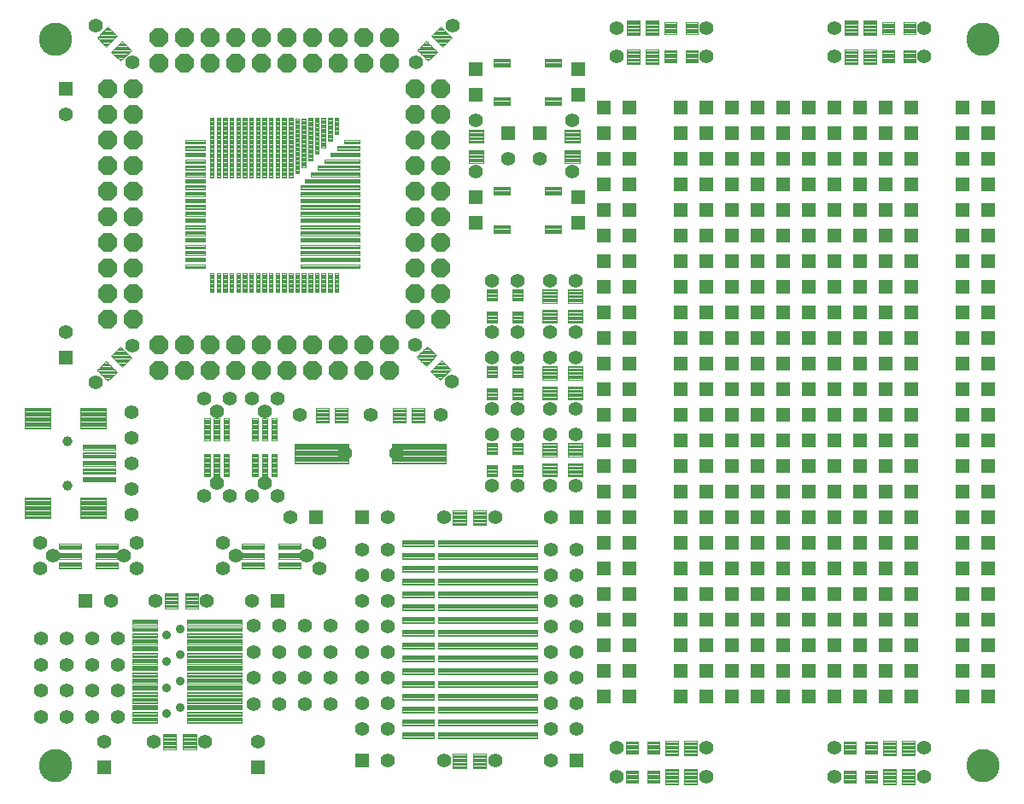
<source format=gts>
G75*
G70*
%OFA0B0*%
%FSLAX24Y24*%
%IPPOS*%
%LPD*%
%AMOC8*
5,1,8,0,0,1.08239X$1,22.5*
%
%ADD10C,0.0041*%
%ADD11C,0.0555*%
%ADD12C,0.0041*%
%ADD13C,0.0360*%
%ADD14C,0.0041*%
%ADD15R,0.0555X0.0555*%
%ADD16C,0.0041*%
%ADD17C,0.0044*%
%ADD18C,0.0041*%
%ADD19C,0.0043*%
%ADD20C,0.0040*%
%ADD21C,0.1300*%
%ADD22OC8,0.0740*%
%ADD23C,0.0042*%
%ADD24C,0.0041*%
%ADD25C,0.0040*%
%ADD26C,0.0394*%
D10*
X019744Y006049D02*
X021004Y006049D01*
X019744Y006049D02*
X019744Y006285D01*
X021004Y006285D01*
X021004Y006049D01*
X021004Y006089D02*
X019744Y006089D01*
X019744Y006129D02*
X021004Y006129D01*
X021004Y006169D02*
X019744Y006169D01*
X019744Y006209D02*
X021004Y006209D01*
X021004Y006249D02*
X019744Y006249D01*
X019744Y006549D02*
X021004Y006549D01*
X019744Y006549D02*
X019744Y006785D01*
X021004Y006785D01*
X021004Y006549D01*
X021004Y006589D02*
X019744Y006589D01*
X019744Y006629D02*
X021004Y006629D01*
X021004Y006669D02*
X019744Y006669D01*
X019744Y006709D02*
X021004Y006709D01*
X021004Y006749D02*
X019744Y006749D01*
X019744Y007049D02*
X021004Y007049D01*
X019744Y007049D02*
X019744Y007285D01*
X021004Y007285D01*
X021004Y007049D01*
X021004Y007089D02*
X019744Y007089D01*
X019744Y007129D02*
X021004Y007129D01*
X021004Y007169D02*
X019744Y007169D01*
X019744Y007209D02*
X021004Y007209D01*
X021004Y007249D02*
X019744Y007249D01*
X019744Y007549D02*
X021004Y007549D01*
X019744Y007549D02*
X019744Y007785D01*
X021004Y007785D01*
X021004Y007549D01*
X021004Y007589D02*
X019744Y007589D01*
X019744Y007629D02*
X021004Y007629D01*
X021004Y007669D02*
X019744Y007669D01*
X019744Y007709D02*
X021004Y007709D01*
X021004Y007749D02*
X019744Y007749D01*
X019744Y008049D02*
X021004Y008049D01*
X019744Y008049D02*
X019744Y008285D01*
X021004Y008285D01*
X021004Y008049D01*
X021004Y008089D02*
X019744Y008089D01*
X019744Y008129D02*
X021004Y008129D01*
X021004Y008169D02*
X019744Y008169D01*
X019744Y008209D02*
X021004Y008209D01*
X021004Y008249D02*
X019744Y008249D01*
X019744Y008549D02*
X021004Y008549D01*
X019744Y008549D02*
X019744Y008785D01*
X021004Y008785D01*
X021004Y008549D01*
X021004Y008589D02*
X019744Y008589D01*
X019744Y008629D02*
X021004Y008629D01*
X021004Y008669D02*
X019744Y008669D01*
X019744Y008709D02*
X021004Y008709D01*
X021004Y008749D02*
X019744Y008749D01*
X019744Y009049D02*
X021004Y009049D01*
X019744Y009049D02*
X019744Y009285D01*
X021004Y009285D01*
X021004Y009049D01*
X021004Y009089D02*
X019744Y009089D01*
X019744Y009129D02*
X021004Y009129D01*
X021004Y009169D02*
X019744Y009169D01*
X019744Y009209D02*
X021004Y009209D01*
X021004Y009249D02*
X019744Y009249D01*
X019744Y009549D02*
X021004Y009549D01*
X019744Y009549D02*
X019744Y009785D01*
X021004Y009785D01*
X021004Y009549D01*
X021004Y009589D02*
X019744Y009589D01*
X019744Y009629D02*
X021004Y009629D01*
X021004Y009669D02*
X019744Y009669D01*
X019744Y009709D02*
X021004Y009709D01*
X021004Y009749D02*
X019744Y009749D01*
X019744Y010049D02*
X021004Y010049D01*
X019744Y010049D02*
X019744Y010285D01*
X021004Y010285D01*
X021004Y010049D01*
X021004Y010089D02*
X019744Y010089D01*
X019744Y010129D02*
X021004Y010129D01*
X021004Y010169D02*
X019744Y010169D01*
X019744Y010209D02*
X021004Y010209D01*
X021004Y010249D02*
X019744Y010249D01*
X019744Y010549D02*
X021004Y010549D01*
X019744Y010549D02*
X019744Y010785D01*
X021004Y010785D01*
X021004Y010549D01*
X021004Y010589D02*
X019744Y010589D01*
X019744Y010629D02*
X021004Y010629D01*
X021004Y010669D02*
X019744Y010669D01*
X019744Y010709D02*
X021004Y010709D01*
X021004Y010749D02*
X019744Y010749D01*
X019744Y011049D02*
X021004Y011049D01*
X019744Y011049D02*
X019744Y011285D01*
X021004Y011285D01*
X021004Y011049D01*
X021004Y011089D02*
X019744Y011089D01*
X019744Y011129D02*
X021004Y011129D01*
X021004Y011169D02*
X019744Y011169D01*
X019744Y011209D02*
X021004Y011209D01*
X021004Y011249D02*
X019744Y011249D01*
X019744Y011549D02*
X021004Y011549D01*
X019744Y011549D02*
X019744Y011785D01*
X021004Y011785D01*
X021004Y011549D01*
X021004Y011589D02*
X019744Y011589D01*
X019744Y011629D02*
X021004Y011629D01*
X021004Y011669D02*
X019744Y011669D01*
X019744Y011709D02*
X021004Y011709D01*
X021004Y011749D02*
X019744Y011749D01*
X019744Y012049D02*
X021004Y012049D01*
X019744Y012049D02*
X019744Y012285D01*
X021004Y012285D01*
X021004Y012049D01*
X021004Y012089D02*
X019744Y012089D01*
X019744Y012129D02*
X021004Y012129D01*
X021004Y012169D02*
X019744Y012169D01*
X019744Y012209D02*
X021004Y012209D01*
X021004Y012249D02*
X019744Y012249D01*
X019744Y012549D02*
X021004Y012549D01*
X019744Y012549D02*
X019744Y012785D01*
X021004Y012785D01*
X021004Y012549D01*
X021004Y012589D02*
X019744Y012589D01*
X019744Y012629D02*
X021004Y012629D01*
X021004Y012669D02*
X019744Y012669D01*
X019744Y012709D02*
X021004Y012709D01*
X021004Y012749D02*
X019744Y012749D01*
X019744Y013049D02*
X021004Y013049D01*
X019744Y013049D02*
X019744Y013285D01*
X021004Y013285D01*
X021004Y013049D01*
X021004Y013089D02*
X019744Y013089D01*
X019744Y013129D02*
X021004Y013129D01*
X021004Y013169D02*
X019744Y013169D01*
X019744Y013209D02*
X021004Y013209D01*
X021004Y013249D02*
X019744Y013249D01*
X019744Y013549D02*
X021004Y013549D01*
X019744Y013549D02*
X019744Y013785D01*
X021004Y013785D01*
X021004Y013549D01*
X021004Y013589D02*
X019744Y013589D01*
X019744Y013629D02*
X021004Y013629D01*
X021004Y013669D02*
X019744Y013669D01*
X019744Y013709D02*
X021004Y013709D01*
X021004Y013749D02*
X019744Y013749D01*
X021154Y013549D02*
X025012Y013549D01*
X021154Y013549D02*
X021154Y013785D01*
X025012Y013785D01*
X025012Y013549D01*
X025012Y013589D02*
X021154Y013589D01*
X021154Y013629D02*
X025012Y013629D01*
X025012Y013669D02*
X021154Y013669D01*
X021154Y013709D02*
X025012Y013709D01*
X025012Y013749D02*
X021154Y013749D01*
X021154Y013049D02*
X025012Y013049D01*
X021154Y013049D02*
X021154Y013285D01*
X025012Y013285D01*
X025012Y013049D01*
X025012Y013089D02*
X021154Y013089D01*
X021154Y013129D02*
X025012Y013129D01*
X025012Y013169D02*
X021154Y013169D01*
X021154Y013209D02*
X025012Y013209D01*
X025012Y013249D02*
X021154Y013249D01*
X021154Y012549D02*
X025012Y012549D01*
X021154Y012549D02*
X021154Y012785D01*
X025012Y012785D01*
X025012Y012549D01*
X025012Y012589D02*
X021154Y012589D01*
X021154Y012629D02*
X025012Y012629D01*
X025012Y012669D02*
X021154Y012669D01*
X021154Y012709D02*
X025012Y012709D01*
X025012Y012749D02*
X021154Y012749D01*
X021154Y012049D02*
X025012Y012049D01*
X021154Y012049D02*
X021154Y012285D01*
X025012Y012285D01*
X025012Y012049D01*
X025012Y012089D02*
X021154Y012089D01*
X021154Y012129D02*
X025012Y012129D01*
X025012Y012169D02*
X021154Y012169D01*
X021154Y012209D02*
X025012Y012209D01*
X025012Y012249D02*
X021154Y012249D01*
X021154Y011549D02*
X025012Y011549D01*
X021154Y011549D02*
X021154Y011785D01*
X025012Y011785D01*
X025012Y011549D01*
X025012Y011589D02*
X021154Y011589D01*
X021154Y011629D02*
X025012Y011629D01*
X025012Y011669D02*
X021154Y011669D01*
X021154Y011709D02*
X025012Y011709D01*
X025012Y011749D02*
X021154Y011749D01*
X021154Y011049D02*
X025012Y011049D01*
X021154Y011049D02*
X021154Y011285D01*
X025012Y011285D01*
X025012Y011049D01*
X025012Y011089D02*
X021154Y011089D01*
X021154Y011129D02*
X025012Y011129D01*
X025012Y011169D02*
X021154Y011169D01*
X021154Y011209D02*
X025012Y011209D01*
X025012Y011249D02*
X021154Y011249D01*
X021154Y010549D02*
X025012Y010549D01*
X021154Y010549D02*
X021154Y010785D01*
X025012Y010785D01*
X025012Y010549D01*
X025012Y010589D02*
X021154Y010589D01*
X021154Y010629D02*
X025012Y010629D01*
X025012Y010669D02*
X021154Y010669D01*
X021154Y010709D02*
X025012Y010709D01*
X025012Y010749D02*
X021154Y010749D01*
X021154Y010049D02*
X025012Y010049D01*
X021154Y010049D02*
X021154Y010285D01*
X025012Y010285D01*
X025012Y010049D01*
X025012Y010089D02*
X021154Y010089D01*
X021154Y010129D02*
X025012Y010129D01*
X025012Y010169D02*
X021154Y010169D01*
X021154Y010209D02*
X025012Y010209D01*
X025012Y010249D02*
X021154Y010249D01*
X021154Y009549D02*
X025012Y009549D01*
X021154Y009549D02*
X021154Y009785D01*
X025012Y009785D01*
X025012Y009549D01*
X025012Y009589D02*
X021154Y009589D01*
X021154Y009629D02*
X025012Y009629D01*
X025012Y009669D02*
X021154Y009669D01*
X021154Y009709D02*
X025012Y009709D01*
X025012Y009749D02*
X021154Y009749D01*
X021154Y009049D02*
X025012Y009049D01*
X021154Y009049D02*
X021154Y009285D01*
X025012Y009285D01*
X025012Y009049D01*
X025012Y009089D02*
X021154Y009089D01*
X021154Y009129D02*
X025012Y009129D01*
X025012Y009169D02*
X021154Y009169D01*
X021154Y009209D02*
X025012Y009209D01*
X025012Y009249D02*
X021154Y009249D01*
X021154Y008549D02*
X025012Y008549D01*
X021154Y008549D02*
X021154Y008785D01*
X025012Y008785D01*
X025012Y008549D01*
X025012Y008589D02*
X021154Y008589D01*
X021154Y008629D02*
X025012Y008629D01*
X025012Y008669D02*
X021154Y008669D01*
X021154Y008709D02*
X025012Y008709D01*
X025012Y008749D02*
X021154Y008749D01*
X021154Y008049D02*
X025012Y008049D01*
X021154Y008049D02*
X021154Y008285D01*
X025012Y008285D01*
X025012Y008049D01*
X025012Y008089D02*
X021154Y008089D01*
X021154Y008129D02*
X025012Y008129D01*
X025012Y008169D02*
X021154Y008169D01*
X021154Y008209D02*
X025012Y008209D01*
X025012Y008249D02*
X021154Y008249D01*
X021154Y007549D02*
X025012Y007549D01*
X021154Y007549D02*
X021154Y007785D01*
X025012Y007785D01*
X025012Y007549D01*
X025012Y007589D02*
X021154Y007589D01*
X021154Y007629D02*
X025012Y007629D01*
X025012Y007669D02*
X021154Y007669D01*
X021154Y007709D02*
X025012Y007709D01*
X025012Y007749D02*
X021154Y007749D01*
X021154Y007049D02*
X025012Y007049D01*
X021154Y007049D02*
X021154Y007285D01*
X025012Y007285D01*
X025012Y007049D01*
X025012Y007089D02*
X021154Y007089D01*
X021154Y007129D02*
X025012Y007129D01*
X025012Y007169D02*
X021154Y007169D01*
X021154Y007209D02*
X025012Y007209D01*
X025012Y007249D02*
X021154Y007249D01*
X021154Y006549D02*
X025012Y006549D01*
X021154Y006549D02*
X021154Y006785D01*
X025012Y006785D01*
X025012Y006549D01*
X025012Y006589D02*
X021154Y006589D01*
X021154Y006629D02*
X025012Y006629D01*
X025012Y006669D02*
X021154Y006669D01*
X021154Y006709D02*
X025012Y006709D01*
X025012Y006749D02*
X021154Y006749D01*
X021154Y006049D02*
X025012Y006049D01*
X021154Y006049D02*
X021154Y006285D01*
X025012Y006285D01*
X025012Y006049D01*
X025012Y006089D02*
X021154Y006089D01*
X021154Y006129D02*
X025012Y006129D01*
X025012Y006169D02*
X021154Y006169D01*
X021154Y006209D02*
X025012Y006209D01*
X025012Y006249D02*
X021154Y006249D01*
D11*
X021386Y005167D03*
X023386Y005167D03*
X025567Y005167D03*
X025567Y006417D03*
X025567Y007417D03*
X026567Y007417D03*
X026567Y006417D03*
X028136Y005667D03*
X028136Y004542D03*
X031636Y004542D03*
X031636Y005667D03*
X036636Y005667D03*
X036636Y004542D03*
X040136Y004542D03*
X040136Y005667D03*
X026567Y008417D03*
X025567Y008417D03*
X025567Y009417D03*
X025567Y010417D03*
X026567Y010417D03*
X026567Y009417D03*
X026567Y011417D03*
X025567Y011417D03*
X025567Y012417D03*
X025567Y013417D03*
X026567Y013417D03*
X026567Y012417D03*
X025567Y014667D03*
X025511Y015917D03*
X026511Y015917D03*
X024261Y015917D03*
X023261Y015917D03*
X023386Y014667D03*
X021386Y014667D03*
X019205Y014667D03*
X019205Y013417D03*
X018205Y013417D03*
X018205Y012417D03*
X019205Y012417D03*
X019205Y011417D03*
X018205Y011417D03*
X018205Y010417D03*
X019205Y010417D03*
X019205Y009417D03*
X018205Y009417D03*
X016957Y009420D03*
X015957Y009420D03*
X014957Y009420D03*
X013957Y009420D03*
X013957Y010443D03*
X014957Y010443D03*
X015957Y010443D03*
X016957Y010443D03*
X016957Y008396D03*
X015957Y008396D03*
X014957Y008396D03*
X013957Y008396D03*
X013957Y007372D03*
X014957Y007372D03*
X015957Y007372D03*
X016957Y007372D03*
X018205Y007417D03*
X019205Y007417D03*
X019205Y006417D03*
X018205Y006417D03*
X019205Y005167D03*
X019205Y008417D03*
X018205Y008417D03*
X014136Y005917D03*
X012063Y005917D03*
X010063Y005917D03*
X008670Y006872D03*
X007670Y006872D03*
X006670Y006872D03*
X005670Y006872D03*
X005670Y007896D03*
X006670Y007896D03*
X007670Y007896D03*
X008670Y007896D03*
X008670Y008920D03*
X007670Y008920D03*
X006670Y008920D03*
X005670Y008920D03*
X005670Y009943D03*
X006670Y009943D03*
X007670Y009943D03*
X008670Y009943D03*
X008386Y011417D03*
X009405Y012667D03*
X008905Y013167D03*
X009405Y013667D03*
X009203Y014792D03*
X009203Y015792D03*
X009203Y016792D03*
X009203Y017792D03*
X009203Y018792D03*
X007804Y019960D03*
X009218Y021374D03*
X006636Y021917D03*
X012011Y019310D03*
X012511Y018810D03*
X013011Y019310D03*
X013886Y019310D03*
X014386Y018810D03*
X014886Y019310D03*
X015761Y018667D03*
X017511Y017167D03*
X019511Y017167D03*
X018511Y018667D03*
X021261Y018667D03*
X023261Y018917D03*
X024261Y018917D03*
X025511Y018917D03*
X026511Y018917D03*
X026511Y017917D03*
X025511Y017917D03*
X024261Y017917D03*
X023261Y017917D03*
X021688Y019990D03*
X023261Y020917D03*
X024261Y020917D03*
X025511Y020917D03*
X026511Y020917D03*
X026511Y021917D03*
X025511Y021917D03*
X024261Y021917D03*
X023261Y021917D03*
X023261Y023917D03*
X024261Y023917D03*
X025511Y023917D03*
X026511Y023917D03*
X020274Y021404D03*
X014386Y016023D03*
X013886Y015523D03*
X013011Y015523D03*
X012511Y016023D03*
X012011Y015523D03*
X012743Y013667D03*
X013243Y013167D03*
X012743Y012667D03*
X012136Y011417D03*
X013886Y011417D03*
X016030Y013167D03*
X016530Y013667D03*
X016530Y012667D03*
X015386Y014667D03*
X014886Y015523D03*
X010136Y011417D03*
X006118Y013167D03*
X005618Y013667D03*
X005618Y012667D03*
X008136Y005917D03*
X022636Y028167D03*
X023886Y028667D03*
X025136Y028667D03*
X026386Y028167D03*
X026386Y030167D03*
X028136Y032667D03*
X028136Y033792D03*
X031636Y033792D03*
X031636Y032667D03*
X036636Y032667D03*
X036636Y033792D03*
X040136Y033792D03*
X040136Y032667D03*
X022636Y030167D03*
X020304Y032460D03*
X021718Y033874D03*
X009218Y032460D03*
X007804Y033874D03*
X006636Y030417D03*
D12*
X010197Y010668D02*
X010197Y010492D01*
X009233Y010492D01*
X009233Y010668D01*
X010197Y010668D01*
X010197Y010532D02*
X009233Y010532D01*
X009233Y010572D02*
X010197Y010572D01*
X010197Y010612D02*
X009233Y010612D01*
X009233Y010652D02*
X010197Y010652D01*
X010197Y010412D02*
X010197Y010236D01*
X009233Y010236D01*
X009233Y010412D01*
X010197Y010412D01*
X010197Y010276D02*
X009233Y010276D01*
X009233Y010316D02*
X010197Y010316D01*
X010197Y010356D02*
X009233Y010356D01*
X009233Y010396D02*
X010197Y010396D01*
X010197Y010156D02*
X010197Y009980D01*
X009233Y009980D01*
X009233Y010156D01*
X010197Y010156D01*
X010197Y010020D02*
X009233Y010020D01*
X009233Y010060D02*
X010197Y010060D01*
X010197Y010100D02*
X009233Y010100D01*
X009233Y010140D02*
X010197Y010140D01*
X010197Y009900D02*
X010197Y009724D01*
X009233Y009724D01*
X009233Y009900D01*
X010197Y009900D01*
X010197Y009764D02*
X009233Y009764D01*
X009233Y009804D02*
X010197Y009804D01*
X010197Y009844D02*
X009233Y009844D01*
X009233Y009884D02*
X010197Y009884D01*
X010197Y009644D02*
X010197Y009468D01*
X009233Y009468D01*
X009233Y009644D01*
X010197Y009644D01*
X010197Y009508D02*
X009233Y009508D01*
X009233Y009548D02*
X010197Y009548D01*
X010197Y009588D02*
X009233Y009588D01*
X009233Y009628D02*
X010197Y009628D01*
X010197Y009389D02*
X010197Y009213D01*
X009233Y009213D01*
X009233Y009389D01*
X010197Y009389D01*
X010197Y009253D02*
X009233Y009253D01*
X009233Y009293D02*
X010197Y009293D01*
X010197Y009333D02*
X009233Y009333D01*
X009233Y009373D02*
X010197Y009373D01*
X010197Y009133D02*
X010197Y008957D01*
X009233Y008957D01*
X009233Y009133D01*
X010197Y009133D01*
X010197Y008997D02*
X009233Y008997D01*
X009233Y009037D02*
X010197Y009037D01*
X010197Y009077D02*
X009233Y009077D01*
X009233Y009117D02*
X010197Y009117D01*
X010197Y008877D02*
X010197Y008701D01*
X009233Y008701D01*
X009233Y008877D01*
X010197Y008877D01*
X010197Y008741D02*
X009233Y008741D01*
X009233Y008781D02*
X010197Y008781D01*
X010197Y008821D02*
X009233Y008821D01*
X009233Y008861D02*
X010197Y008861D01*
X010197Y008621D02*
X010197Y008445D01*
X009233Y008445D01*
X009233Y008621D01*
X010197Y008621D01*
X010197Y008485D02*
X009233Y008485D01*
X009233Y008525D02*
X010197Y008525D01*
X010197Y008565D02*
X009233Y008565D01*
X009233Y008605D02*
X010197Y008605D01*
X010197Y008365D02*
X010197Y008189D01*
X009233Y008189D01*
X009233Y008365D01*
X010197Y008365D01*
X010197Y008229D02*
X009233Y008229D01*
X009233Y008269D02*
X010197Y008269D01*
X010197Y008309D02*
X009233Y008309D01*
X009233Y008349D02*
X010197Y008349D01*
X010197Y008109D02*
X010197Y007933D01*
X009233Y007933D01*
X009233Y008109D01*
X010197Y008109D01*
X010197Y007973D02*
X009233Y007973D01*
X009233Y008013D02*
X010197Y008013D01*
X010197Y008053D02*
X009233Y008053D01*
X009233Y008093D02*
X010197Y008093D01*
X010197Y007853D02*
X010197Y007677D01*
X009233Y007677D01*
X009233Y007853D01*
X010197Y007853D01*
X010197Y007717D02*
X009233Y007717D01*
X009233Y007757D02*
X010197Y007757D01*
X010197Y007797D02*
X009233Y007797D01*
X009233Y007837D02*
X010197Y007837D01*
X010197Y007597D02*
X010197Y007421D01*
X009233Y007421D01*
X009233Y007597D01*
X010197Y007597D01*
X010197Y007461D02*
X009233Y007461D01*
X009233Y007501D02*
X010197Y007501D01*
X010197Y007541D02*
X009233Y007541D01*
X009233Y007581D02*
X010197Y007581D01*
X010197Y007341D02*
X010197Y007165D01*
X009233Y007165D01*
X009233Y007341D01*
X010197Y007341D01*
X010197Y007205D02*
X009233Y007205D01*
X009233Y007245D02*
X010197Y007245D01*
X010197Y007285D02*
X009233Y007285D01*
X009233Y007325D02*
X010197Y007325D01*
X010197Y007085D02*
X010197Y006909D01*
X009233Y006909D01*
X009233Y007085D01*
X010197Y007085D01*
X010197Y006949D02*
X009233Y006949D01*
X009233Y006989D02*
X010197Y006989D01*
X010197Y007029D02*
X009233Y007029D01*
X009233Y007069D02*
X010197Y007069D01*
X010197Y006829D02*
X010197Y006653D01*
X009233Y006653D01*
X009233Y006829D01*
X010197Y006829D01*
X010197Y006693D02*
X009233Y006693D01*
X009233Y006733D02*
X010197Y006733D01*
X010197Y006773D02*
X009233Y006773D01*
X009233Y006813D02*
X010197Y006813D01*
X011349Y006653D02*
X013475Y006653D01*
X011349Y006653D02*
X011349Y006829D01*
X013475Y006829D01*
X013475Y006653D01*
X013475Y006693D02*
X011349Y006693D01*
X011349Y006733D02*
X013475Y006733D01*
X013475Y006773D02*
X011349Y006773D01*
X011349Y006813D02*
X013475Y006813D01*
X013475Y006909D02*
X011349Y006909D01*
X011349Y007085D01*
X013475Y007085D01*
X013475Y006909D01*
X013475Y006949D02*
X011349Y006949D01*
X011349Y006989D02*
X013475Y006989D01*
X013475Y007029D02*
X011349Y007029D01*
X011349Y007069D02*
X013475Y007069D01*
X013475Y007165D02*
X011349Y007165D01*
X011349Y007341D01*
X013475Y007341D01*
X013475Y007165D01*
X013475Y007205D02*
X011349Y007205D01*
X011349Y007245D02*
X013475Y007245D01*
X013475Y007285D02*
X011349Y007285D01*
X011349Y007325D02*
X013475Y007325D01*
X013475Y007421D02*
X011349Y007421D01*
X011349Y007597D01*
X013475Y007597D01*
X013475Y007421D01*
X013475Y007461D02*
X011349Y007461D01*
X011349Y007501D02*
X013475Y007501D01*
X013475Y007541D02*
X011349Y007541D01*
X011349Y007581D02*
X013475Y007581D01*
X013475Y007677D02*
X011349Y007677D01*
X011349Y007853D01*
X013475Y007853D01*
X013475Y007677D01*
X013475Y007717D02*
X011349Y007717D01*
X011349Y007757D02*
X013475Y007757D01*
X013475Y007797D02*
X011349Y007797D01*
X011349Y007837D02*
X013475Y007837D01*
X013475Y007933D02*
X011349Y007933D01*
X011349Y008109D01*
X013475Y008109D01*
X013475Y007933D01*
X013475Y007973D02*
X011349Y007973D01*
X011349Y008013D02*
X013475Y008013D01*
X013475Y008053D02*
X011349Y008053D01*
X011349Y008093D02*
X013475Y008093D01*
X013475Y008189D02*
X011349Y008189D01*
X011349Y008365D01*
X013475Y008365D01*
X013475Y008189D01*
X013475Y008229D02*
X011349Y008229D01*
X011349Y008269D02*
X013475Y008269D01*
X013475Y008309D02*
X011349Y008309D01*
X011349Y008349D02*
X013475Y008349D01*
X013475Y008445D02*
X011349Y008445D01*
X011349Y008621D01*
X013475Y008621D01*
X013475Y008445D01*
X013475Y008485D02*
X011349Y008485D01*
X011349Y008525D02*
X013475Y008525D01*
X013475Y008565D02*
X011349Y008565D01*
X011349Y008605D02*
X013475Y008605D01*
X013475Y008701D02*
X011349Y008701D01*
X011349Y008877D01*
X013475Y008877D01*
X013475Y008701D01*
X013475Y008741D02*
X011349Y008741D01*
X011349Y008781D02*
X013475Y008781D01*
X013475Y008821D02*
X011349Y008821D01*
X011349Y008861D02*
X013475Y008861D01*
X013475Y008957D02*
X011349Y008957D01*
X011349Y009133D01*
X013475Y009133D01*
X013475Y008957D01*
X013475Y008997D02*
X011349Y008997D01*
X011349Y009037D02*
X013475Y009037D01*
X013475Y009077D02*
X011349Y009077D01*
X011349Y009117D02*
X013475Y009117D01*
X013475Y009213D02*
X011349Y009213D01*
X011349Y009389D01*
X013475Y009389D01*
X013475Y009213D01*
X013475Y009253D02*
X011349Y009253D01*
X011349Y009293D02*
X013475Y009293D01*
X013475Y009333D02*
X011349Y009333D01*
X011349Y009373D02*
X013475Y009373D01*
X013475Y009468D02*
X011349Y009468D01*
X011349Y009644D01*
X013475Y009644D01*
X013475Y009468D01*
X013475Y009508D02*
X011349Y009508D01*
X011349Y009548D02*
X013475Y009548D01*
X013475Y009588D02*
X011349Y009588D01*
X011349Y009628D02*
X013475Y009628D01*
X013475Y009724D02*
X011349Y009724D01*
X011349Y009900D01*
X013475Y009900D01*
X013475Y009724D01*
X013475Y009764D02*
X011349Y009764D01*
X011349Y009804D02*
X013475Y009804D01*
X013475Y009844D02*
X011349Y009844D01*
X011349Y009884D02*
X013475Y009884D01*
X013475Y009980D02*
X011349Y009980D01*
X011349Y010156D01*
X013475Y010156D01*
X013475Y009980D01*
X013475Y010020D02*
X011349Y010020D01*
X011349Y010060D02*
X013475Y010060D01*
X013475Y010100D02*
X011349Y010100D01*
X011349Y010140D02*
X013475Y010140D01*
X013475Y010236D02*
X011349Y010236D01*
X011349Y010412D01*
X013475Y010412D01*
X013475Y010236D01*
X013475Y010276D02*
X011349Y010276D01*
X011349Y010316D02*
X013475Y010316D01*
X013475Y010356D02*
X011349Y010356D01*
X011349Y010396D02*
X013475Y010396D01*
X013475Y010492D02*
X011349Y010492D01*
X011349Y010668D01*
X013475Y010668D01*
X013475Y010492D01*
X013475Y010532D02*
X011349Y010532D01*
X011349Y010572D02*
X013475Y010572D01*
X013475Y010612D02*
X011349Y010612D01*
X011349Y010652D02*
X013475Y010652D01*
D13*
X011075Y010324D03*
X010557Y010068D03*
X011075Y009301D03*
X010557Y009045D03*
X011075Y008277D03*
X010557Y008021D03*
X011075Y007253D03*
X010557Y006997D03*
D14*
X023961Y025767D02*
X023961Y026067D01*
X023961Y025767D02*
X023311Y025767D01*
X023311Y026067D01*
X023961Y026067D01*
X023961Y025807D02*
X023311Y025807D01*
X023311Y025847D02*
X023961Y025847D01*
X023961Y025887D02*
X023311Y025887D01*
X023311Y025927D02*
X023961Y025927D01*
X023961Y025967D02*
X023311Y025967D01*
X023311Y026007D02*
X023961Y026007D01*
X023961Y026047D02*
X023311Y026047D01*
X023961Y027267D02*
X023961Y027567D01*
X023961Y027267D02*
X023311Y027267D01*
X023311Y027567D01*
X023961Y027567D01*
X023961Y027307D02*
X023311Y027307D01*
X023311Y027347D02*
X023961Y027347D01*
X023961Y027387D02*
X023311Y027387D01*
X023311Y027427D02*
X023961Y027427D01*
X023961Y027467D02*
X023311Y027467D01*
X023311Y027507D02*
X023961Y027507D01*
X023961Y027547D02*
X023311Y027547D01*
X025961Y027567D02*
X025961Y027267D01*
X025311Y027267D01*
X025311Y027567D01*
X025961Y027567D01*
X025961Y027307D02*
X025311Y027307D01*
X025311Y027347D02*
X025961Y027347D01*
X025961Y027387D02*
X025311Y027387D01*
X025311Y027427D02*
X025961Y027427D01*
X025961Y027467D02*
X025311Y027467D01*
X025311Y027507D02*
X025961Y027507D01*
X025961Y027547D02*
X025311Y027547D01*
X025961Y026067D02*
X025961Y025767D01*
X025311Y025767D01*
X025311Y026067D01*
X025961Y026067D01*
X025961Y025807D02*
X025311Y025807D01*
X025311Y025847D02*
X025961Y025847D01*
X025961Y025887D02*
X025311Y025887D01*
X025311Y025927D02*
X025961Y025927D01*
X025961Y025967D02*
X025311Y025967D01*
X025311Y026007D02*
X025961Y026007D01*
X025961Y026047D02*
X025311Y026047D01*
X025311Y030767D02*
X025311Y031067D01*
X025961Y031067D01*
X025961Y030767D01*
X025311Y030767D01*
X025311Y030807D02*
X025961Y030807D01*
X025961Y030847D02*
X025311Y030847D01*
X025311Y030887D02*
X025961Y030887D01*
X025961Y030927D02*
X025311Y030927D01*
X025311Y030967D02*
X025961Y030967D01*
X025961Y031007D02*
X025311Y031007D01*
X025311Y031047D02*
X025961Y031047D01*
X025311Y032267D02*
X025311Y032567D01*
X025961Y032567D01*
X025961Y032267D01*
X025311Y032267D01*
X025311Y032307D02*
X025961Y032307D01*
X025961Y032347D02*
X025311Y032347D01*
X025311Y032387D02*
X025961Y032387D01*
X025961Y032427D02*
X025311Y032427D01*
X025311Y032467D02*
X025961Y032467D01*
X025961Y032507D02*
X025311Y032507D01*
X025311Y032547D02*
X025961Y032547D01*
X023311Y032567D02*
X023311Y032267D01*
X023311Y032567D02*
X023961Y032567D01*
X023961Y032267D01*
X023311Y032267D01*
X023311Y032307D02*
X023961Y032307D01*
X023961Y032347D02*
X023311Y032347D01*
X023311Y032387D02*
X023961Y032387D01*
X023961Y032427D02*
X023311Y032427D01*
X023311Y032467D02*
X023961Y032467D01*
X023961Y032507D02*
X023311Y032507D01*
X023311Y032547D02*
X023961Y032547D01*
X023311Y031067D02*
X023311Y030767D01*
X023311Y031067D02*
X023961Y031067D01*
X023961Y030767D01*
X023311Y030767D01*
X023311Y030807D02*
X023961Y030807D01*
X023961Y030847D02*
X023311Y030847D01*
X023311Y030887D02*
X023961Y030887D01*
X023961Y030927D02*
X023311Y030927D01*
X023311Y030967D02*
X023961Y030967D01*
X023961Y031007D02*
X023311Y031007D01*
X023311Y031047D02*
X023961Y031047D01*
D15*
X022636Y031167D03*
X022636Y032167D03*
X023886Y029667D03*
X025136Y029667D03*
X026636Y031167D03*
X026636Y032167D03*
X027636Y030667D03*
X028636Y030667D03*
X028636Y029667D03*
X027636Y029667D03*
X027636Y028667D03*
X028636Y028667D03*
X028636Y027667D03*
X027636Y027667D03*
X027636Y026667D03*
X028636Y026667D03*
X028636Y025667D03*
X027636Y025667D03*
X026636Y026167D03*
X026636Y027167D03*
X027636Y024667D03*
X028636Y024667D03*
X028636Y023667D03*
X027636Y023667D03*
X027636Y022667D03*
X028636Y022667D03*
X028636Y021667D03*
X027636Y021667D03*
X027636Y020667D03*
X028636Y020667D03*
X028636Y019667D03*
X027636Y019667D03*
X027636Y018667D03*
X028636Y018667D03*
X028636Y017667D03*
X027636Y017667D03*
X027636Y016667D03*
X028636Y016667D03*
X028636Y015667D03*
X027636Y015667D03*
X027636Y014667D03*
X028636Y014667D03*
X028636Y013667D03*
X027636Y013667D03*
X027636Y012667D03*
X028636Y012667D03*
X028636Y011667D03*
X027636Y011667D03*
X027636Y010667D03*
X028636Y010667D03*
X028636Y009667D03*
X027636Y009667D03*
X027636Y008667D03*
X028636Y008667D03*
X028636Y007667D03*
X027636Y007667D03*
X030636Y007667D03*
X031636Y007667D03*
X032636Y007667D03*
X033636Y007667D03*
X034636Y007667D03*
X035636Y007667D03*
X036636Y007667D03*
X037636Y007667D03*
X038636Y007667D03*
X039636Y007667D03*
X039636Y008667D03*
X038636Y008667D03*
X038636Y009667D03*
X039636Y009667D03*
X039636Y010667D03*
X038636Y010667D03*
X037636Y010667D03*
X036636Y010667D03*
X035636Y010667D03*
X034636Y010667D03*
X033636Y010667D03*
X032636Y010667D03*
X031636Y010667D03*
X030636Y010667D03*
X030636Y011667D03*
X030636Y012667D03*
X031636Y012667D03*
X032636Y012667D03*
X033636Y012667D03*
X034636Y012667D03*
X035636Y012667D03*
X036636Y012667D03*
X037636Y012667D03*
X038636Y012667D03*
X039636Y012667D03*
X039636Y011667D03*
X038636Y011667D03*
X037636Y011667D03*
X036636Y011667D03*
X035636Y011667D03*
X034636Y011667D03*
X033636Y011667D03*
X032636Y011667D03*
X031636Y011667D03*
X031636Y013667D03*
X030636Y013667D03*
X030636Y014667D03*
X030636Y015667D03*
X031636Y015667D03*
X032636Y015667D03*
X033636Y015667D03*
X034636Y015667D03*
X035636Y015667D03*
X036636Y015667D03*
X037636Y015667D03*
X038636Y015667D03*
X039636Y015667D03*
X039636Y014667D03*
X038636Y014667D03*
X037636Y014667D03*
X036636Y014667D03*
X035636Y014667D03*
X034636Y014667D03*
X033636Y014667D03*
X032636Y014667D03*
X031636Y014667D03*
X032636Y013667D03*
X033636Y013667D03*
X034636Y013667D03*
X035636Y013667D03*
X036636Y013667D03*
X037636Y013667D03*
X038636Y013667D03*
X039636Y013667D03*
X041636Y013667D03*
X042636Y013667D03*
X042636Y014667D03*
X042636Y015667D03*
X041636Y015667D03*
X041636Y014667D03*
X041636Y016667D03*
X042636Y016667D03*
X042636Y017667D03*
X042636Y018667D03*
X041636Y018667D03*
X041636Y017667D03*
X039636Y017667D03*
X038636Y017667D03*
X038636Y018667D03*
X039636Y018667D03*
X039636Y019667D03*
X038636Y019667D03*
X037636Y019667D03*
X036636Y019667D03*
X035636Y019667D03*
X034636Y019667D03*
X033636Y019667D03*
X032636Y019667D03*
X031636Y019667D03*
X030636Y019667D03*
X030636Y020667D03*
X030636Y021667D03*
X031636Y021667D03*
X032636Y021667D03*
X033636Y021667D03*
X034636Y021667D03*
X035636Y021667D03*
X036636Y021667D03*
X037636Y021667D03*
X038636Y021667D03*
X039636Y021667D03*
X039636Y020667D03*
X038636Y020667D03*
X037636Y020667D03*
X036636Y020667D03*
X035636Y020667D03*
X034636Y020667D03*
X033636Y020667D03*
X032636Y020667D03*
X031636Y020667D03*
X031636Y022667D03*
X030636Y022667D03*
X030636Y023667D03*
X030636Y024667D03*
X031636Y024667D03*
X032636Y024667D03*
X033636Y024667D03*
X034636Y024667D03*
X035636Y024667D03*
X036636Y024667D03*
X037636Y024667D03*
X038636Y024667D03*
X039636Y024667D03*
X039636Y023667D03*
X038636Y023667D03*
X037636Y023667D03*
X036636Y023667D03*
X035636Y023667D03*
X034636Y023667D03*
X033636Y023667D03*
X032636Y023667D03*
X031636Y023667D03*
X032636Y022667D03*
X033636Y022667D03*
X034636Y022667D03*
X035636Y022667D03*
X036636Y022667D03*
X037636Y022667D03*
X038636Y022667D03*
X039636Y022667D03*
X041636Y022667D03*
X042636Y022667D03*
X042636Y023667D03*
X042636Y024667D03*
X041636Y024667D03*
X041636Y023667D03*
X041636Y025667D03*
X042636Y025667D03*
X042636Y026667D03*
X042636Y027667D03*
X041636Y027667D03*
X041636Y026667D03*
X039636Y026667D03*
X038636Y026667D03*
X038636Y027667D03*
X039636Y027667D03*
X039636Y028667D03*
X038636Y028667D03*
X037636Y028667D03*
X036636Y028667D03*
X035636Y028667D03*
X034636Y028667D03*
X033636Y028667D03*
X032636Y028667D03*
X031636Y028667D03*
X030636Y028667D03*
X030636Y029667D03*
X030636Y030667D03*
X031636Y030667D03*
X032636Y030667D03*
X033636Y030667D03*
X034636Y030667D03*
X035636Y030667D03*
X036636Y030667D03*
X037636Y030667D03*
X038636Y030667D03*
X039636Y030667D03*
X039636Y029667D03*
X038636Y029667D03*
X037636Y029667D03*
X036636Y029667D03*
X035636Y029667D03*
X034636Y029667D03*
X033636Y029667D03*
X032636Y029667D03*
X031636Y029667D03*
X031636Y027667D03*
X030636Y027667D03*
X030636Y026667D03*
X031636Y026667D03*
X032636Y026667D03*
X032636Y027667D03*
X033636Y027667D03*
X034636Y027667D03*
X035636Y027667D03*
X036636Y027667D03*
X037636Y027667D03*
X037636Y026667D03*
X036636Y026667D03*
X035636Y026667D03*
X034636Y026667D03*
X033636Y026667D03*
X033636Y025667D03*
X032636Y025667D03*
X031636Y025667D03*
X030636Y025667D03*
X034636Y025667D03*
X035636Y025667D03*
X036636Y025667D03*
X037636Y025667D03*
X038636Y025667D03*
X039636Y025667D03*
X041636Y028667D03*
X042636Y028667D03*
X042636Y029667D03*
X042636Y030667D03*
X041636Y030667D03*
X041636Y029667D03*
X041636Y021667D03*
X042636Y021667D03*
X042636Y020667D03*
X041636Y020667D03*
X041636Y019667D03*
X042636Y019667D03*
X039636Y016667D03*
X038636Y016667D03*
X037636Y016667D03*
X036636Y016667D03*
X035636Y016667D03*
X034636Y016667D03*
X033636Y016667D03*
X032636Y016667D03*
X031636Y016667D03*
X030636Y016667D03*
X030636Y017667D03*
X030636Y018667D03*
X031636Y018667D03*
X032636Y018667D03*
X033636Y018667D03*
X034636Y018667D03*
X035636Y018667D03*
X036636Y018667D03*
X037636Y018667D03*
X037636Y017667D03*
X036636Y017667D03*
X035636Y017667D03*
X034636Y017667D03*
X033636Y017667D03*
X032636Y017667D03*
X031636Y017667D03*
X026567Y014667D03*
X030636Y009667D03*
X031636Y009667D03*
X032636Y009667D03*
X033636Y009667D03*
X034636Y009667D03*
X035636Y009667D03*
X036636Y009667D03*
X037636Y009667D03*
X037636Y008667D03*
X036636Y008667D03*
X035636Y008667D03*
X034636Y008667D03*
X033636Y008667D03*
X032636Y008667D03*
X031636Y008667D03*
X030636Y008667D03*
X026567Y005167D03*
X018205Y005167D03*
X014136Y004917D03*
X008136Y004917D03*
X007386Y011417D03*
X014886Y011417D03*
X016386Y014667D03*
X018205Y014667D03*
X006636Y020917D03*
X006636Y031417D03*
X022636Y027167D03*
X022636Y026167D03*
X041636Y012667D03*
X042636Y012667D03*
X042636Y011667D03*
X041636Y011667D03*
X041636Y010667D03*
X042636Y010667D03*
X042636Y009667D03*
X041636Y009667D03*
X041636Y008667D03*
X042636Y008667D03*
X042636Y007667D03*
X041636Y007667D03*
D16*
X014912Y012685D02*
X014912Y012901D01*
X015778Y012901D01*
X015778Y012685D01*
X014912Y012685D01*
X014912Y012725D02*
X015778Y012725D01*
X015778Y012765D02*
X014912Y012765D01*
X014912Y012805D02*
X015778Y012805D01*
X015778Y012845D02*
X014912Y012845D01*
X014912Y012885D02*
X015778Y012885D01*
X014912Y013059D02*
X014912Y013275D01*
X015778Y013275D01*
X015778Y013059D01*
X014912Y013059D01*
X014912Y013099D02*
X015778Y013099D01*
X015778Y013139D02*
X014912Y013139D01*
X014912Y013179D02*
X015778Y013179D01*
X015778Y013219D02*
X014912Y013219D01*
X014912Y013259D02*
X015778Y013259D01*
X014912Y013433D02*
X014912Y013649D01*
X015778Y013649D01*
X015778Y013433D01*
X014912Y013433D01*
X014912Y013473D02*
X015778Y013473D01*
X015778Y013513D02*
X014912Y013513D01*
X014912Y013553D02*
X015778Y013553D01*
X015778Y013593D02*
X014912Y013593D01*
X014912Y013633D02*
X015778Y013633D01*
X013495Y013649D02*
X013495Y013433D01*
X013495Y013649D02*
X014361Y013649D01*
X014361Y013433D01*
X013495Y013433D01*
X013495Y013473D02*
X014361Y013473D01*
X014361Y013513D02*
X013495Y013513D01*
X013495Y013553D02*
X014361Y013553D01*
X014361Y013593D02*
X013495Y013593D01*
X013495Y013633D02*
X014361Y013633D01*
X013495Y013275D02*
X013495Y013059D01*
X013495Y013275D02*
X014361Y013275D01*
X014361Y013059D01*
X013495Y013059D01*
X013495Y013099D02*
X014361Y013099D01*
X014361Y013139D02*
X013495Y013139D01*
X013495Y013179D02*
X014361Y013179D01*
X014361Y013219D02*
X013495Y013219D01*
X013495Y013259D02*
X014361Y013259D01*
X013495Y012901D02*
X013495Y012685D01*
X013495Y012901D02*
X014361Y012901D01*
X014361Y012685D01*
X013495Y012685D01*
X013495Y012725D02*
X014361Y012725D01*
X014361Y012765D02*
X013495Y012765D01*
X013495Y012805D02*
X014361Y012805D01*
X014361Y012845D02*
X013495Y012845D01*
X013495Y012885D02*
X014361Y012885D01*
X014278Y016275D02*
X014494Y016275D01*
X014278Y016275D02*
X014278Y017141D01*
X014494Y017141D01*
X014494Y016275D01*
X014494Y016315D02*
X014278Y016315D01*
X014278Y016355D02*
X014494Y016355D01*
X014494Y016395D02*
X014278Y016395D01*
X014278Y016435D02*
X014494Y016435D01*
X014494Y016475D02*
X014278Y016475D01*
X014278Y016515D02*
X014494Y016515D01*
X014494Y016555D02*
X014278Y016555D01*
X014278Y016595D02*
X014494Y016595D01*
X014494Y016635D02*
X014278Y016635D01*
X014278Y016675D02*
X014494Y016675D01*
X014494Y016715D02*
X014278Y016715D01*
X014278Y016755D02*
X014494Y016755D01*
X014494Y016795D02*
X014278Y016795D01*
X014278Y016835D02*
X014494Y016835D01*
X014494Y016875D02*
X014278Y016875D01*
X014278Y016915D02*
X014494Y016915D01*
X014494Y016955D02*
X014278Y016955D01*
X014278Y016995D02*
X014494Y016995D01*
X014494Y017035D02*
X014278Y017035D01*
X014278Y017075D02*
X014494Y017075D01*
X014494Y017115D02*
X014278Y017115D01*
X014120Y016275D02*
X013904Y016275D01*
X013904Y017141D01*
X014120Y017141D01*
X014120Y016275D01*
X014120Y016315D02*
X013904Y016315D01*
X013904Y016355D02*
X014120Y016355D01*
X014120Y016395D02*
X013904Y016395D01*
X013904Y016435D02*
X014120Y016435D01*
X014120Y016475D02*
X013904Y016475D01*
X013904Y016515D02*
X014120Y016515D01*
X014120Y016555D02*
X013904Y016555D01*
X013904Y016595D02*
X014120Y016595D01*
X014120Y016635D02*
X013904Y016635D01*
X013904Y016675D02*
X014120Y016675D01*
X014120Y016715D02*
X013904Y016715D01*
X013904Y016755D02*
X014120Y016755D01*
X014120Y016795D02*
X013904Y016795D01*
X013904Y016835D02*
X014120Y016835D01*
X014120Y016875D02*
X013904Y016875D01*
X013904Y016915D02*
X014120Y016915D01*
X014120Y016955D02*
X013904Y016955D01*
X013904Y016995D02*
X014120Y016995D01*
X014120Y017035D02*
X013904Y017035D01*
X013904Y017075D02*
X014120Y017075D01*
X014120Y017115D02*
X013904Y017115D01*
X012993Y016275D02*
X012777Y016275D01*
X012777Y017141D01*
X012993Y017141D01*
X012993Y016275D01*
X012993Y016315D02*
X012777Y016315D01*
X012777Y016355D02*
X012993Y016355D01*
X012993Y016395D02*
X012777Y016395D01*
X012777Y016435D02*
X012993Y016435D01*
X012993Y016475D02*
X012777Y016475D01*
X012777Y016515D02*
X012993Y016515D01*
X012993Y016555D02*
X012777Y016555D01*
X012777Y016595D02*
X012993Y016595D01*
X012993Y016635D02*
X012777Y016635D01*
X012777Y016675D02*
X012993Y016675D01*
X012993Y016715D02*
X012777Y016715D01*
X012777Y016755D02*
X012993Y016755D01*
X012993Y016795D02*
X012777Y016795D01*
X012777Y016835D02*
X012993Y016835D01*
X012993Y016875D02*
X012777Y016875D01*
X012777Y016915D02*
X012993Y016915D01*
X012993Y016955D02*
X012777Y016955D01*
X012777Y016995D02*
X012993Y016995D01*
X012993Y017035D02*
X012777Y017035D01*
X012777Y017075D02*
X012993Y017075D01*
X012993Y017115D02*
X012777Y017115D01*
X012619Y016275D02*
X012403Y016275D01*
X012403Y017141D01*
X012619Y017141D01*
X012619Y016275D01*
X012619Y016315D02*
X012403Y016315D01*
X012403Y016355D02*
X012619Y016355D01*
X012619Y016395D02*
X012403Y016395D01*
X012403Y016435D02*
X012619Y016435D01*
X012619Y016475D02*
X012403Y016475D01*
X012403Y016515D02*
X012619Y016515D01*
X012619Y016555D02*
X012403Y016555D01*
X012403Y016595D02*
X012619Y016595D01*
X012619Y016635D02*
X012403Y016635D01*
X012403Y016675D02*
X012619Y016675D01*
X012619Y016715D02*
X012403Y016715D01*
X012403Y016755D02*
X012619Y016755D01*
X012619Y016795D02*
X012403Y016795D01*
X012403Y016835D02*
X012619Y016835D01*
X012619Y016875D02*
X012403Y016875D01*
X012403Y016915D02*
X012619Y016915D01*
X012619Y016955D02*
X012403Y016955D01*
X012403Y016995D02*
X012619Y016995D01*
X012619Y017035D02*
X012403Y017035D01*
X012403Y017075D02*
X012619Y017075D01*
X012619Y017115D02*
X012403Y017115D01*
X012245Y016275D02*
X012029Y016275D01*
X012029Y017141D01*
X012245Y017141D01*
X012245Y016275D01*
X012245Y016315D02*
X012029Y016315D01*
X012029Y016355D02*
X012245Y016355D01*
X012245Y016395D02*
X012029Y016395D01*
X012029Y016435D02*
X012245Y016435D01*
X012245Y016475D02*
X012029Y016475D01*
X012029Y016515D02*
X012245Y016515D01*
X012245Y016555D02*
X012029Y016555D01*
X012029Y016595D02*
X012245Y016595D01*
X012245Y016635D02*
X012029Y016635D01*
X012029Y016675D02*
X012245Y016675D01*
X012245Y016715D02*
X012029Y016715D01*
X012029Y016755D02*
X012245Y016755D01*
X012245Y016795D02*
X012029Y016795D01*
X012029Y016835D02*
X012245Y016835D01*
X012245Y016875D02*
X012029Y016875D01*
X012029Y016915D02*
X012245Y016915D01*
X012245Y016955D02*
X012029Y016955D01*
X012029Y016995D02*
X012245Y016995D01*
X012245Y017035D02*
X012029Y017035D01*
X012029Y017075D02*
X012245Y017075D01*
X012245Y017115D02*
X012029Y017115D01*
X012029Y017692D02*
X012245Y017692D01*
X012029Y017692D02*
X012029Y018558D01*
X012245Y018558D01*
X012245Y017692D01*
X012245Y017732D02*
X012029Y017732D01*
X012029Y017772D02*
X012245Y017772D01*
X012245Y017812D02*
X012029Y017812D01*
X012029Y017852D02*
X012245Y017852D01*
X012245Y017892D02*
X012029Y017892D01*
X012029Y017932D02*
X012245Y017932D01*
X012245Y017972D02*
X012029Y017972D01*
X012029Y018012D02*
X012245Y018012D01*
X012245Y018052D02*
X012029Y018052D01*
X012029Y018092D02*
X012245Y018092D01*
X012245Y018132D02*
X012029Y018132D01*
X012029Y018172D02*
X012245Y018172D01*
X012245Y018212D02*
X012029Y018212D01*
X012029Y018252D02*
X012245Y018252D01*
X012245Y018292D02*
X012029Y018292D01*
X012029Y018332D02*
X012245Y018332D01*
X012245Y018372D02*
X012029Y018372D01*
X012029Y018412D02*
X012245Y018412D01*
X012245Y018452D02*
X012029Y018452D01*
X012029Y018492D02*
X012245Y018492D01*
X012245Y018532D02*
X012029Y018532D01*
X012403Y017692D02*
X012619Y017692D01*
X012403Y017692D02*
X012403Y018558D01*
X012619Y018558D01*
X012619Y017692D01*
X012619Y017732D02*
X012403Y017732D01*
X012403Y017772D02*
X012619Y017772D01*
X012619Y017812D02*
X012403Y017812D01*
X012403Y017852D02*
X012619Y017852D01*
X012619Y017892D02*
X012403Y017892D01*
X012403Y017932D02*
X012619Y017932D01*
X012619Y017972D02*
X012403Y017972D01*
X012403Y018012D02*
X012619Y018012D01*
X012619Y018052D02*
X012403Y018052D01*
X012403Y018092D02*
X012619Y018092D01*
X012619Y018132D02*
X012403Y018132D01*
X012403Y018172D02*
X012619Y018172D01*
X012619Y018212D02*
X012403Y018212D01*
X012403Y018252D02*
X012619Y018252D01*
X012619Y018292D02*
X012403Y018292D01*
X012403Y018332D02*
X012619Y018332D01*
X012619Y018372D02*
X012403Y018372D01*
X012403Y018412D02*
X012619Y018412D01*
X012619Y018452D02*
X012403Y018452D01*
X012403Y018492D02*
X012619Y018492D01*
X012619Y018532D02*
X012403Y018532D01*
X012777Y017692D02*
X012993Y017692D01*
X012777Y017692D02*
X012777Y018558D01*
X012993Y018558D01*
X012993Y017692D01*
X012993Y017732D02*
X012777Y017732D01*
X012777Y017772D02*
X012993Y017772D01*
X012993Y017812D02*
X012777Y017812D01*
X012777Y017852D02*
X012993Y017852D01*
X012993Y017892D02*
X012777Y017892D01*
X012777Y017932D02*
X012993Y017932D01*
X012993Y017972D02*
X012777Y017972D01*
X012777Y018012D02*
X012993Y018012D01*
X012993Y018052D02*
X012777Y018052D01*
X012777Y018092D02*
X012993Y018092D01*
X012993Y018132D02*
X012777Y018132D01*
X012777Y018172D02*
X012993Y018172D01*
X012993Y018212D02*
X012777Y018212D01*
X012777Y018252D02*
X012993Y018252D01*
X012993Y018292D02*
X012777Y018292D01*
X012777Y018332D02*
X012993Y018332D01*
X012993Y018372D02*
X012777Y018372D01*
X012777Y018412D02*
X012993Y018412D01*
X012993Y018452D02*
X012777Y018452D01*
X012777Y018492D02*
X012993Y018492D01*
X012993Y018532D02*
X012777Y018532D01*
X013904Y017692D02*
X014120Y017692D01*
X013904Y017692D02*
X013904Y018558D01*
X014120Y018558D01*
X014120Y017692D01*
X014120Y017732D02*
X013904Y017732D01*
X013904Y017772D02*
X014120Y017772D01*
X014120Y017812D02*
X013904Y017812D01*
X013904Y017852D02*
X014120Y017852D01*
X014120Y017892D02*
X013904Y017892D01*
X013904Y017932D02*
X014120Y017932D01*
X014120Y017972D02*
X013904Y017972D01*
X013904Y018012D02*
X014120Y018012D01*
X014120Y018052D02*
X013904Y018052D01*
X013904Y018092D02*
X014120Y018092D01*
X014120Y018132D02*
X013904Y018132D01*
X013904Y018172D02*
X014120Y018172D01*
X014120Y018212D02*
X013904Y018212D01*
X013904Y018252D02*
X014120Y018252D01*
X014120Y018292D02*
X013904Y018292D01*
X013904Y018332D02*
X014120Y018332D01*
X014120Y018372D02*
X013904Y018372D01*
X013904Y018412D02*
X014120Y018412D01*
X014120Y018452D02*
X013904Y018452D01*
X013904Y018492D02*
X014120Y018492D01*
X014120Y018532D02*
X013904Y018532D01*
X014278Y017692D02*
X014494Y017692D01*
X014278Y017692D02*
X014278Y018558D01*
X014494Y018558D01*
X014494Y017692D01*
X014494Y017732D02*
X014278Y017732D01*
X014278Y017772D02*
X014494Y017772D01*
X014494Y017812D02*
X014278Y017812D01*
X014278Y017852D02*
X014494Y017852D01*
X014494Y017892D02*
X014278Y017892D01*
X014278Y017932D02*
X014494Y017932D01*
X014494Y017972D02*
X014278Y017972D01*
X014278Y018012D02*
X014494Y018012D01*
X014494Y018052D02*
X014278Y018052D01*
X014278Y018092D02*
X014494Y018092D01*
X014494Y018132D02*
X014278Y018132D01*
X014278Y018172D02*
X014494Y018172D01*
X014494Y018212D02*
X014278Y018212D01*
X014278Y018252D02*
X014494Y018252D01*
X014494Y018292D02*
X014278Y018292D01*
X014278Y018332D02*
X014494Y018332D01*
X014494Y018372D02*
X014278Y018372D01*
X014278Y018412D02*
X014494Y018412D01*
X014494Y018452D02*
X014278Y018452D01*
X014278Y018492D02*
X014494Y018492D01*
X014494Y018532D02*
X014278Y018532D01*
X014652Y017692D02*
X014868Y017692D01*
X014652Y017692D02*
X014652Y018558D01*
X014868Y018558D01*
X014868Y017692D01*
X014868Y017732D02*
X014652Y017732D01*
X014652Y017772D02*
X014868Y017772D01*
X014868Y017812D02*
X014652Y017812D01*
X014652Y017852D02*
X014868Y017852D01*
X014868Y017892D02*
X014652Y017892D01*
X014652Y017932D02*
X014868Y017932D01*
X014868Y017972D02*
X014652Y017972D01*
X014652Y018012D02*
X014868Y018012D01*
X014868Y018052D02*
X014652Y018052D01*
X014652Y018092D02*
X014868Y018092D01*
X014868Y018132D02*
X014652Y018132D01*
X014652Y018172D02*
X014868Y018172D01*
X014868Y018212D02*
X014652Y018212D01*
X014652Y018252D02*
X014868Y018252D01*
X014868Y018292D02*
X014652Y018292D01*
X014652Y018332D02*
X014868Y018332D01*
X014868Y018372D02*
X014652Y018372D01*
X014652Y018412D02*
X014868Y018412D01*
X014868Y018452D02*
X014652Y018452D01*
X014652Y018492D02*
X014868Y018492D01*
X014868Y018532D02*
X014652Y018532D01*
X014652Y016275D02*
X014868Y016275D01*
X014652Y016275D02*
X014652Y017141D01*
X014868Y017141D01*
X014868Y016275D01*
X014868Y016315D02*
X014652Y016315D01*
X014652Y016355D02*
X014868Y016355D01*
X014868Y016395D02*
X014652Y016395D01*
X014652Y016435D02*
X014868Y016435D01*
X014868Y016475D02*
X014652Y016475D01*
X014652Y016515D02*
X014868Y016515D01*
X014868Y016555D02*
X014652Y016555D01*
X014652Y016595D02*
X014868Y016595D01*
X014868Y016635D02*
X014652Y016635D01*
X014652Y016675D02*
X014868Y016675D01*
X014868Y016715D02*
X014652Y016715D01*
X014652Y016755D02*
X014868Y016755D01*
X014868Y016795D02*
X014652Y016795D01*
X014652Y016835D02*
X014868Y016835D01*
X014868Y016875D02*
X014652Y016875D01*
X014652Y016915D02*
X014868Y016915D01*
X014868Y016955D02*
X014652Y016955D01*
X014652Y016995D02*
X014868Y016995D01*
X014868Y017035D02*
X014652Y017035D01*
X014652Y017075D02*
X014868Y017075D01*
X014868Y017115D02*
X014652Y017115D01*
X007787Y013649D02*
X007787Y013433D01*
X007787Y013649D02*
X008653Y013649D01*
X008653Y013433D01*
X007787Y013433D01*
X007787Y013473D02*
X008653Y013473D01*
X008653Y013513D02*
X007787Y013513D01*
X007787Y013553D02*
X008653Y013553D01*
X008653Y013593D02*
X007787Y013593D01*
X007787Y013633D02*
X008653Y013633D01*
X007787Y013275D02*
X007787Y013059D01*
X007787Y013275D02*
X008653Y013275D01*
X008653Y013059D01*
X007787Y013059D01*
X007787Y013099D02*
X008653Y013099D01*
X008653Y013139D02*
X007787Y013139D01*
X007787Y013179D02*
X008653Y013179D01*
X008653Y013219D02*
X007787Y013219D01*
X007787Y013259D02*
X008653Y013259D01*
X007787Y012901D02*
X007787Y012685D01*
X007787Y012901D02*
X008653Y012901D01*
X008653Y012685D01*
X007787Y012685D01*
X007787Y012725D02*
X008653Y012725D01*
X008653Y012765D02*
X007787Y012765D01*
X007787Y012805D02*
X008653Y012805D01*
X008653Y012845D02*
X007787Y012845D01*
X007787Y012885D02*
X008653Y012885D01*
X006370Y012901D02*
X006370Y012685D01*
X006370Y012901D02*
X007236Y012901D01*
X007236Y012685D01*
X006370Y012685D01*
X006370Y012725D02*
X007236Y012725D01*
X007236Y012765D02*
X006370Y012765D01*
X006370Y012805D02*
X007236Y012805D01*
X007236Y012845D02*
X006370Y012845D01*
X006370Y012885D02*
X007236Y012885D01*
X006370Y013059D02*
X006370Y013275D01*
X007236Y013275D01*
X007236Y013059D01*
X006370Y013059D01*
X006370Y013099D02*
X007236Y013099D01*
X007236Y013139D02*
X006370Y013139D01*
X006370Y013179D02*
X007236Y013179D01*
X007236Y013219D02*
X006370Y013219D01*
X006370Y013259D02*
X007236Y013259D01*
X006370Y013433D02*
X006370Y013649D01*
X007236Y013649D01*
X007236Y013433D01*
X006370Y013433D01*
X006370Y013473D02*
X007236Y013473D01*
X007236Y013513D02*
X006370Y013513D01*
X006370Y013553D02*
X007236Y013553D01*
X007236Y013593D02*
X006370Y013593D01*
X006370Y013633D02*
X007236Y013633D01*
D17*
X010489Y011124D02*
X010997Y011124D01*
X010489Y011124D02*
X010489Y011710D01*
X010997Y011710D01*
X010997Y011124D01*
X010997Y011167D02*
X010489Y011167D01*
X010489Y011210D02*
X010997Y011210D01*
X010997Y011253D02*
X010489Y011253D01*
X010489Y011296D02*
X010997Y011296D01*
X010997Y011339D02*
X010489Y011339D01*
X010489Y011382D02*
X010997Y011382D01*
X010997Y011425D02*
X010489Y011425D01*
X010489Y011468D02*
X010997Y011468D01*
X010997Y011511D02*
X010489Y011511D01*
X010489Y011554D02*
X010997Y011554D01*
X010997Y011597D02*
X010489Y011597D01*
X010489Y011640D02*
X010997Y011640D01*
X010997Y011683D02*
X010489Y011683D01*
X011276Y011124D02*
X011784Y011124D01*
X011276Y011124D02*
X011276Y011710D01*
X011784Y011710D01*
X011784Y011124D01*
X011784Y011167D02*
X011276Y011167D01*
X011276Y011210D02*
X011784Y011210D01*
X011784Y011253D02*
X011276Y011253D01*
X011276Y011296D02*
X011784Y011296D01*
X011784Y011339D02*
X011276Y011339D01*
X011276Y011382D02*
X011784Y011382D01*
X011784Y011425D02*
X011276Y011425D01*
X011276Y011468D02*
X011784Y011468D01*
X011784Y011511D02*
X011276Y011511D01*
X011276Y011554D02*
X011784Y011554D01*
X011784Y011597D02*
X011276Y011597D01*
X011276Y011640D02*
X011784Y011640D01*
X011784Y011683D02*
X011276Y011683D01*
X011203Y005624D02*
X011711Y005624D01*
X011203Y005624D02*
X011203Y006210D01*
X011711Y006210D01*
X011711Y005624D01*
X011711Y005667D02*
X011203Y005667D01*
X011203Y005710D02*
X011711Y005710D01*
X011711Y005753D02*
X011203Y005753D01*
X011203Y005796D02*
X011711Y005796D01*
X011711Y005839D02*
X011203Y005839D01*
X011203Y005882D02*
X011711Y005882D01*
X011711Y005925D02*
X011203Y005925D01*
X011203Y005968D02*
X011711Y005968D01*
X011711Y006011D02*
X011203Y006011D01*
X011203Y006054D02*
X011711Y006054D01*
X011711Y006097D02*
X011203Y006097D01*
X011203Y006140D02*
X011711Y006140D01*
X011711Y006183D02*
X011203Y006183D01*
X010924Y005624D02*
X010416Y005624D01*
X010416Y006210D01*
X010924Y006210D01*
X010924Y005624D01*
X010924Y005667D02*
X010416Y005667D01*
X010416Y005710D02*
X010924Y005710D01*
X010924Y005753D02*
X010416Y005753D01*
X010416Y005796D02*
X010924Y005796D01*
X010924Y005839D02*
X010416Y005839D01*
X010416Y005882D02*
X010924Y005882D01*
X010924Y005925D02*
X010416Y005925D01*
X010416Y005968D02*
X010924Y005968D01*
X010924Y006011D02*
X010416Y006011D01*
X010416Y006054D02*
X010924Y006054D01*
X010924Y006097D02*
X010416Y006097D01*
X010416Y006140D02*
X010924Y006140D01*
X010924Y006183D02*
X010416Y006183D01*
X021739Y005460D02*
X022247Y005460D01*
X022247Y004874D01*
X021739Y004874D01*
X021739Y005460D01*
X021739Y004917D02*
X022247Y004917D01*
X022247Y004960D02*
X021739Y004960D01*
X021739Y005003D02*
X022247Y005003D01*
X022247Y005046D02*
X021739Y005046D01*
X021739Y005089D02*
X022247Y005089D01*
X022247Y005132D02*
X021739Y005132D01*
X021739Y005175D02*
X022247Y005175D01*
X022247Y005218D02*
X021739Y005218D01*
X021739Y005261D02*
X022247Y005261D01*
X022247Y005304D02*
X021739Y005304D01*
X021739Y005347D02*
X022247Y005347D01*
X022247Y005390D02*
X021739Y005390D01*
X021739Y005433D02*
X022247Y005433D01*
X022526Y005460D02*
X023034Y005460D01*
X023034Y004874D01*
X022526Y004874D01*
X022526Y005460D01*
X022526Y004917D02*
X023034Y004917D01*
X023034Y004960D02*
X022526Y004960D01*
X022526Y005003D02*
X023034Y005003D01*
X023034Y005046D02*
X022526Y005046D01*
X022526Y005089D02*
X023034Y005089D01*
X023034Y005132D02*
X022526Y005132D01*
X022526Y005175D02*
X023034Y005175D01*
X023034Y005218D02*
X022526Y005218D01*
X022526Y005261D02*
X023034Y005261D01*
X023034Y005304D02*
X022526Y005304D01*
X022526Y005347D02*
X023034Y005347D01*
X023034Y005390D02*
X022526Y005390D01*
X022526Y005433D02*
X023034Y005433D01*
X030008Y005960D02*
X030516Y005960D01*
X030516Y005374D01*
X030008Y005374D01*
X030008Y005960D01*
X030008Y005417D02*
X030516Y005417D01*
X030516Y005460D02*
X030008Y005460D01*
X030008Y005503D02*
X030516Y005503D01*
X030516Y005546D02*
X030008Y005546D01*
X030008Y005589D02*
X030516Y005589D01*
X030516Y005632D02*
X030008Y005632D01*
X030008Y005675D02*
X030516Y005675D01*
X030516Y005718D02*
X030008Y005718D01*
X030008Y005761D02*
X030516Y005761D01*
X030516Y005804D02*
X030008Y005804D01*
X030008Y005847D02*
X030516Y005847D01*
X030516Y005890D02*
X030008Y005890D01*
X030008Y005933D02*
X030516Y005933D01*
X030756Y005960D02*
X031264Y005960D01*
X031264Y005374D01*
X030756Y005374D01*
X030756Y005960D01*
X030756Y005417D02*
X031264Y005417D01*
X031264Y005460D02*
X030756Y005460D01*
X030756Y005503D02*
X031264Y005503D01*
X031264Y005546D02*
X030756Y005546D01*
X030756Y005589D02*
X031264Y005589D01*
X031264Y005632D02*
X030756Y005632D01*
X030756Y005675D02*
X031264Y005675D01*
X031264Y005718D02*
X030756Y005718D01*
X030756Y005761D02*
X031264Y005761D01*
X031264Y005804D02*
X030756Y005804D01*
X030756Y005847D02*
X031264Y005847D01*
X031264Y005890D02*
X030756Y005890D01*
X030756Y005933D02*
X031264Y005933D01*
X031264Y004835D02*
X030756Y004835D01*
X031264Y004835D02*
X031264Y004249D01*
X030756Y004249D01*
X030756Y004835D01*
X030756Y004292D02*
X031264Y004292D01*
X031264Y004335D02*
X030756Y004335D01*
X030756Y004378D02*
X031264Y004378D01*
X031264Y004421D02*
X030756Y004421D01*
X030756Y004464D02*
X031264Y004464D01*
X031264Y004507D02*
X030756Y004507D01*
X030756Y004550D02*
X031264Y004550D01*
X031264Y004593D02*
X030756Y004593D01*
X030756Y004636D02*
X031264Y004636D01*
X031264Y004679D02*
X030756Y004679D01*
X030756Y004722D02*
X031264Y004722D01*
X031264Y004765D02*
X030756Y004765D01*
X030756Y004808D02*
X031264Y004808D01*
X030516Y004835D02*
X030008Y004835D01*
X030516Y004835D02*
X030516Y004249D01*
X030008Y004249D01*
X030008Y004835D01*
X030008Y004292D02*
X030516Y004292D01*
X030516Y004335D02*
X030008Y004335D01*
X030008Y004378D02*
X030516Y004378D01*
X030516Y004421D02*
X030008Y004421D01*
X030008Y004464D02*
X030516Y004464D01*
X030516Y004507D02*
X030008Y004507D01*
X030008Y004550D02*
X030516Y004550D01*
X030516Y004593D02*
X030008Y004593D01*
X030008Y004636D02*
X030516Y004636D01*
X030516Y004679D02*
X030008Y004679D01*
X030008Y004722D02*
X030516Y004722D01*
X030516Y004765D02*
X030008Y004765D01*
X030008Y004808D02*
X030516Y004808D01*
X038508Y004835D02*
X039016Y004835D01*
X039016Y004249D01*
X038508Y004249D01*
X038508Y004835D01*
X038508Y004292D02*
X039016Y004292D01*
X039016Y004335D02*
X038508Y004335D01*
X038508Y004378D02*
X039016Y004378D01*
X039016Y004421D02*
X038508Y004421D01*
X038508Y004464D02*
X039016Y004464D01*
X039016Y004507D02*
X038508Y004507D01*
X038508Y004550D02*
X039016Y004550D01*
X039016Y004593D02*
X038508Y004593D01*
X038508Y004636D02*
X039016Y004636D01*
X039016Y004679D02*
X038508Y004679D01*
X038508Y004722D02*
X039016Y004722D01*
X039016Y004765D02*
X038508Y004765D01*
X038508Y004808D02*
X039016Y004808D01*
X039256Y004835D02*
X039764Y004835D01*
X039764Y004249D01*
X039256Y004249D01*
X039256Y004835D01*
X039256Y004292D02*
X039764Y004292D01*
X039764Y004335D02*
X039256Y004335D01*
X039256Y004378D02*
X039764Y004378D01*
X039764Y004421D02*
X039256Y004421D01*
X039256Y004464D02*
X039764Y004464D01*
X039764Y004507D02*
X039256Y004507D01*
X039256Y004550D02*
X039764Y004550D01*
X039764Y004593D02*
X039256Y004593D01*
X039256Y004636D02*
X039764Y004636D01*
X039764Y004679D02*
X039256Y004679D01*
X039256Y004722D02*
X039764Y004722D01*
X039764Y004765D02*
X039256Y004765D01*
X039256Y004808D02*
X039764Y004808D01*
X039764Y005960D02*
X039256Y005960D01*
X039764Y005960D02*
X039764Y005374D01*
X039256Y005374D01*
X039256Y005960D01*
X039256Y005417D02*
X039764Y005417D01*
X039764Y005460D02*
X039256Y005460D01*
X039256Y005503D02*
X039764Y005503D01*
X039764Y005546D02*
X039256Y005546D01*
X039256Y005589D02*
X039764Y005589D01*
X039764Y005632D02*
X039256Y005632D01*
X039256Y005675D02*
X039764Y005675D01*
X039764Y005718D02*
X039256Y005718D01*
X039256Y005761D02*
X039764Y005761D01*
X039764Y005804D02*
X039256Y005804D01*
X039256Y005847D02*
X039764Y005847D01*
X039764Y005890D02*
X039256Y005890D01*
X039256Y005933D02*
X039764Y005933D01*
X039016Y005960D02*
X038508Y005960D01*
X039016Y005960D02*
X039016Y005374D01*
X038508Y005374D01*
X038508Y005960D01*
X038508Y005417D02*
X039016Y005417D01*
X039016Y005460D02*
X038508Y005460D01*
X038508Y005503D02*
X039016Y005503D01*
X039016Y005546D02*
X038508Y005546D01*
X038508Y005589D02*
X039016Y005589D01*
X039016Y005632D02*
X038508Y005632D01*
X038508Y005675D02*
X039016Y005675D01*
X039016Y005718D02*
X038508Y005718D01*
X038508Y005761D02*
X039016Y005761D01*
X039016Y005804D02*
X038508Y005804D01*
X038508Y005847D02*
X039016Y005847D01*
X039016Y005890D02*
X038508Y005890D01*
X038508Y005933D02*
X039016Y005933D01*
X026804Y016269D02*
X026804Y016777D01*
X026804Y016269D02*
X026218Y016269D01*
X026218Y016777D01*
X026804Y016777D01*
X026804Y016312D02*
X026218Y016312D01*
X026218Y016355D02*
X026804Y016355D01*
X026804Y016398D02*
X026218Y016398D01*
X026218Y016441D02*
X026804Y016441D01*
X026804Y016484D02*
X026218Y016484D01*
X026218Y016527D02*
X026804Y016527D01*
X026804Y016570D02*
X026218Y016570D01*
X026218Y016613D02*
X026804Y016613D01*
X026804Y016656D02*
X026218Y016656D01*
X026218Y016699D02*
X026804Y016699D01*
X026804Y016742D02*
X026218Y016742D01*
X025804Y016777D02*
X025804Y016269D01*
X025218Y016269D01*
X025218Y016777D01*
X025804Y016777D01*
X025804Y016312D02*
X025218Y016312D01*
X025218Y016355D02*
X025804Y016355D01*
X025804Y016398D02*
X025218Y016398D01*
X025218Y016441D02*
X025804Y016441D01*
X025804Y016484D02*
X025218Y016484D01*
X025218Y016527D02*
X025804Y016527D01*
X025804Y016570D02*
X025218Y016570D01*
X025218Y016613D02*
X025804Y016613D01*
X025804Y016656D02*
X025218Y016656D01*
X025218Y016699D02*
X025804Y016699D01*
X025804Y016742D02*
X025218Y016742D01*
X025804Y017056D02*
X025804Y017564D01*
X025804Y017056D02*
X025218Y017056D01*
X025218Y017564D01*
X025804Y017564D01*
X025804Y017099D02*
X025218Y017099D01*
X025218Y017142D02*
X025804Y017142D01*
X025804Y017185D02*
X025218Y017185D01*
X025218Y017228D02*
X025804Y017228D01*
X025804Y017271D02*
X025218Y017271D01*
X025218Y017314D02*
X025804Y017314D01*
X025804Y017357D02*
X025218Y017357D01*
X025218Y017400D02*
X025804Y017400D01*
X025804Y017443D02*
X025218Y017443D01*
X025218Y017486D02*
X025804Y017486D01*
X025804Y017529D02*
X025218Y017529D01*
X026804Y017564D02*
X026804Y017056D01*
X026218Y017056D01*
X026218Y017564D01*
X026804Y017564D01*
X026804Y017099D02*
X026218Y017099D01*
X026218Y017142D02*
X026804Y017142D01*
X026804Y017185D02*
X026218Y017185D01*
X026218Y017228D02*
X026804Y017228D01*
X026804Y017271D02*
X026218Y017271D01*
X026218Y017314D02*
X026804Y017314D01*
X026804Y017357D02*
X026218Y017357D01*
X026218Y017400D02*
X026804Y017400D01*
X026804Y017443D02*
X026218Y017443D01*
X026218Y017486D02*
X026804Y017486D01*
X026804Y017529D02*
X026218Y017529D01*
X026804Y019269D02*
X026804Y019777D01*
X026804Y019269D02*
X026218Y019269D01*
X026218Y019777D01*
X026804Y019777D01*
X026804Y019312D02*
X026218Y019312D01*
X026218Y019355D02*
X026804Y019355D01*
X026804Y019398D02*
X026218Y019398D01*
X026218Y019441D02*
X026804Y019441D01*
X026804Y019484D02*
X026218Y019484D01*
X026218Y019527D02*
X026804Y019527D01*
X026804Y019570D02*
X026218Y019570D01*
X026218Y019613D02*
X026804Y019613D01*
X026804Y019656D02*
X026218Y019656D01*
X026218Y019699D02*
X026804Y019699D01*
X026804Y019742D02*
X026218Y019742D01*
X025804Y019777D02*
X025804Y019269D01*
X025218Y019269D01*
X025218Y019777D01*
X025804Y019777D01*
X025804Y019312D02*
X025218Y019312D01*
X025218Y019355D02*
X025804Y019355D01*
X025804Y019398D02*
X025218Y019398D01*
X025218Y019441D02*
X025804Y019441D01*
X025804Y019484D02*
X025218Y019484D01*
X025218Y019527D02*
X025804Y019527D01*
X025804Y019570D02*
X025218Y019570D01*
X025218Y019613D02*
X025804Y019613D01*
X025804Y019656D02*
X025218Y019656D01*
X025218Y019699D02*
X025804Y019699D01*
X025804Y019742D02*
X025218Y019742D01*
X025804Y020056D02*
X025804Y020564D01*
X025804Y020056D02*
X025218Y020056D01*
X025218Y020564D01*
X025804Y020564D01*
X025804Y020099D02*
X025218Y020099D01*
X025218Y020142D02*
X025804Y020142D01*
X025804Y020185D02*
X025218Y020185D01*
X025218Y020228D02*
X025804Y020228D01*
X025804Y020271D02*
X025218Y020271D01*
X025218Y020314D02*
X025804Y020314D01*
X025804Y020357D02*
X025218Y020357D01*
X025218Y020400D02*
X025804Y020400D01*
X025804Y020443D02*
X025218Y020443D01*
X025218Y020486D02*
X025804Y020486D01*
X025804Y020529D02*
X025218Y020529D01*
X026804Y020564D02*
X026804Y020056D01*
X026218Y020056D01*
X026218Y020564D01*
X026804Y020564D01*
X026804Y020099D02*
X026218Y020099D01*
X026218Y020142D02*
X026804Y020142D01*
X026804Y020185D02*
X026218Y020185D01*
X026218Y020228D02*
X026804Y020228D01*
X026804Y020271D02*
X026218Y020271D01*
X026218Y020314D02*
X026804Y020314D01*
X026804Y020357D02*
X026218Y020357D01*
X026218Y020400D02*
X026804Y020400D01*
X026804Y020443D02*
X026218Y020443D01*
X026218Y020486D02*
X026804Y020486D01*
X026804Y020529D02*
X026218Y020529D01*
X026804Y022269D02*
X026804Y022777D01*
X026804Y022269D02*
X026218Y022269D01*
X026218Y022777D01*
X026804Y022777D01*
X026804Y022312D02*
X026218Y022312D01*
X026218Y022355D02*
X026804Y022355D01*
X026804Y022398D02*
X026218Y022398D01*
X026218Y022441D02*
X026804Y022441D01*
X026804Y022484D02*
X026218Y022484D01*
X026218Y022527D02*
X026804Y022527D01*
X026804Y022570D02*
X026218Y022570D01*
X026218Y022613D02*
X026804Y022613D01*
X026804Y022656D02*
X026218Y022656D01*
X026218Y022699D02*
X026804Y022699D01*
X026804Y022742D02*
X026218Y022742D01*
X025804Y022777D02*
X025804Y022269D01*
X025218Y022269D01*
X025218Y022777D01*
X025804Y022777D01*
X025804Y022312D02*
X025218Y022312D01*
X025218Y022355D02*
X025804Y022355D01*
X025804Y022398D02*
X025218Y022398D01*
X025218Y022441D02*
X025804Y022441D01*
X025804Y022484D02*
X025218Y022484D01*
X025218Y022527D02*
X025804Y022527D01*
X025804Y022570D02*
X025218Y022570D01*
X025218Y022613D02*
X025804Y022613D01*
X025804Y022656D02*
X025218Y022656D01*
X025218Y022699D02*
X025804Y022699D01*
X025804Y022742D02*
X025218Y022742D01*
X025804Y023056D02*
X025804Y023564D01*
X025804Y023056D02*
X025218Y023056D01*
X025218Y023564D01*
X025804Y023564D01*
X025804Y023099D02*
X025218Y023099D01*
X025218Y023142D02*
X025804Y023142D01*
X025804Y023185D02*
X025218Y023185D01*
X025218Y023228D02*
X025804Y023228D01*
X025804Y023271D02*
X025218Y023271D01*
X025218Y023314D02*
X025804Y023314D01*
X025804Y023357D02*
X025218Y023357D01*
X025218Y023400D02*
X025804Y023400D01*
X025804Y023443D02*
X025218Y023443D01*
X025218Y023486D02*
X025804Y023486D01*
X025804Y023529D02*
X025218Y023529D01*
X026804Y023564D02*
X026804Y023056D01*
X026218Y023056D01*
X026218Y023564D01*
X026804Y023564D01*
X026804Y023099D02*
X026218Y023099D01*
X026218Y023142D02*
X026804Y023142D01*
X026804Y023185D02*
X026218Y023185D01*
X026218Y023228D02*
X026804Y023228D01*
X026804Y023271D02*
X026218Y023271D01*
X026218Y023314D02*
X026804Y023314D01*
X026804Y023357D02*
X026218Y023357D01*
X026218Y023400D02*
X026804Y023400D01*
X026804Y023443D02*
X026218Y023443D01*
X026218Y023486D02*
X026804Y023486D01*
X026804Y023529D02*
X026218Y023529D01*
X021645Y020446D02*
X021286Y020805D01*
X021645Y020446D02*
X021232Y020033D01*
X020873Y020392D01*
X021286Y020805D01*
X021275Y020076D02*
X021189Y020076D01*
X021146Y020119D02*
X021318Y020119D01*
X021361Y020162D02*
X021103Y020162D01*
X021060Y020205D02*
X021404Y020205D01*
X021447Y020248D02*
X021017Y020248D01*
X020974Y020291D02*
X021490Y020291D01*
X021533Y020334D02*
X020931Y020334D01*
X020888Y020377D02*
X021576Y020377D01*
X021619Y020420D02*
X020901Y020420D01*
X020944Y020463D02*
X021628Y020463D01*
X021585Y020506D02*
X020987Y020506D01*
X021030Y020549D02*
X021542Y020549D01*
X021499Y020592D02*
X021073Y020592D01*
X021116Y020635D02*
X021456Y020635D01*
X021413Y020678D02*
X021159Y020678D01*
X021202Y020721D02*
X021370Y020721D01*
X021327Y020764D02*
X021245Y020764D01*
X021088Y021002D02*
X020729Y021361D01*
X021088Y021002D02*
X020675Y020589D01*
X020316Y020948D01*
X020729Y021361D01*
X020718Y020632D02*
X020632Y020632D01*
X020589Y020675D02*
X020761Y020675D01*
X020804Y020718D02*
X020546Y020718D01*
X020503Y020761D02*
X020847Y020761D01*
X020890Y020804D02*
X020460Y020804D01*
X020417Y020847D02*
X020933Y020847D01*
X020976Y020890D02*
X020374Y020890D01*
X020331Y020933D02*
X021019Y020933D01*
X021062Y020976D02*
X020344Y020976D01*
X020387Y021019D02*
X021071Y021019D01*
X021028Y021062D02*
X020430Y021062D01*
X020473Y021105D02*
X020985Y021105D01*
X020942Y021148D02*
X020516Y021148D01*
X020559Y021191D02*
X020899Y021191D01*
X020856Y021234D02*
X020602Y021234D01*
X020645Y021277D02*
X020813Y021277D01*
X020770Y021320D02*
X020688Y021320D01*
X020639Y018374D02*
X020131Y018374D01*
X020131Y018960D01*
X020639Y018960D01*
X020639Y018374D01*
X020639Y018417D02*
X020131Y018417D01*
X020131Y018460D02*
X020639Y018460D01*
X020639Y018503D02*
X020131Y018503D01*
X020131Y018546D02*
X020639Y018546D01*
X020639Y018589D02*
X020131Y018589D01*
X020131Y018632D02*
X020639Y018632D01*
X020639Y018675D02*
X020131Y018675D01*
X020131Y018718D02*
X020639Y018718D01*
X020639Y018761D02*
X020131Y018761D01*
X020131Y018804D02*
X020639Y018804D01*
X020639Y018847D02*
X020131Y018847D01*
X020131Y018890D02*
X020639Y018890D01*
X020639Y018933D02*
X020131Y018933D01*
X019891Y018374D02*
X019383Y018374D01*
X019383Y018960D01*
X019891Y018960D01*
X019891Y018374D01*
X019891Y018417D02*
X019383Y018417D01*
X019383Y018460D02*
X019891Y018460D01*
X019891Y018503D02*
X019383Y018503D01*
X019383Y018546D02*
X019891Y018546D01*
X019891Y018589D02*
X019383Y018589D01*
X019383Y018632D02*
X019891Y018632D01*
X019891Y018675D02*
X019383Y018675D01*
X019383Y018718D02*
X019891Y018718D01*
X019891Y018761D02*
X019383Y018761D01*
X019383Y018804D02*
X019891Y018804D01*
X019891Y018847D02*
X019383Y018847D01*
X019383Y018890D02*
X019891Y018890D01*
X019891Y018933D02*
X019383Y018933D01*
X017639Y018374D02*
X017131Y018374D01*
X017131Y018960D01*
X017639Y018960D01*
X017639Y018374D01*
X017639Y018417D02*
X017131Y018417D01*
X017131Y018460D02*
X017639Y018460D01*
X017639Y018503D02*
X017131Y018503D01*
X017131Y018546D02*
X017639Y018546D01*
X017639Y018589D02*
X017131Y018589D01*
X017131Y018632D02*
X017639Y018632D01*
X017639Y018675D02*
X017131Y018675D01*
X017131Y018718D02*
X017639Y018718D01*
X017639Y018761D02*
X017131Y018761D01*
X017131Y018804D02*
X017639Y018804D01*
X017639Y018847D02*
X017131Y018847D01*
X017131Y018890D02*
X017639Y018890D01*
X017639Y018933D02*
X017131Y018933D01*
X016891Y018374D02*
X016383Y018374D01*
X016383Y018960D01*
X016891Y018960D01*
X016891Y018374D01*
X016891Y018417D02*
X016383Y018417D01*
X016383Y018460D02*
X016891Y018460D01*
X016891Y018503D02*
X016383Y018503D01*
X016383Y018546D02*
X016891Y018546D01*
X016891Y018589D02*
X016383Y018589D01*
X016383Y018632D02*
X016891Y018632D01*
X016891Y018675D02*
X016383Y018675D01*
X016383Y018718D02*
X016891Y018718D01*
X016891Y018761D02*
X016383Y018761D01*
X016383Y018804D02*
X016891Y018804D01*
X016891Y018847D02*
X016383Y018847D01*
X016383Y018890D02*
X016891Y018890D01*
X016891Y018933D02*
X016383Y018933D01*
X021739Y014374D02*
X022247Y014374D01*
X021739Y014374D02*
X021739Y014960D01*
X022247Y014960D01*
X022247Y014374D01*
X022247Y014417D02*
X021739Y014417D01*
X021739Y014460D02*
X022247Y014460D01*
X022247Y014503D02*
X021739Y014503D01*
X021739Y014546D02*
X022247Y014546D01*
X022247Y014589D02*
X021739Y014589D01*
X021739Y014632D02*
X022247Y014632D01*
X022247Y014675D02*
X021739Y014675D01*
X021739Y014718D02*
X022247Y014718D01*
X022247Y014761D02*
X021739Y014761D01*
X021739Y014804D02*
X022247Y014804D01*
X022247Y014847D02*
X021739Y014847D01*
X021739Y014890D02*
X022247Y014890D01*
X022247Y014933D02*
X021739Y014933D01*
X022526Y014374D02*
X023034Y014374D01*
X022526Y014374D02*
X022526Y014960D01*
X023034Y014960D01*
X023034Y014374D01*
X023034Y014417D02*
X022526Y014417D01*
X022526Y014460D02*
X023034Y014460D01*
X023034Y014503D02*
X022526Y014503D01*
X022526Y014546D02*
X023034Y014546D01*
X023034Y014589D02*
X022526Y014589D01*
X022526Y014632D02*
X023034Y014632D01*
X023034Y014675D02*
X022526Y014675D01*
X022526Y014718D02*
X023034Y014718D01*
X023034Y014761D02*
X022526Y014761D01*
X022526Y014804D02*
X023034Y014804D01*
X023034Y014847D02*
X022526Y014847D01*
X022526Y014890D02*
X023034Y014890D01*
X023034Y014933D02*
X022526Y014933D01*
X009176Y020918D02*
X008817Y020559D01*
X008404Y020972D01*
X008763Y021331D01*
X009176Y020918D01*
X008860Y020602D02*
X008774Y020602D01*
X008731Y020645D02*
X008903Y020645D01*
X008946Y020688D02*
X008688Y020688D01*
X008645Y020731D02*
X008989Y020731D01*
X009032Y020774D02*
X008602Y020774D01*
X008559Y020817D02*
X009075Y020817D01*
X009118Y020860D02*
X008516Y020860D01*
X008473Y020903D02*
X009161Y020903D01*
X009148Y020946D02*
X008430Y020946D01*
X008421Y020989D02*
X009105Y020989D01*
X009062Y021032D02*
X008464Y021032D01*
X008507Y021075D02*
X009019Y021075D01*
X008976Y021118D02*
X008550Y021118D01*
X008593Y021161D02*
X008933Y021161D01*
X008890Y021204D02*
X008636Y021204D01*
X008679Y021247D02*
X008847Y021247D01*
X008804Y021290D02*
X008722Y021290D01*
X008619Y020361D02*
X008260Y020002D01*
X007847Y020415D01*
X008206Y020774D01*
X008619Y020361D01*
X008303Y020045D02*
X008217Y020045D01*
X008174Y020088D02*
X008346Y020088D01*
X008389Y020131D02*
X008131Y020131D01*
X008088Y020174D02*
X008432Y020174D01*
X008475Y020217D02*
X008045Y020217D01*
X008002Y020260D02*
X008518Y020260D01*
X008561Y020303D02*
X007959Y020303D01*
X007916Y020346D02*
X008604Y020346D01*
X008591Y020389D02*
X007873Y020389D01*
X007864Y020432D02*
X008548Y020432D01*
X008505Y020475D02*
X007907Y020475D01*
X007950Y020518D02*
X008462Y020518D01*
X008419Y020561D02*
X007993Y020561D01*
X008036Y020604D02*
X008376Y020604D01*
X008333Y020647D02*
X008079Y020647D01*
X008122Y020690D02*
X008290Y020690D01*
X008247Y020733D02*
X008165Y020733D01*
X022929Y028519D02*
X022929Y029027D01*
X022929Y028519D02*
X022343Y028519D01*
X022343Y029027D01*
X022929Y029027D01*
X022929Y028562D02*
X022343Y028562D01*
X022343Y028605D02*
X022929Y028605D01*
X022929Y028648D02*
X022343Y028648D01*
X022343Y028691D02*
X022929Y028691D01*
X022929Y028734D02*
X022343Y028734D01*
X022343Y028777D02*
X022929Y028777D01*
X022929Y028820D02*
X022343Y028820D01*
X022343Y028863D02*
X022929Y028863D01*
X022929Y028906D02*
X022343Y028906D01*
X022343Y028949D02*
X022929Y028949D01*
X022929Y028992D02*
X022343Y028992D01*
X022929Y029306D02*
X022929Y029814D01*
X022929Y029306D02*
X022343Y029306D01*
X022343Y029814D01*
X022929Y029814D01*
X022929Y029349D02*
X022343Y029349D01*
X022343Y029392D02*
X022929Y029392D01*
X022929Y029435D02*
X022343Y029435D01*
X022343Y029478D02*
X022929Y029478D01*
X022929Y029521D02*
X022343Y029521D01*
X022343Y029564D02*
X022929Y029564D01*
X022929Y029607D02*
X022343Y029607D01*
X022343Y029650D02*
X022929Y029650D01*
X022929Y029693D02*
X022343Y029693D01*
X022343Y029736D02*
X022929Y029736D01*
X022929Y029779D02*
X022343Y029779D01*
X026093Y029814D02*
X026093Y029306D01*
X026093Y029814D02*
X026679Y029814D01*
X026679Y029306D01*
X026093Y029306D01*
X026093Y029349D02*
X026679Y029349D01*
X026679Y029392D02*
X026093Y029392D01*
X026093Y029435D02*
X026679Y029435D01*
X026679Y029478D02*
X026093Y029478D01*
X026093Y029521D02*
X026679Y029521D01*
X026679Y029564D02*
X026093Y029564D01*
X026093Y029607D02*
X026679Y029607D01*
X026679Y029650D02*
X026093Y029650D01*
X026093Y029693D02*
X026679Y029693D01*
X026679Y029736D02*
X026093Y029736D01*
X026093Y029779D02*
X026679Y029779D01*
X026093Y029027D02*
X026093Y028519D01*
X026093Y029027D02*
X026679Y029027D01*
X026679Y028519D01*
X026093Y028519D01*
X026093Y028562D02*
X026679Y028562D01*
X026679Y028605D02*
X026093Y028605D01*
X026093Y028648D02*
X026679Y028648D01*
X026679Y028691D02*
X026093Y028691D01*
X026093Y028734D02*
X026679Y028734D01*
X026679Y028777D02*
X026093Y028777D01*
X026093Y028820D02*
X026679Y028820D01*
X026679Y028863D02*
X026093Y028863D01*
X026093Y028906D02*
X026679Y028906D01*
X026679Y028949D02*
X026093Y028949D01*
X026093Y028992D02*
X026679Y028992D01*
X028508Y032374D02*
X029016Y032374D01*
X028508Y032374D02*
X028508Y032960D01*
X029016Y032960D01*
X029016Y032374D01*
X029016Y032417D02*
X028508Y032417D01*
X028508Y032460D02*
X029016Y032460D01*
X029016Y032503D02*
X028508Y032503D01*
X028508Y032546D02*
X029016Y032546D01*
X029016Y032589D02*
X028508Y032589D01*
X028508Y032632D02*
X029016Y032632D01*
X029016Y032675D02*
X028508Y032675D01*
X028508Y032718D02*
X029016Y032718D01*
X029016Y032761D02*
X028508Y032761D01*
X028508Y032804D02*
X029016Y032804D01*
X029016Y032847D02*
X028508Y032847D01*
X028508Y032890D02*
X029016Y032890D01*
X029016Y032933D02*
X028508Y032933D01*
X029256Y032374D02*
X029764Y032374D01*
X029256Y032374D02*
X029256Y032960D01*
X029764Y032960D01*
X029764Y032374D01*
X029764Y032417D02*
X029256Y032417D01*
X029256Y032460D02*
X029764Y032460D01*
X029764Y032503D02*
X029256Y032503D01*
X029256Y032546D02*
X029764Y032546D01*
X029764Y032589D02*
X029256Y032589D01*
X029256Y032632D02*
X029764Y032632D01*
X029764Y032675D02*
X029256Y032675D01*
X029256Y032718D02*
X029764Y032718D01*
X029764Y032761D02*
X029256Y032761D01*
X029256Y032804D02*
X029764Y032804D01*
X029764Y032847D02*
X029256Y032847D01*
X029256Y032890D02*
X029764Y032890D01*
X029764Y032933D02*
X029256Y032933D01*
X029256Y033499D02*
X029764Y033499D01*
X029256Y033499D02*
X029256Y034085D01*
X029764Y034085D01*
X029764Y033499D01*
X029764Y033542D02*
X029256Y033542D01*
X029256Y033585D02*
X029764Y033585D01*
X029764Y033628D02*
X029256Y033628D01*
X029256Y033671D02*
X029764Y033671D01*
X029764Y033714D02*
X029256Y033714D01*
X029256Y033757D02*
X029764Y033757D01*
X029764Y033800D02*
X029256Y033800D01*
X029256Y033843D02*
X029764Y033843D01*
X029764Y033886D02*
X029256Y033886D01*
X029256Y033929D02*
X029764Y033929D01*
X029764Y033972D02*
X029256Y033972D01*
X029256Y034015D02*
X029764Y034015D01*
X029764Y034058D02*
X029256Y034058D01*
X029016Y033499D02*
X028508Y033499D01*
X028508Y034085D01*
X029016Y034085D01*
X029016Y033499D01*
X029016Y033542D02*
X028508Y033542D01*
X028508Y033585D02*
X029016Y033585D01*
X029016Y033628D02*
X028508Y033628D01*
X028508Y033671D02*
X029016Y033671D01*
X029016Y033714D02*
X028508Y033714D01*
X028508Y033757D02*
X029016Y033757D01*
X029016Y033800D02*
X028508Y033800D01*
X028508Y033843D02*
X029016Y033843D01*
X029016Y033886D02*
X028508Y033886D01*
X028508Y033929D02*
X029016Y033929D01*
X029016Y033972D02*
X028508Y033972D01*
X028508Y034015D02*
X029016Y034015D01*
X029016Y034058D02*
X028508Y034058D01*
X021676Y033418D02*
X021317Y033059D01*
X020904Y033472D01*
X021263Y033831D01*
X021676Y033418D01*
X021360Y033102D02*
X021274Y033102D01*
X021231Y033145D02*
X021403Y033145D01*
X021446Y033188D02*
X021188Y033188D01*
X021145Y033231D02*
X021489Y033231D01*
X021532Y033274D02*
X021102Y033274D01*
X021059Y033317D02*
X021575Y033317D01*
X021618Y033360D02*
X021016Y033360D01*
X020973Y033403D02*
X021661Y033403D01*
X021648Y033446D02*
X020930Y033446D01*
X020921Y033489D02*
X021605Y033489D01*
X021562Y033532D02*
X020964Y033532D01*
X021007Y033575D02*
X021519Y033575D01*
X021476Y033618D02*
X021050Y033618D01*
X021093Y033661D02*
X021433Y033661D01*
X021390Y033704D02*
X021136Y033704D01*
X021179Y033747D02*
X021347Y033747D01*
X021304Y033790D02*
X021222Y033790D01*
X021119Y032861D02*
X020760Y032502D01*
X020347Y032915D01*
X020706Y033274D01*
X021119Y032861D01*
X020803Y032545D02*
X020717Y032545D01*
X020674Y032588D02*
X020846Y032588D01*
X020889Y032631D02*
X020631Y032631D01*
X020588Y032674D02*
X020932Y032674D01*
X020975Y032717D02*
X020545Y032717D01*
X020502Y032760D02*
X021018Y032760D01*
X021061Y032803D02*
X020459Y032803D01*
X020416Y032846D02*
X021104Y032846D01*
X021091Y032889D02*
X020373Y032889D01*
X020364Y032932D02*
X021048Y032932D01*
X021005Y032975D02*
X020407Y032975D01*
X020450Y033018D02*
X020962Y033018D01*
X020919Y033061D02*
X020493Y033061D01*
X020536Y033104D02*
X020876Y033104D01*
X020833Y033147D02*
X020579Y033147D01*
X020622Y033190D02*
X020790Y033190D01*
X020747Y033233D02*
X020665Y033233D01*
X009176Y032915D02*
X008817Y033274D01*
X009176Y032915D02*
X008763Y032502D01*
X008404Y032861D01*
X008817Y033274D01*
X008806Y032545D02*
X008720Y032545D01*
X008677Y032588D02*
X008849Y032588D01*
X008892Y032631D02*
X008634Y032631D01*
X008591Y032674D02*
X008935Y032674D01*
X008978Y032717D02*
X008548Y032717D01*
X008505Y032760D02*
X009021Y032760D01*
X009064Y032803D02*
X008462Y032803D01*
X008419Y032846D02*
X009107Y032846D01*
X009150Y032889D02*
X008432Y032889D01*
X008475Y032932D02*
X009159Y032932D01*
X009116Y032975D02*
X008518Y032975D01*
X008561Y033018D02*
X009073Y033018D01*
X009030Y033061D02*
X008604Y033061D01*
X008647Y033104D02*
X008987Y033104D01*
X008944Y033147D02*
X008690Y033147D01*
X008733Y033190D02*
X008901Y033190D01*
X008858Y033233D02*
X008776Y033233D01*
X008619Y033472D02*
X008260Y033831D01*
X008619Y033472D02*
X008206Y033059D01*
X007847Y033418D01*
X008260Y033831D01*
X008249Y033102D02*
X008163Y033102D01*
X008120Y033145D02*
X008292Y033145D01*
X008335Y033188D02*
X008077Y033188D01*
X008034Y033231D02*
X008378Y033231D01*
X008421Y033274D02*
X007991Y033274D01*
X007948Y033317D02*
X008464Y033317D01*
X008507Y033360D02*
X007905Y033360D01*
X007862Y033403D02*
X008550Y033403D01*
X008593Y033446D02*
X007875Y033446D01*
X007918Y033489D02*
X008602Y033489D01*
X008559Y033532D02*
X007961Y033532D01*
X008004Y033575D02*
X008516Y033575D01*
X008473Y033618D02*
X008047Y033618D01*
X008090Y033661D02*
X008430Y033661D01*
X008387Y033704D02*
X008133Y033704D01*
X008176Y033747D02*
X008344Y033747D01*
X008301Y033790D02*
X008219Y033790D01*
X037008Y033499D02*
X037516Y033499D01*
X037008Y033499D02*
X037008Y034085D01*
X037516Y034085D01*
X037516Y033499D01*
X037516Y033542D02*
X037008Y033542D01*
X037008Y033585D02*
X037516Y033585D01*
X037516Y033628D02*
X037008Y033628D01*
X037008Y033671D02*
X037516Y033671D01*
X037516Y033714D02*
X037008Y033714D01*
X037008Y033757D02*
X037516Y033757D01*
X037516Y033800D02*
X037008Y033800D01*
X037008Y033843D02*
X037516Y033843D01*
X037516Y033886D02*
X037008Y033886D01*
X037008Y033929D02*
X037516Y033929D01*
X037516Y033972D02*
X037008Y033972D01*
X037008Y034015D02*
X037516Y034015D01*
X037516Y034058D02*
X037008Y034058D01*
X037756Y033499D02*
X038264Y033499D01*
X037756Y033499D02*
X037756Y034085D01*
X038264Y034085D01*
X038264Y033499D01*
X038264Y033542D02*
X037756Y033542D01*
X037756Y033585D02*
X038264Y033585D01*
X038264Y033628D02*
X037756Y033628D01*
X037756Y033671D02*
X038264Y033671D01*
X038264Y033714D02*
X037756Y033714D01*
X037756Y033757D02*
X038264Y033757D01*
X038264Y033800D02*
X037756Y033800D01*
X037756Y033843D02*
X038264Y033843D01*
X038264Y033886D02*
X037756Y033886D01*
X037756Y033929D02*
X038264Y033929D01*
X038264Y033972D02*
X037756Y033972D01*
X037756Y034015D02*
X038264Y034015D01*
X038264Y034058D02*
X037756Y034058D01*
X037756Y032374D02*
X038264Y032374D01*
X037756Y032374D02*
X037756Y032960D01*
X038264Y032960D01*
X038264Y032374D01*
X038264Y032417D02*
X037756Y032417D01*
X037756Y032460D02*
X038264Y032460D01*
X038264Y032503D02*
X037756Y032503D01*
X037756Y032546D02*
X038264Y032546D01*
X038264Y032589D02*
X037756Y032589D01*
X037756Y032632D02*
X038264Y032632D01*
X038264Y032675D02*
X037756Y032675D01*
X037756Y032718D02*
X038264Y032718D01*
X038264Y032761D02*
X037756Y032761D01*
X037756Y032804D02*
X038264Y032804D01*
X038264Y032847D02*
X037756Y032847D01*
X037756Y032890D02*
X038264Y032890D01*
X038264Y032933D02*
X037756Y032933D01*
X037516Y032374D02*
X037008Y032374D01*
X037008Y032960D01*
X037516Y032960D01*
X037516Y032374D01*
X037516Y032417D02*
X037008Y032417D01*
X037008Y032460D02*
X037516Y032460D01*
X037516Y032503D02*
X037008Y032503D01*
X037008Y032546D02*
X037516Y032546D01*
X037516Y032589D02*
X037008Y032589D01*
X037008Y032632D02*
X037516Y032632D01*
X037516Y032675D02*
X037008Y032675D01*
X037008Y032718D02*
X037516Y032718D01*
X037516Y032761D02*
X037008Y032761D01*
X037008Y032804D02*
X037516Y032804D01*
X037516Y032847D02*
X037008Y032847D01*
X037008Y032890D02*
X037516Y032890D01*
X037516Y032933D02*
X037008Y032933D01*
D18*
X038487Y032903D02*
X038487Y032431D01*
X038487Y032903D02*
X038959Y032903D01*
X038959Y032431D01*
X038487Y032431D01*
X038487Y032471D02*
X038959Y032471D01*
X038959Y032511D02*
X038487Y032511D01*
X038487Y032551D02*
X038959Y032551D01*
X038959Y032591D02*
X038487Y032591D01*
X038487Y032631D02*
X038959Y032631D01*
X038959Y032671D02*
X038487Y032671D01*
X038487Y032711D02*
X038959Y032711D01*
X038959Y032751D02*
X038487Y032751D01*
X038487Y032791D02*
X038959Y032791D01*
X038959Y032831D02*
X038487Y032831D01*
X038487Y032871D02*
X038959Y032871D01*
X039314Y032903D02*
X039314Y032431D01*
X039314Y032903D02*
X039786Y032903D01*
X039786Y032431D01*
X039314Y032431D01*
X039314Y032471D02*
X039786Y032471D01*
X039786Y032511D02*
X039314Y032511D01*
X039314Y032551D02*
X039786Y032551D01*
X039786Y032591D02*
X039314Y032591D01*
X039314Y032631D02*
X039786Y032631D01*
X039786Y032671D02*
X039314Y032671D01*
X039314Y032711D02*
X039786Y032711D01*
X039786Y032751D02*
X039314Y032751D01*
X039314Y032791D02*
X039786Y032791D01*
X039786Y032831D02*
X039314Y032831D01*
X039314Y032871D02*
X039786Y032871D01*
X039314Y033556D02*
X039314Y034028D01*
X039786Y034028D01*
X039786Y033556D01*
X039314Y033556D01*
X039314Y033596D02*
X039786Y033596D01*
X039786Y033636D02*
X039314Y033636D01*
X039314Y033676D02*
X039786Y033676D01*
X039786Y033716D02*
X039314Y033716D01*
X039314Y033756D02*
X039786Y033756D01*
X039786Y033796D02*
X039314Y033796D01*
X039314Y033836D02*
X039786Y033836D01*
X039786Y033876D02*
X039314Y033876D01*
X039314Y033916D02*
X039786Y033916D01*
X039786Y033956D02*
X039314Y033956D01*
X039314Y033996D02*
X039786Y033996D01*
X038487Y034028D02*
X038487Y033556D01*
X038487Y034028D02*
X038959Y034028D01*
X038959Y033556D01*
X038487Y033556D01*
X038487Y033596D02*
X038959Y033596D01*
X038959Y033636D02*
X038487Y033636D01*
X038487Y033676D02*
X038959Y033676D01*
X038959Y033716D02*
X038487Y033716D01*
X038487Y033756D02*
X038959Y033756D01*
X038959Y033796D02*
X038487Y033796D01*
X038487Y033836D02*
X038959Y033836D01*
X038959Y033876D02*
X038487Y033876D01*
X038487Y033916D02*
X038959Y033916D01*
X038959Y033956D02*
X038487Y033956D01*
X038487Y033996D02*
X038959Y033996D01*
X030814Y034028D02*
X030814Y033556D01*
X030814Y034028D02*
X031286Y034028D01*
X031286Y033556D01*
X030814Y033556D01*
X030814Y033596D02*
X031286Y033596D01*
X031286Y033636D02*
X030814Y033636D01*
X030814Y033676D02*
X031286Y033676D01*
X031286Y033716D02*
X030814Y033716D01*
X030814Y033756D02*
X031286Y033756D01*
X031286Y033796D02*
X030814Y033796D01*
X030814Y033836D02*
X031286Y033836D01*
X031286Y033876D02*
X030814Y033876D01*
X030814Y033916D02*
X031286Y033916D01*
X031286Y033956D02*
X030814Y033956D01*
X030814Y033996D02*
X031286Y033996D01*
X029987Y034028D02*
X029987Y033556D01*
X029987Y034028D02*
X030459Y034028D01*
X030459Y033556D01*
X029987Y033556D01*
X029987Y033596D02*
X030459Y033596D01*
X030459Y033636D02*
X029987Y033636D01*
X029987Y033676D02*
X030459Y033676D01*
X030459Y033716D02*
X029987Y033716D01*
X029987Y033756D02*
X030459Y033756D01*
X030459Y033796D02*
X029987Y033796D01*
X029987Y033836D02*
X030459Y033836D01*
X030459Y033876D02*
X029987Y033876D01*
X029987Y033916D02*
X030459Y033916D01*
X030459Y033956D02*
X029987Y033956D01*
X029987Y033996D02*
X030459Y033996D01*
X029987Y032903D02*
X029987Y032431D01*
X029987Y032903D02*
X030459Y032903D01*
X030459Y032431D01*
X029987Y032431D01*
X029987Y032471D02*
X030459Y032471D01*
X030459Y032511D02*
X029987Y032511D01*
X029987Y032551D02*
X030459Y032551D01*
X030459Y032591D02*
X029987Y032591D01*
X029987Y032631D02*
X030459Y032631D01*
X030459Y032671D02*
X029987Y032671D01*
X029987Y032711D02*
X030459Y032711D01*
X030459Y032751D02*
X029987Y032751D01*
X029987Y032791D02*
X030459Y032791D01*
X030459Y032831D02*
X029987Y032831D01*
X029987Y032871D02*
X030459Y032871D01*
X030814Y032903D02*
X030814Y032431D01*
X030814Y032903D02*
X031286Y032903D01*
X031286Y032431D01*
X030814Y032431D01*
X030814Y032471D02*
X031286Y032471D01*
X031286Y032511D02*
X030814Y032511D01*
X030814Y032551D02*
X031286Y032551D01*
X031286Y032591D02*
X030814Y032591D01*
X030814Y032631D02*
X031286Y032631D01*
X031286Y032671D02*
X030814Y032671D01*
X030814Y032711D02*
X031286Y032711D01*
X031286Y032751D02*
X030814Y032751D01*
X030814Y032791D02*
X031286Y032791D01*
X031286Y032831D02*
X030814Y032831D01*
X030814Y032871D02*
X031286Y032871D01*
X029786Y005903D02*
X029786Y005431D01*
X029314Y005431D01*
X029314Y005903D01*
X029786Y005903D01*
X029786Y005471D02*
X029314Y005471D01*
X029314Y005511D02*
X029786Y005511D01*
X029786Y005551D02*
X029314Y005551D01*
X029314Y005591D02*
X029786Y005591D01*
X029786Y005631D02*
X029314Y005631D01*
X029314Y005671D02*
X029786Y005671D01*
X029786Y005711D02*
X029314Y005711D01*
X029314Y005751D02*
X029786Y005751D01*
X029786Y005791D02*
X029314Y005791D01*
X029314Y005831D02*
X029786Y005831D01*
X029786Y005871D02*
X029314Y005871D01*
X028959Y005903D02*
X028959Y005431D01*
X028487Y005431D01*
X028487Y005903D01*
X028959Y005903D01*
X028959Y005471D02*
X028487Y005471D01*
X028487Y005511D02*
X028959Y005511D01*
X028959Y005551D02*
X028487Y005551D01*
X028487Y005591D02*
X028959Y005591D01*
X028959Y005631D02*
X028487Y005631D01*
X028487Y005671D02*
X028959Y005671D01*
X028959Y005711D02*
X028487Y005711D01*
X028487Y005751D02*
X028959Y005751D01*
X028959Y005791D02*
X028487Y005791D01*
X028487Y005831D02*
X028959Y005831D01*
X028959Y005871D02*
X028487Y005871D01*
X028959Y004778D02*
X028959Y004306D01*
X028487Y004306D01*
X028487Y004778D01*
X028959Y004778D01*
X028959Y004346D02*
X028487Y004346D01*
X028487Y004386D02*
X028959Y004386D01*
X028959Y004426D02*
X028487Y004426D01*
X028487Y004466D02*
X028959Y004466D01*
X028959Y004506D02*
X028487Y004506D01*
X028487Y004546D02*
X028959Y004546D01*
X028959Y004586D02*
X028487Y004586D01*
X028487Y004626D02*
X028959Y004626D01*
X028959Y004666D02*
X028487Y004666D01*
X028487Y004706D02*
X028959Y004706D01*
X028959Y004746D02*
X028487Y004746D01*
X029786Y004778D02*
X029786Y004306D01*
X029314Y004306D01*
X029314Y004778D01*
X029786Y004778D01*
X029786Y004346D02*
X029314Y004346D01*
X029314Y004386D02*
X029786Y004386D01*
X029786Y004426D02*
X029314Y004426D01*
X029314Y004466D02*
X029786Y004466D01*
X029786Y004506D02*
X029314Y004506D01*
X029314Y004546D02*
X029786Y004546D01*
X029786Y004586D02*
X029314Y004586D01*
X029314Y004626D02*
X029786Y004626D01*
X029786Y004666D02*
X029314Y004666D01*
X029314Y004706D02*
X029786Y004706D01*
X029786Y004746D02*
X029314Y004746D01*
X037459Y004778D02*
X037459Y004306D01*
X036987Y004306D01*
X036987Y004778D01*
X037459Y004778D01*
X037459Y004346D02*
X036987Y004346D01*
X036987Y004386D02*
X037459Y004386D01*
X037459Y004426D02*
X036987Y004426D01*
X036987Y004466D02*
X037459Y004466D01*
X037459Y004506D02*
X036987Y004506D01*
X036987Y004546D02*
X037459Y004546D01*
X037459Y004586D02*
X036987Y004586D01*
X036987Y004626D02*
X037459Y004626D01*
X037459Y004666D02*
X036987Y004666D01*
X036987Y004706D02*
X037459Y004706D01*
X037459Y004746D02*
X036987Y004746D01*
X038286Y004778D02*
X038286Y004306D01*
X037814Y004306D01*
X037814Y004778D01*
X038286Y004778D01*
X038286Y004346D02*
X037814Y004346D01*
X037814Y004386D02*
X038286Y004386D01*
X038286Y004426D02*
X037814Y004426D01*
X037814Y004466D02*
X038286Y004466D01*
X038286Y004506D02*
X037814Y004506D01*
X037814Y004546D02*
X038286Y004546D01*
X038286Y004586D02*
X037814Y004586D01*
X037814Y004626D02*
X038286Y004626D01*
X038286Y004666D02*
X037814Y004666D01*
X037814Y004706D02*
X038286Y004706D01*
X038286Y004746D02*
X037814Y004746D01*
X038286Y005431D02*
X038286Y005903D01*
X038286Y005431D02*
X037814Y005431D01*
X037814Y005903D01*
X038286Y005903D01*
X038286Y005471D02*
X037814Y005471D01*
X037814Y005511D02*
X038286Y005511D01*
X038286Y005551D02*
X037814Y005551D01*
X037814Y005591D02*
X038286Y005591D01*
X038286Y005631D02*
X037814Y005631D01*
X037814Y005671D02*
X038286Y005671D01*
X038286Y005711D02*
X037814Y005711D01*
X037814Y005751D02*
X038286Y005751D01*
X038286Y005791D02*
X037814Y005791D01*
X037814Y005831D02*
X038286Y005831D01*
X038286Y005871D02*
X037814Y005871D01*
X037459Y005903D02*
X037459Y005431D01*
X036987Y005431D01*
X036987Y005903D01*
X037459Y005903D01*
X037459Y005471D02*
X036987Y005471D01*
X036987Y005511D02*
X037459Y005511D01*
X037459Y005551D02*
X036987Y005551D01*
X036987Y005591D02*
X037459Y005591D01*
X037459Y005631D02*
X036987Y005631D01*
X036987Y005671D02*
X037459Y005671D01*
X037459Y005711D02*
X036987Y005711D01*
X036987Y005751D02*
X037459Y005751D01*
X037459Y005791D02*
X036987Y005791D01*
X036987Y005831D02*
X037459Y005831D01*
X037459Y005871D02*
X036987Y005871D01*
D19*
X024457Y016269D02*
X024457Y016699D01*
X024457Y016269D02*
X024065Y016269D01*
X024065Y016699D01*
X024457Y016699D01*
X024457Y016311D02*
X024065Y016311D01*
X024065Y016353D02*
X024457Y016353D01*
X024457Y016395D02*
X024065Y016395D01*
X024065Y016437D02*
X024457Y016437D01*
X024457Y016479D02*
X024065Y016479D01*
X024065Y016521D02*
X024457Y016521D01*
X024457Y016563D02*
X024065Y016563D01*
X024065Y016605D02*
X024457Y016605D01*
X024457Y016647D02*
X024065Y016647D01*
X024065Y016689D02*
X024457Y016689D01*
X024457Y017135D02*
X024457Y017565D01*
X024457Y017135D02*
X024065Y017135D01*
X024065Y017565D01*
X024457Y017565D01*
X024457Y017177D02*
X024065Y017177D01*
X024065Y017219D02*
X024457Y017219D01*
X024457Y017261D02*
X024065Y017261D01*
X024065Y017303D02*
X024457Y017303D01*
X024457Y017345D02*
X024065Y017345D01*
X024065Y017387D02*
X024457Y017387D01*
X024457Y017429D02*
X024065Y017429D01*
X024065Y017471D02*
X024457Y017471D01*
X024457Y017513D02*
X024065Y017513D01*
X024065Y017555D02*
X024457Y017555D01*
X023457Y017565D02*
X023457Y017135D01*
X023065Y017135D01*
X023065Y017565D01*
X023457Y017565D01*
X023457Y017177D02*
X023065Y017177D01*
X023065Y017219D02*
X023457Y017219D01*
X023457Y017261D02*
X023065Y017261D01*
X023065Y017303D02*
X023457Y017303D01*
X023457Y017345D02*
X023065Y017345D01*
X023065Y017387D02*
X023457Y017387D01*
X023457Y017429D02*
X023065Y017429D01*
X023065Y017471D02*
X023457Y017471D01*
X023457Y017513D02*
X023065Y017513D01*
X023065Y017555D02*
X023457Y017555D01*
X023457Y016699D02*
X023457Y016269D01*
X023065Y016269D01*
X023065Y016699D01*
X023457Y016699D01*
X023457Y016311D02*
X023065Y016311D01*
X023065Y016353D02*
X023457Y016353D01*
X023457Y016395D02*
X023065Y016395D01*
X023065Y016437D02*
X023457Y016437D01*
X023457Y016479D02*
X023065Y016479D01*
X023065Y016521D02*
X023457Y016521D01*
X023457Y016563D02*
X023065Y016563D01*
X023065Y016605D02*
X023457Y016605D01*
X023457Y016647D02*
X023065Y016647D01*
X023065Y016689D02*
X023457Y016689D01*
X023457Y019269D02*
X023457Y019699D01*
X023457Y019269D02*
X023065Y019269D01*
X023065Y019699D01*
X023457Y019699D01*
X023457Y019311D02*
X023065Y019311D01*
X023065Y019353D02*
X023457Y019353D01*
X023457Y019395D02*
X023065Y019395D01*
X023065Y019437D02*
X023457Y019437D01*
X023457Y019479D02*
X023065Y019479D01*
X023065Y019521D02*
X023457Y019521D01*
X023457Y019563D02*
X023065Y019563D01*
X023065Y019605D02*
X023457Y019605D01*
X023457Y019647D02*
X023065Y019647D01*
X023065Y019689D02*
X023457Y019689D01*
X024457Y019699D02*
X024457Y019269D01*
X024065Y019269D01*
X024065Y019699D01*
X024457Y019699D01*
X024457Y019311D02*
X024065Y019311D01*
X024065Y019353D02*
X024457Y019353D01*
X024457Y019395D02*
X024065Y019395D01*
X024065Y019437D02*
X024457Y019437D01*
X024457Y019479D02*
X024065Y019479D01*
X024065Y019521D02*
X024457Y019521D01*
X024457Y019563D02*
X024065Y019563D01*
X024065Y019605D02*
X024457Y019605D01*
X024457Y019647D02*
X024065Y019647D01*
X024065Y019689D02*
X024457Y019689D01*
X024457Y020135D02*
X024457Y020565D01*
X024457Y020135D02*
X024065Y020135D01*
X024065Y020565D01*
X024457Y020565D01*
X024457Y020177D02*
X024065Y020177D01*
X024065Y020219D02*
X024457Y020219D01*
X024457Y020261D02*
X024065Y020261D01*
X024065Y020303D02*
X024457Y020303D01*
X024457Y020345D02*
X024065Y020345D01*
X024065Y020387D02*
X024457Y020387D01*
X024457Y020429D02*
X024065Y020429D01*
X024065Y020471D02*
X024457Y020471D01*
X024457Y020513D02*
X024065Y020513D01*
X024065Y020555D02*
X024457Y020555D01*
X023457Y020565D02*
X023457Y020135D01*
X023065Y020135D01*
X023065Y020565D01*
X023457Y020565D01*
X023457Y020177D02*
X023065Y020177D01*
X023065Y020219D02*
X023457Y020219D01*
X023457Y020261D02*
X023065Y020261D01*
X023065Y020303D02*
X023457Y020303D01*
X023457Y020345D02*
X023065Y020345D01*
X023065Y020387D02*
X023457Y020387D01*
X023457Y020429D02*
X023065Y020429D01*
X023065Y020471D02*
X023457Y020471D01*
X023457Y020513D02*
X023065Y020513D01*
X023065Y020555D02*
X023457Y020555D01*
X023457Y022269D02*
X023457Y022699D01*
X023457Y022269D02*
X023065Y022269D01*
X023065Y022699D01*
X023457Y022699D01*
X023457Y022311D02*
X023065Y022311D01*
X023065Y022353D02*
X023457Y022353D01*
X023457Y022395D02*
X023065Y022395D01*
X023065Y022437D02*
X023457Y022437D01*
X023457Y022479D02*
X023065Y022479D01*
X023065Y022521D02*
X023457Y022521D01*
X023457Y022563D02*
X023065Y022563D01*
X023065Y022605D02*
X023457Y022605D01*
X023457Y022647D02*
X023065Y022647D01*
X023065Y022689D02*
X023457Y022689D01*
X024457Y022699D02*
X024457Y022269D01*
X024065Y022269D01*
X024065Y022699D01*
X024457Y022699D01*
X024457Y022311D02*
X024065Y022311D01*
X024065Y022353D02*
X024457Y022353D01*
X024457Y022395D02*
X024065Y022395D01*
X024065Y022437D02*
X024457Y022437D01*
X024457Y022479D02*
X024065Y022479D01*
X024065Y022521D02*
X024457Y022521D01*
X024457Y022563D02*
X024065Y022563D01*
X024065Y022605D02*
X024457Y022605D01*
X024457Y022647D02*
X024065Y022647D01*
X024065Y022689D02*
X024457Y022689D01*
X024457Y023135D02*
X024457Y023565D01*
X024457Y023135D02*
X024065Y023135D01*
X024065Y023565D01*
X024457Y023565D01*
X024457Y023177D02*
X024065Y023177D01*
X024065Y023219D02*
X024457Y023219D01*
X024457Y023261D02*
X024065Y023261D01*
X024065Y023303D02*
X024457Y023303D01*
X024457Y023345D02*
X024065Y023345D01*
X024065Y023387D02*
X024457Y023387D01*
X024457Y023429D02*
X024065Y023429D01*
X024065Y023471D02*
X024457Y023471D01*
X024457Y023513D02*
X024065Y023513D01*
X024065Y023555D02*
X024457Y023555D01*
X023457Y023565D02*
X023457Y023135D01*
X023065Y023135D01*
X023065Y023565D01*
X023457Y023565D01*
X023457Y023177D02*
X023065Y023177D01*
X023065Y023219D02*
X023457Y023219D01*
X023457Y023261D02*
X023065Y023261D01*
X023065Y023303D02*
X023457Y023303D01*
X023457Y023345D02*
X023065Y023345D01*
X023065Y023387D02*
X023457Y023387D01*
X023457Y023429D02*
X023065Y023429D01*
X023065Y023471D02*
X023457Y023471D01*
X023457Y023513D02*
X023065Y023513D01*
X023065Y023555D02*
X023457Y023555D01*
D20*
X021461Y016787D02*
X019361Y016787D01*
X019361Y017547D01*
X021461Y017547D01*
X021461Y016787D01*
X021461Y016826D02*
X019361Y016826D01*
X019361Y016865D02*
X021461Y016865D01*
X021461Y016904D02*
X019361Y016904D01*
X019361Y016943D02*
X021461Y016943D01*
X021461Y016982D02*
X019361Y016982D01*
X019361Y017021D02*
X021461Y017021D01*
X021461Y017060D02*
X019361Y017060D01*
X019361Y017099D02*
X021461Y017099D01*
X021461Y017138D02*
X019361Y017138D01*
X019361Y017177D02*
X021461Y017177D01*
X021461Y017216D02*
X019361Y017216D01*
X019361Y017255D02*
X021461Y017255D01*
X021461Y017294D02*
X019361Y017294D01*
X019361Y017333D02*
X021461Y017333D01*
X021461Y017372D02*
X019361Y017372D01*
X019361Y017411D02*
X021461Y017411D01*
X021461Y017450D02*
X019361Y017450D01*
X019361Y017489D02*
X021461Y017489D01*
X021461Y017528D02*
X019361Y017528D01*
X017661Y016787D02*
X015561Y016787D01*
X015561Y017547D01*
X017661Y017547D01*
X017661Y016787D01*
X017661Y016826D02*
X015561Y016826D01*
X015561Y016865D02*
X017661Y016865D01*
X017661Y016904D02*
X015561Y016904D01*
X015561Y016943D02*
X017661Y016943D01*
X017661Y016982D02*
X015561Y016982D01*
X015561Y017021D02*
X017661Y017021D01*
X017661Y017060D02*
X015561Y017060D01*
X015561Y017099D02*
X017661Y017099D01*
X017661Y017138D02*
X015561Y017138D01*
X015561Y017177D02*
X017661Y017177D01*
X017661Y017216D02*
X015561Y017216D01*
X015561Y017255D02*
X017661Y017255D01*
X017661Y017294D02*
X015561Y017294D01*
X015561Y017333D02*
X017661Y017333D01*
X017661Y017372D02*
X015561Y017372D01*
X015561Y017411D02*
X017661Y017411D01*
X017661Y017450D02*
X015561Y017450D01*
X015561Y017489D02*
X017661Y017489D01*
X017661Y017528D02*
X015561Y017528D01*
D21*
X006211Y004991D03*
X042431Y004991D03*
X042431Y033338D03*
X006211Y033338D03*
D22*
X008261Y031417D03*
X009261Y031417D03*
X009261Y030417D03*
X008261Y030417D03*
X008261Y029417D03*
X009261Y029417D03*
X009261Y028417D03*
X008261Y028417D03*
X008261Y027417D03*
X009261Y027417D03*
X009261Y026417D03*
X008261Y026417D03*
X008261Y025417D03*
X009261Y025417D03*
X009261Y024417D03*
X008261Y024417D03*
X008261Y023417D03*
X009261Y023417D03*
X009261Y022417D03*
X008261Y022417D03*
X010261Y021417D03*
X011261Y021417D03*
X012261Y021417D03*
X013261Y021417D03*
X014261Y021417D03*
X015261Y021417D03*
X016261Y021417D03*
X017261Y021417D03*
X018261Y021417D03*
X019261Y021417D03*
X020261Y022417D03*
X021261Y022417D03*
X021261Y023417D03*
X020261Y023417D03*
X020261Y024417D03*
X020261Y025417D03*
X021261Y025417D03*
X021261Y024417D03*
X021261Y026417D03*
X020261Y026417D03*
X020261Y027417D03*
X020261Y028417D03*
X021261Y028417D03*
X021261Y027417D03*
X021261Y029417D03*
X020261Y029417D03*
X020261Y030417D03*
X020261Y031417D03*
X021261Y031417D03*
X021261Y030417D03*
X019261Y032417D03*
X018261Y032417D03*
X017261Y032417D03*
X016261Y032417D03*
X015261Y032417D03*
X014261Y032417D03*
X013261Y032417D03*
X012261Y032417D03*
X011261Y032417D03*
X010261Y032417D03*
X010261Y033417D03*
X011261Y033417D03*
X012261Y033417D03*
X013261Y033417D03*
X014261Y033417D03*
X015261Y033417D03*
X016261Y033417D03*
X017261Y033417D03*
X018261Y033417D03*
X019261Y033417D03*
X019261Y020417D03*
X018261Y020417D03*
X017261Y020417D03*
X016261Y020417D03*
X015261Y020417D03*
X014261Y020417D03*
X013261Y020417D03*
X012261Y020417D03*
X011261Y020417D03*
X010261Y020417D03*
D23*
X012404Y023463D02*
X012404Y024199D01*
X012404Y023463D02*
X012256Y023463D01*
X012256Y024199D01*
X012404Y024199D01*
X012404Y023504D02*
X012256Y023504D01*
X012256Y023545D02*
X012404Y023545D01*
X012404Y023586D02*
X012256Y023586D01*
X012256Y023627D02*
X012404Y023627D01*
X012404Y023668D02*
X012256Y023668D01*
X012256Y023709D02*
X012404Y023709D01*
X012404Y023750D02*
X012256Y023750D01*
X012256Y023791D02*
X012404Y023791D01*
X012404Y023832D02*
X012256Y023832D01*
X012256Y023873D02*
X012404Y023873D01*
X012404Y023914D02*
X012256Y023914D01*
X012256Y023955D02*
X012404Y023955D01*
X012404Y023996D02*
X012256Y023996D01*
X012256Y024037D02*
X012404Y024037D01*
X012404Y024078D02*
X012256Y024078D01*
X012256Y024119D02*
X012404Y024119D01*
X012404Y024160D02*
X012256Y024160D01*
X012660Y024199D02*
X012660Y023463D01*
X012512Y023463D01*
X012512Y024199D01*
X012660Y024199D01*
X012660Y023504D02*
X012512Y023504D01*
X012512Y023545D02*
X012660Y023545D01*
X012660Y023586D02*
X012512Y023586D01*
X012512Y023627D02*
X012660Y023627D01*
X012660Y023668D02*
X012512Y023668D01*
X012512Y023709D02*
X012660Y023709D01*
X012660Y023750D02*
X012512Y023750D01*
X012512Y023791D02*
X012660Y023791D01*
X012660Y023832D02*
X012512Y023832D01*
X012512Y023873D02*
X012660Y023873D01*
X012660Y023914D02*
X012512Y023914D01*
X012512Y023955D02*
X012660Y023955D01*
X012660Y023996D02*
X012512Y023996D01*
X012512Y024037D02*
X012660Y024037D01*
X012660Y024078D02*
X012512Y024078D01*
X012512Y024119D02*
X012660Y024119D01*
X012660Y024160D02*
X012512Y024160D01*
X012916Y024199D02*
X012916Y023463D01*
X012768Y023463D01*
X012768Y024199D01*
X012916Y024199D01*
X012916Y023504D02*
X012768Y023504D01*
X012768Y023545D02*
X012916Y023545D01*
X012916Y023586D02*
X012768Y023586D01*
X012768Y023627D02*
X012916Y023627D01*
X012916Y023668D02*
X012768Y023668D01*
X012768Y023709D02*
X012916Y023709D01*
X012916Y023750D02*
X012768Y023750D01*
X012768Y023791D02*
X012916Y023791D01*
X012916Y023832D02*
X012768Y023832D01*
X012768Y023873D02*
X012916Y023873D01*
X012916Y023914D02*
X012768Y023914D01*
X012768Y023955D02*
X012916Y023955D01*
X012916Y023996D02*
X012768Y023996D01*
X012768Y024037D02*
X012916Y024037D01*
X012916Y024078D02*
X012768Y024078D01*
X012768Y024119D02*
X012916Y024119D01*
X012916Y024160D02*
X012768Y024160D01*
X013172Y024199D02*
X013172Y023463D01*
X013024Y023463D01*
X013024Y024199D01*
X013172Y024199D01*
X013172Y023504D02*
X013024Y023504D01*
X013024Y023545D02*
X013172Y023545D01*
X013172Y023586D02*
X013024Y023586D01*
X013024Y023627D02*
X013172Y023627D01*
X013172Y023668D02*
X013024Y023668D01*
X013024Y023709D02*
X013172Y023709D01*
X013172Y023750D02*
X013024Y023750D01*
X013024Y023791D02*
X013172Y023791D01*
X013172Y023832D02*
X013024Y023832D01*
X013024Y023873D02*
X013172Y023873D01*
X013172Y023914D02*
X013024Y023914D01*
X013024Y023955D02*
X013172Y023955D01*
X013172Y023996D02*
X013024Y023996D01*
X013024Y024037D02*
X013172Y024037D01*
X013172Y024078D02*
X013024Y024078D01*
X013024Y024119D02*
X013172Y024119D01*
X013172Y024160D02*
X013024Y024160D01*
X013428Y024199D02*
X013428Y023463D01*
X013280Y023463D01*
X013280Y024199D01*
X013428Y024199D01*
X013428Y023504D02*
X013280Y023504D01*
X013280Y023545D02*
X013428Y023545D01*
X013428Y023586D02*
X013280Y023586D01*
X013280Y023627D02*
X013428Y023627D01*
X013428Y023668D02*
X013280Y023668D01*
X013280Y023709D02*
X013428Y023709D01*
X013428Y023750D02*
X013280Y023750D01*
X013280Y023791D02*
X013428Y023791D01*
X013428Y023832D02*
X013280Y023832D01*
X013280Y023873D02*
X013428Y023873D01*
X013428Y023914D02*
X013280Y023914D01*
X013280Y023955D02*
X013428Y023955D01*
X013428Y023996D02*
X013280Y023996D01*
X013280Y024037D02*
X013428Y024037D01*
X013428Y024078D02*
X013280Y024078D01*
X013280Y024119D02*
X013428Y024119D01*
X013428Y024160D02*
X013280Y024160D01*
X013684Y024199D02*
X013684Y023463D01*
X013536Y023463D01*
X013536Y024199D01*
X013684Y024199D01*
X013684Y023504D02*
X013536Y023504D01*
X013536Y023545D02*
X013684Y023545D01*
X013684Y023586D02*
X013536Y023586D01*
X013536Y023627D02*
X013684Y023627D01*
X013684Y023668D02*
X013536Y023668D01*
X013536Y023709D02*
X013684Y023709D01*
X013684Y023750D02*
X013536Y023750D01*
X013536Y023791D02*
X013684Y023791D01*
X013684Y023832D02*
X013536Y023832D01*
X013536Y023873D02*
X013684Y023873D01*
X013684Y023914D02*
X013536Y023914D01*
X013536Y023955D02*
X013684Y023955D01*
X013684Y023996D02*
X013536Y023996D01*
X013536Y024037D02*
X013684Y024037D01*
X013684Y024078D02*
X013536Y024078D01*
X013536Y024119D02*
X013684Y024119D01*
X013684Y024160D02*
X013536Y024160D01*
X013940Y024199D02*
X013940Y023463D01*
X013792Y023463D01*
X013792Y024199D01*
X013940Y024199D01*
X013940Y023504D02*
X013792Y023504D01*
X013792Y023545D02*
X013940Y023545D01*
X013940Y023586D02*
X013792Y023586D01*
X013792Y023627D02*
X013940Y023627D01*
X013940Y023668D02*
X013792Y023668D01*
X013792Y023709D02*
X013940Y023709D01*
X013940Y023750D02*
X013792Y023750D01*
X013792Y023791D02*
X013940Y023791D01*
X013940Y023832D02*
X013792Y023832D01*
X013792Y023873D02*
X013940Y023873D01*
X013940Y023914D02*
X013792Y023914D01*
X013792Y023955D02*
X013940Y023955D01*
X013940Y023996D02*
X013792Y023996D01*
X013792Y024037D02*
X013940Y024037D01*
X013940Y024078D02*
X013792Y024078D01*
X013792Y024119D02*
X013940Y024119D01*
X013940Y024160D02*
X013792Y024160D01*
X014195Y024199D02*
X014195Y023463D01*
X014047Y023463D01*
X014047Y024199D01*
X014195Y024199D01*
X014195Y023504D02*
X014047Y023504D01*
X014047Y023545D02*
X014195Y023545D01*
X014195Y023586D02*
X014047Y023586D01*
X014047Y023627D02*
X014195Y023627D01*
X014195Y023668D02*
X014047Y023668D01*
X014047Y023709D02*
X014195Y023709D01*
X014195Y023750D02*
X014047Y023750D01*
X014047Y023791D02*
X014195Y023791D01*
X014195Y023832D02*
X014047Y023832D01*
X014047Y023873D02*
X014195Y023873D01*
X014195Y023914D02*
X014047Y023914D01*
X014047Y023955D02*
X014195Y023955D01*
X014195Y023996D02*
X014047Y023996D01*
X014047Y024037D02*
X014195Y024037D01*
X014195Y024078D02*
X014047Y024078D01*
X014047Y024119D02*
X014195Y024119D01*
X014195Y024160D02*
X014047Y024160D01*
X014451Y024199D02*
X014451Y023463D01*
X014303Y023463D01*
X014303Y024199D01*
X014451Y024199D01*
X014451Y023504D02*
X014303Y023504D01*
X014303Y023545D02*
X014451Y023545D01*
X014451Y023586D02*
X014303Y023586D01*
X014303Y023627D02*
X014451Y023627D01*
X014451Y023668D02*
X014303Y023668D01*
X014303Y023709D02*
X014451Y023709D01*
X014451Y023750D02*
X014303Y023750D01*
X014303Y023791D02*
X014451Y023791D01*
X014451Y023832D02*
X014303Y023832D01*
X014303Y023873D02*
X014451Y023873D01*
X014451Y023914D02*
X014303Y023914D01*
X014303Y023955D02*
X014451Y023955D01*
X014451Y023996D02*
X014303Y023996D01*
X014303Y024037D02*
X014451Y024037D01*
X014451Y024078D02*
X014303Y024078D01*
X014303Y024119D02*
X014451Y024119D01*
X014451Y024160D02*
X014303Y024160D01*
X014707Y024199D02*
X014707Y023463D01*
X014559Y023463D01*
X014559Y024199D01*
X014707Y024199D01*
X014707Y023504D02*
X014559Y023504D01*
X014559Y023545D02*
X014707Y023545D01*
X014707Y023586D02*
X014559Y023586D01*
X014559Y023627D02*
X014707Y023627D01*
X014707Y023668D02*
X014559Y023668D01*
X014559Y023709D02*
X014707Y023709D01*
X014707Y023750D02*
X014559Y023750D01*
X014559Y023791D02*
X014707Y023791D01*
X014707Y023832D02*
X014559Y023832D01*
X014559Y023873D02*
X014707Y023873D01*
X014707Y023914D02*
X014559Y023914D01*
X014559Y023955D02*
X014707Y023955D01*
X014707Y023996D02*
X014559Y023996D01*
X014559Y024037D02*
X014707Y024037D01*
X014707Y024078D02*
X014559Y024078D01*
X014559Y024119D02*
X014707Y024119D01*
X014707Y024160D02*
X014559Y024160D01*
X014963Y024199D02*
X014963Y023463D01*
X014815Y023463D01*
X014815Y024199D01*
X014963Y024199D01*
X014963Y023504D02*
X014815Y023504D01*
X014815Y023545D02*
X014963Y023545D01*
X014963Y023586D02*
X014815Y023586D01*
X014815Y023627D02*
X014963Y023627D01*
X014963Y023668D02*
X014815Y023668D01*
X014815Y023709D02*
X014963Y023709D01*
X014963Y023750D02*
X014815Y023750D01*
X014815Y023791D02*
X014963Y023791D01*
X014963Y023832D02*
X014815Y023832D01*
X014815Y023873D02*
X014963Y023873D01*
X014963Y023914D02*
X014815Y023914D01*
X014815Y023955D02*
X014963Y023955D01*
X014963Y023996D02*
X014815Y023996D01*
X014815Y024037D02*
X014963Y024037D01*
X014963Y024078D02*
X014815Y024078D01*
X014815Y024119D02*
X014963Y024119D01*
X014963Y024160D02*
X014815Y024160D01*
X015219Y024199D02*
X015219Y023463D01*
X015071Y023463D01*
X015071Y024199D01*
X015219Y024199D01*
X015219Y023504D02*
X015071Y023504D01*
X015071Y023545D02*
X015219Y023545D01*
X015219Y023586D02*
X015071Y023586D01*
X015071Y023627D02*
X015219Y023627D01*
X015219Y023668D02*
X015071Y023668D01*
X015071Y023709D02*
X015219Y023709D01*
X015219Y023750D02*
X015071Y023750D01*
X015071Y023791D02*
X015219Y023791D01*
X015219Y023832D02*
X015071Y023832D01*
X015071Y023873D02*
X015219Y023873D01*
X015219Y023914D02*
X015071Y023914D01*
X015071Y023955D02*
X015219Y023955D01*
X015219Y023996D02*
X015071Y023996D01*
X015071Y024037D02*
X015219Y024037D01*
X015219Y024078D02*
X015071Y024078D01*
X015071Y024119D02*
X015219Y024119D01*
X015219Y024160D02*
X015071Y024160D01*
X015475Y024199D02*
X015475Y023463D01*
X015327Y023463D01*
X015327Y024199D01*
X015475Y024199D01*
X015475Y023504D02*
X015327Y023504D01*
X015327Y023545D02*
X015475Y023545D01*
X015475Y023586D02*
X015327Y023586D01*
X015327Y023627D02*
X015475Y023627D01*
X015475Y023668D02*
X015327Y023668D01*
X015327Y023709D02*
X015475Y023709D01*
X015475Y023750D02*
X015327Y023750D01*
X015327Y023791D02*
X015475Y023791D01*
X015475Y023832D02*
X015327Y023832D01*
X015327Y023873D02*
X015475Y023873D01*
X015475Y023914D02*
X015327Y023914D01*
X015327Y023955D02*
X015475Y023955D01*
X015475Y023996D02*
X015327Y023996D01*
X015327Y024037D02*
X015475Y024037D01*
X015475Y024078D02*
X015327Y024078D01*
X015327Y024119D02*
X015475Y024119D01*
X015475Y024160D02*
X015327Y024160D01*
X015731Y024199D02*
X015731Y023463D01*
X015583Y023463D01*
X015583Y024199D01*
X015731Y024199D01*
X015731Y023504D02*
X015583Y023504D01*
X015583Y023545D02*
X015731Y023545D01*
X015731Y023586D02*
X015583Y023586D01*
X015583Y023627D02*
X015731Y023627D01*
X015731Y023668D02*
X015583Y023668D01*
X015583Y023709D02*
X015731Y023709D01*
X015731Y023750D02*
X015583Y023750D01*
X015583Y023791D02*
X015731Y023791D01*
X015731Y023832D02*
X015583Y023832D01*
X015583Y023873D02*
X015731Y023873D01*
X015731Y023914D02*
X015583Y023914D01*
X015583Y023955D02*
X015731Y023955D01*
X015731Y023996D02*
X015583Y023996D01*
X015583Y024037D02*
X015731Y024037D01*
X015731Y024078D02*
X015583Y024078D01*
X015583Y024119D02*
X015731Y024119D01*
X015731Y024160D02*
X015583Y024160D01*
X015987Y024199D02*
X015987Y023463D01*
X015839Y023463D01*
X015839Y024199D01*
X015987Y024199D01*
X015987Y023504D02*
X015839Y023504D01*
X015839Y023545D02*
X015987Y023545D01*
X015987Y023586D02*
X015839Y023586D01*
X015839Y023627D02*
X015987Y023627D01*
X015987Y023668D02*
X015839Y023668D01*
X015839Y023709D02*
X015987Y023709D01*
X015987Y023750D02*
X015839Y023750D01*
X015839Y023791D02*
X015987Y023791D01*
X015987Y023832D02*
X015839Y023832D01*
X015839Y023873D02*
X015987Y023873D01*
X015987Y023914D02*
X015839Y023914D01*
X015839Y023955D02*
X015987Y023955D01*
X015987Y023996D02*
X015839Y023996D01*
X015839Y024037D02*
X015987Y024037D01*
X015987Y024078D02*
X015839Y024078D01*
X015839Y024119D02*
X015987Y024119D01*
X015987Y024160D02*
X015839Y024160D01*
X016243Y024199D02*
X016243Y023463D01*
X016095Y023463D01*
X016095Y024199D01*
X016243Y024199D01*
X016243Y023504D02*
X016095Y023504D01*
X016095Y023545D02*
X016243Y023545D01*
X016243Y023586D02*
X016095Y023586D01*
X016095Y023627D02*
X016243Y023627D01*
X016243Y023668D02*
X016095Y023668D01*
X016095Y023709D02*
X016243Y023709D01*
X016243Y023750D02*
X016095Y023750D01*
X016095Y023791D02*
X016243Y023791D01*
X016243Y023832D02*
X016095Y023832D01*
X016095Y023873D02*
X016243Y023873D01*
X016243Y023914D02*
X016095Y023914D01*
X016095Y023955D02*
X016243Y023955D01*
X016243Y023996D02*
X016095Y023996D01*
X016095Y024037D02*
X016243Y024037D01*
X016243Y024078D02*
X016095Y024078D01*
X016095Y024119D02*
X016243Y024119D01*
X016243Y024160D02*
X016095Y024160D01*
X016499Y024199D02*
X016499Y023463D01*
X016351Y023463D01*
X016351Y024199D01*
X016499Y024199D01*
X016499Y023504D02*
X016351Y023504D01*
X016351Y023545D02*
X016499Y023545D01*
X016499Y023586D02*
X016351Y023586D01*
X016351Y023627D02*
X016499Y023627D01*
X016499Y023668D02*
X016351Y023668D01*
X016351Y023709D02*
X016499Y023709D01*
X016499Y023750D02*
X016351Y023750D01*
X016351Y023791D02*
X016499Y023791D01*
X016499Y023832D02*
X016351Y023832D01*
X016351Y023873D02*
X016499Y023873D01*
X016499Y023914D02*
X016351Y023914D01*
X016351Y023955D02*
X016499Y023955D01*
X016499Y023996D02*
X016351Y023996D01*
X016351Y024037D02*
X016499Y024037D01*
X016499Y024078D02*
X016351Y024078D01*
X016351Y024119D02*
X016499Y024119D01*
X016499Y024160D02*
X016351Y024160D01*
X016755Y024199D02*
X016755Y023463D01*
X016607Y023463D01*
X016607Y024199D01*
X016755Y024199D01*
X016755Y023504D02*
X016607Y023504D01*
X016607Y023545D02*
X016755Y023545D01*
X016755Y023586D02*
X016607Y023586D01*
X016607Y023627D02*
X016755Y023627D01*
X016755Y023668D02*
X016607Y023668D01*
X016607Y023709D02*
X016755Y023709D01*
X016755Y023750D02*
X016607Y023750D01*
X016607Y023791D02*
X016755Y023791D01*
X016755Y023832D02*
X016607Y023832D01*
X016607Y023873D02*
X016755Y023873D01*
X016755Y023914D02*
X016607Y023914D01*
X016607Y023955D02*
X016755Y023955D01*
X016755Y023996D02*
X016607Y023996D01*
X016607Y024037D02*
X016755Y024037D01*
X016755Y024078D02*
X016607Y024078D01*
X016607Y024119D02*
X016755Y024119D01*
X016755Y024160D02*
X016607Y024160D01*
X017010Y024199D02*
X017010Y023463D01*
X016862Y023463D01*
X016862Y024199D01*
X017010Y024199D01*
X017010Y023504D02*
X016862Y023504D01*
X016862Y023545D02*
X017010Y023545D01*
X017010Y023586D02*
X016862Y023586D01*
X016862Y023627D02*
X017010Y023627D01*
X017010Y023668D02*
X016862Y023668D01*
X016862Y023709D02*
X017010Y023709D01*
X017010Y023750D02*
X016862Y023750D01*
X016862Y023791D02*
X017010Y023791D01*
X017010Y023832D02*
X016862Y023832D01*
X016862Y023873D02*
X017010Y023873D01*
X017010Y023914D02*
X016862Y023914D01*
X016862Y023955D02*
X017010Y023955D01*
X017010Y023996D02*
X016862Y023996D01*
X016862Y024037D02*
X017010Y024037D01*
X017010Y024078D02*
X016862Y024078D01*
X016862Y024119D02*
X017010Y024119D01*
X017010Y024160D02*
X016862Y024160D01*
X015796Y024560D02*
X018106Y024560D01*
X018106Y024412D01*
X015796Y024412D01*
X015796Y024560D01*
X015796Y024453D02*
X018106Y024453D01*
X018106Y024494D02*
X015796Y024494D01*
X015796Y024535D02*
X018106Y024535D01*
X017266Y024199D02*
X017266Y023463D01*
X017118Y023463D01*
X017118Y024199D01*
X017266Y024199D01*
X017266Y023504D02*
X017118Y023504D01*
X017118Y023545D02*
X017266Y023545D01*
X017266Y023586D02*
X017118Y023586D01*
X017118Y023627D02*
X017266Y023627D01*
X017266Y023668D02*
X017118Y023668D01*
X017118Y023709D02*
X017266Y023709D01*
X017266Y023750D02*
X017118Y023750D01*
X017118Y023791D02*
X017266Y023791D01*
X017266Y023832D02*
X017118Y023832D01*
X017118Y023873D02*
X017266Y023873D01*
X017266Y023914D02*
X017118Y023914D01*
X017118Y023955D02*
X017266Y023955D01*
X017266Y023996D02*
X017118Y023996D01*
X017118Y024037D02*
X017266Y024037D01*
X017266Y024078D02*
X017118Y024078D01*
X017118Y024119D02*
X017266Y024119D01*
X017266Y024160D02*
X017118Y024160D01*
X018106Y024815D02*
X015796Y024815D01*
X018106Y024815D02*
X018106Y024667D01*
X015796Y024667D01*
X015796Y024815D01*
X015796Y024708D02*
X018106Y024708D01*
X018106Y024749D02*
X015796Y024749D01*
X015796Y024790D02*
X018106Y024790D01*
X018106Y025071D02*
X015796Y025071D01*
X018106Y025071D02*
X018106Y024923D01*
X015796Y024923D01*
X015796Y025071D01*
X015796Y024964D02*
X018106Y024964D01*
X018106Y025005D02*
X015796Y025005D01*
X015796Y025046D02*
X018106Y025046D01*
X018106Y025327D02*
X015796Y025327D01*
X018106Y025327D02*
X018106Y025179D01*
X015796Y025179D01*
X015796Y025327D01*
X015796Y025220D02*
X018106Y025220D01*
X018106Y025261D02*
X015796Y025261D01*
X015796Y025302D02*
X018106Y025302D01*
X018106Y025583D02*
X015796Y025583D01*
X018106Y025583D02*
X018106Y025435D01*
X015796Y025435D01*
X015796Y025583D01*
X015796Y025476D02*
X018106Y025476D01*
X018106Y025517D02*
X015796Y025517D01*
X015796Y025558D02*
X018106Y025558D01*
X018106Y025839D02*
X015796Y025839D01*
X018106Y025839D02*
X018106Y025691D01*
X015796Y025691D01*
X015796Y025839D01*
X015796Y025732D02*
X018106Y025732D01*
X018106Y025773D02*
X015796Y025773D01*
X015796Y025814D02*
X018106Y025814D01*
X018106Y026095D02*
X015796Y026095D01*
X018106Y026095D02*
X018106Y025947D01*
X015796Y025947D01*
X015796Y026095D01*
X015796Y025988D02*
X018106Y025988D01*
X018106Y026029D02*
X015796Y026029D01*
X015796Y026070D02*
X018106Y026070D01*
X018106Y026351D02*
X015796Y026351D01*
X018106Y026351D02*
X018106Y026203D01*
X015796Y026203D01*
X015796Y026351D01*
X015796Y026244D02*
X018106Y026244D01*
X018106Y026285D02*
X015796Y026285D01*
X015796Y026326D02*
X018106Y026326D01*
X018106Y026459D02*
X015796Y026459D01*
X015796Y026607D01*
X018106Y026607D01*
X018106Y026459D01*
X018106Y026500D02*
X015796Y026500D01*
X015796Y026541D02*
X018106Y026541D01*
X018106Y026582D02*
X015796Y026582D01*
X015796Y026715D02*
X018106Y026715D01*
X015796Y026715D02*
X015796Y026863D01*
X018106Y026863D01*
X018106Y026715D01*
X018106Y026756D02*
X015796Y026756D01*
X015796Y026797D02*
X018106Y026797D01*
X018106Y026838D02*
X015796Y026838D01*
X015796Y026971D02*
X018106Y026971D01*
X015796Y026971D02*
X015796Y027119D01*
X018106Y027119D01*
X018106Y026971D01*
X018106Y027012D02*
X015796Y027012D01*
X015796Y027053D02*
X018106Y027053D01*
X018106Y027094D02*
X015796Y027094D01*
X015796Y027227D02*
X018106Y027227D01*
X015796Y027227D02*
X015796Y027375D01*
X018106Y027375D01*
X018106Y027227D01*
X018106Y027268D02*
X015796Y027268D01*
X015796Y027309D02*
X018106Y027309D01*
X018106Y027350D02*
X015796Y027350D01*
X015796Y027482D02*
X018106Y027482D01*
X015796Y027482D02*
X015796Y027630D01*
X018106Y027630D01*
X018106Y027482D01*
X018106Y027523D02*
X015796Y027523D01*
X015796Y027564D02*
X018106Y027564D01*
X018106Y027605D02*
X015796Y027605D01*
X015944Y027738D02*
X018106Y027738D01*
X015944Y027738D02*
X015944Y027886D01*
X018106Y027886D01*
X018106Y027738D01*
X018106Y027779D02*
X015944Y027779D01*
X015944Y027820D02*
X018106Y027820D01*
X018106Y027861D02*
X015944Y027861D01*
X016200Y027994D02*
X018106Y027994D01*
X016200Y027994D02*
X016200Y028142D01*
X018106Y028142D01*
X018106Y027994D01*
X018106Y028035D02*
X016200Y028035D01*
X016200Y028076D02*
X018106Y028076D01*
X018106Y028117D02*
X016200Y028117D01*
X016455Y028250D02*
X018107Y028250D01*
X016455Y028250D02*
X016455Y028398D01*
X018107Y028398D01*
X018107Y028250D01*
X018107Y028291D02*
X016455Y028291D01*
X016455Y028332D02*
X018107Y028332D01*
X018107Y028373D02*
X016455Y028373D01*
X016711Y028506D02*
X018107Y028506D01*
X016711Y028506D02*
X016711Y028654D01*
X018107Y028654D01*
X018107Y028506D01*
X018107Y028547D02*
X016711Y028547D01*
X016711Y028588D02*
X018107Y028588D01*
X018107Y028629D02*
X016711Y028629D01*
X015583Y028099D02*
X015583Y030261D01*
X015731Y030261D01*
X015731Y028099D01*
X015583Y028099D01*
X015583Y028140D02*
X015731Y028140D01*
X015731Y028181D02*
X015583Y028181D01*
X015583Y028222D02*
X015731Y028222D01*
X015731Y028263D02*
X015583Y028263D01*
X015583Y028304D02*
X015731Y028304D01*
X015731Y028345D02*
X015583Y028345D01*
X015583Y028386D02*
X015731Y028386D01*
X015731Y028427D02*
X015583Y028427D01*
X015583Y028468D02*
X015731Y028468D01*
X015731Y028509D02*
X015583Y028509D01*
X015583Y028550D02*
X015731Y028550D01*
X015731Y028591D02*
X015583Y028591D01*
X015583Y028632D02*
X015731Y028632D01*
X015731Y028673D02*
X015583Y028673D01*
X015583Y028714D02*
X015731Y028714D01*
X015731Y028755D02*
X015583Y028755D01*
X015583Y028796D02*
X015731Y028796D01*
X015731Y028837D02*
X015583Y028837D01*
X015583Y028878D02*
X015731Y028878D01*
X015731Y028919D02*
X015583Y028919D01*
X015583Y028960D02*
X015731Y028960D01*
X015731Y029001D02*
X015583Y029001D01*
X015583Y029042D02*
X015731Y029042D01*
X015731Y029083D02*
X015583Y029083D01*
X015583Y029124D02*
X015731Y029124D01*
X015731Y029165D02*
X015583Y029165D01*
X015583Y029206D02*
X015731Y029206D01*
X015731Y029247D02*
X015583Y029247D01*
X015583Y029288D02*
X015731Y029288D01*
X015731Y029329D02*
X015583Y029329D01*
X015583Y029370D02*
X015731Y029370D01*
X015731Y029411D02*
X015583Y029411D01*
X015583Y029452D02*
X015731Y029452D01*
X015731Y029493D02*
X015583Y029493D01*
X015583Y029534D02*
X015731Y029534D01*
X015731Y029575D02*
X015583Y029575D01*
X015583Y029616D02*
X015731Y029616D01*
X015731Y029657D02*
X015583Y029657D01*
X015583Y029698D02*
X015731Y029698D01*
X015731Y029739D02*
X015583Y029739D01*
X015583Y029780D02*
X015731Y029780D01*
X015731Y029821D02*
X015583Y029821D01*
X015583Y029862D02*
X015731Y029862D01*
X015731Y029903D02*
X015583Y029903D01*
X015583Y029944D02*
X015731Y029944D01*
X015731Y029985D02*
X015583Y029985D01*
X015583Y030026D02*
X015731Y030026D01*
X015731Y030067D02*
X015583Y030067D01*
X015583Y030108D02*
X015731Y030108D01*
X015731Y030149D02*
X015583Y030149D01*
X015583Y030190D02*
X015731Y030190D01*
X015731Y030231D02*
X015583Y030231D01*
X015839Y030261D02*
X015839Y028355D01*
X015839Y030261D02*
X015987Y030261D01*
X015987Y028355D01*
X015839Y028355D01*
X015839Y028396D02*
X015987Y028396D01*
X015987Y028437D02*
X015839Y028437D01*
X015839Y028478D02*
X015987Y028478D01*
X015987Y028519D02*
X015839Y028519D01*
X015839Y028560D02*
X015987Y028560D01*
X015987Y028601D02*
X015839Y028601D01*
X015839Y028642D02*
X015987Y028642D01*
X015987Y028683D02*
X015839Y028683D01*
X015839Y028724D02*
X015987Y028724D01*
X015987Y028765D02*
X015839Y028765D01*
X015839Y028806D02*
X015987Y028806D01*
X015987Y028847D02*
X015839Y028847D01*
X015839Y028888D02*
X015987Y028888D01*
X015987Y028929D02*
X015839Y028929D01*
X015839Y028970D02*
X015987Y028970D01*
X015987Y029011D02*
X015839Y029011D01*
X015839Y029052D02*
X015987Y029052D01*
X015987Y029093D02*
X015839Y029093D01*
X015839Y029134D02*
X015987Y029134D01*
X015987Y029175D02*
X015839Y029175D01*
X015839Y029216D02*
X015987Y029216D01*
X015987Y029257D02*
X015839Y029257D01*
X015839Y029298D02*
X015987Y029298D01*
X015987Y029339D02*
X015839Y029339D01*
X015839Y029380D02*
X015987Y029380D01*
X015987Y029421D02*
X015839Y029421D01*
X015839Y029462D02*
X015987Y029462D01*
X015987Y029503D02*
X015839Y029503D01*
X015839Y029544D02*
X015987Y029544D01*
X015987Y029585D02*
X015839Y029585D01*
X015839Y029626D02*
X015987Y029626D01*
X015987Y029667D02*
X015839Y029667D01*
X015839Y029708D02*
X015987Y029708D01*
X015987Y029749D02*
X015839Y029749D01*
X015839Y029790D02*
X015987Y029790D01*
X015987Y029831D02*
X015839Y029831D01*
X015839Y029872D02*
X015987Y029872D01*
X015987Y029913D02*
X015839Y029913D01*
X015839Y029954D02*
X015987Y029954D01*
X015987Y029995D02*
X015839Y029995D01*
X015839Y030036D02*
X015987Y030036D01*
X015987Y030077D02*
X015839Y030077D01*
X015839Y030118D02*
X015987Y030118D01*
X015987Y030159D02*
X015839Y030159D01*
X015839Y030200D02*
X015987Y030200D01*
X015987Y030241D02*
X015839Y030241D01*
X016607Y030262D02*
X016607Y029122D01*
X016607Y030262D02*
X016755Y030262D01*
X016755Y029122D01*
X016607Y029122D01*
X016607Y029163D02*
X016755Y029163D01*
X016755Y029204D02*
X016607Y029204D01*
X016607Y029245D02*
X016755Y029245D01*
X016755Y029286D02*
X016607Y029286D01*
X016607Y029327D02*
X016755Y029327D01*
X016755Y029368D02*
X016607Y029368D01*
X016607Y029409D02*
X016755Y029409D01*
X016755Y029450D02*
X016607Y029450D01*
X016607Y029491D02*
X016755Y029491D01*
X016755Y029532D02*
X016607Y029532D01*
X016607Y029573D02*
X016755Y029573D01*
X016755Y029614D02*
X016607Y029614D01*
X016607Y029655D02*
X016755Y029655D01*
X016755Y029696D02*
X016607Y029696D01*
X016607Y029737D02*
X016755Y029737D01*
X016755Y029778D02*
X016607Y029778D01*
X016607Y029819D02*
X016755Y029819D01*
X016755Y029860D02*
X016607Y029860D01*
X016607Y029901D02*
X016755Y029901D01*
X016755Y029942D02*
X016607Y029942D01*
X016607Y029983D02*
X016755Y029983D01*
X016755Y030024D02*
X016607Y030024D01*
X016607Y030065D02*
X016755Y030065D01*
X016755Y030106D02*
X016607Y030106D01*
X016607Y030147D02*
X016755Y030147D01*
X016755Y030188D02*
X016607Y030188D01*
X016607Y030229D02*
X016755Y030229D01*
X016862Y030262D02*
X016862Y029378D01*
X016862Y030262D02*
X017010Y030262D01*
X017010Y029378D01*
X016862Y029378D01*
X016862Y029419D02*
X017010Y029419D01*
X017010Y029460D02*
X016862Y029460D01*
X016862Y029501D02*
X017010Y029501D01*
X017010Y029542D02*
X016862Y029542D01*
X016862Y029583D02*
X017010Y029583D01*
X017010Y029624D02*
X016862Y029624D01*
X016862Y029665D02*
X017010Y029665D01*
X017010Y029706D02*
X016862Y029706D01*
X016862Y029747D02*
X017010Y029747D01*
X017010Y029788D02*
X016862Y029788D01*
X016862Y029829D02*
X017010Y029829D01*
X017010Y029870D02*
X016862Y029870D01*
X016862Y029911D02*
X017010Y029911D01*
X017010Y029952D02*
X016862Y029952D01*
X016862Y029993D02*
X017010Y029993D01*
X017010Y030034D02*
X016862Y030034D01*
X016862Y030075D02*
X017010Y030075D01*
X017010Y030116D02*
X016862Y030116D01*
X016862Y030157D02*
X017010Y030157D01*
X017010Y030198D02*
X016862Y030198D01*
X016862Y030239D02*
X017010Y030239D01*
X017118Y030262D02*
X017118Y029634D01*
X017118Y030262D02*
X017266Y030262D01*
X017266Y029634D01*
X017118Y029634D01*
X017118Y029675D02*
X017266Y029675D01*
X017266Y029716D02*
X017118Y029716D01*
X017118Y029757D02*
X017266Y029757D01*
X017266Y029798D02*
X017118Y029798D01*
X017118Y029839D02*
X017266Y029839D01*
X017266Y029880D02*
X017118Y029880D01*
X017118Y029921D02*
X017266Y029921D01*
X017266Y029962D02*
X017118Y029962D01*
X017118Y030003D02*
X017266Y030003D01*
X017266Y030044D02*
X017118Y030044D01*
X017118Y030085D02*
X017266Y030085D01*
X017266Y030126D02*
X017118Y030126D01*
X017118Y030167D02*
X017266Y030167D01*
X017266Y030208D02*
X017118Y030208D01*
X017118Y030249D02*
X017266Y030249D01*
X017479Y029422D02*
X018107Y029422D01*
X018107Y029274D01*
X017479Y029274D01*
X017479Y029422D01*
X017479Y029315D02*
X018107Y029315D01*
X018107Y029356D02*
X017479Y029356D01*
X017479Y029397D02*
X018107Y029397D01*
X018107Y029018D02*
X017223Y029018D01*
X017223Y029166D01*
X018107Y029166D01*
X018107Y029018D01*
X018107Y029059D02*
X017223Y029059D01*
X017223Y029100D02*
X018107Y029100D01*
X018107Y029141D02*
X017223Y029141D01*
X016967Y028762D02*
X018107Y028762D01*
X016967Y028762D02*
X016967Y028910D01*
X018107Y028910D01*
X018107Y028762D01*
X018107Y028803D02*
X016967Y028803D01*
X016967Y028844D02*
X018107Y028844D01*
X018107Y028885D02*
X016967Y028885D01*
X016351Y028866D02*
X016351Y030262D01*
X016499Y030262D01*
X016499Y028866D01*
X016351Y028866D01*
X016351Y028907D02*
X016499Y028907D01*
X016499Y028948D02*
X016351Y028948D01*
X016351Y028989D02*
X016499Y028989D01*
X016499Y029030D02*
X016351Y029030D01*
X016351Y029071D02*
X016499Y029071D01*
X016499Y029112D02*
X016351Y029112D01*
X016351Y029153D02*
X016499Y029153D01*
X016499Y029194D02*
X016351Y029194D01*
X016351Y029235D02*
X016499Y029235D01*
X016499Y029276D02*
X016351Y029276D01*
X016351Y029317D02*
X016499Y029317D01*
X016499Y029358D02*
X016351Y029358D01*
X016351Y029399D02*
X016499Y029399D01*
X016499Y029440D02*
X016351Y029440D01*
X016351Y029481D02*
X016499Y029481D01*
X016499Y029522D02*
X016351Y029522D01*
X016351Y029563D02*
X016499Y029563D01*
X016499Y029604D02*
X016351Y029604D01*
X016351Y029645D02*
X016499Y029645D01*
X016499Y029686D02*
X016351Y029686D01*
X016351Y029727D02*
X016499Y029727D01*
X016499Y029768D02*
X016351Y029768D01*
X016351Y029809D02*
X016499Y029809D01*
X016499Y029850D02*
X016351Y029850D01*
X016351Y029891D02*
X016499Y029891D01*
X016499Y029932D02*
X016351Y029932D01*
X016351Y029973D02*
X016499Y029973D01*
X016499Y030014D02*
X016351Y030014D01*
X016351Y030055D02*
X016499Y030055D01*
X016499Y030096D02*
X016351Y030096D01*
X016351Y030137D02*
X016499Y030137D01*
X016499Y030178D02*
X016351Y030178D01*
X016351Y030219D02*
X016499Y030219D01*
X016499Y030260D02*
X016351Y030260D01*
X016095Y030262D02*
X016095Y028610D01*
X016095Y030262D02*
X016243Y030262D01*
X016243Y028610D01*
X016095Y028610D01*
X016095Y028651D02*
X016243Y028651D01*
X016243Y028692D02*
X016095Y028692D01*
X016095Y028733D02*
X016243Y028733D01*
X016243Y028774D02*
X016095Y028774D01*
X016095Y028815D02*
X016243Y028815D01*
X016243Y028856D02*
X016095Y028856D01*
X016095Y028897D02*
X016243Y028897D01*
X016243Y028938D02*
X016095Y028938D01*
X016095Y028979D02*
X016243Y028979D01*
X016243Y029020D02*
X016095Y029020D01*
X016095Y029061D02*
X016243Y029061D01*
X016243Y029102D02*
X016095Y029102D01*
X016095Y029143D02*
X016243Y029143D01*
X016243Y029184D02*
X016095Y029184D01*
X016095Y029225D02*
X016243Y029225D01*
X016243Y029266D02*
X016095Y029266D01*
X016095Y029307D02*
X016243Y029307D01*
X016243Y029348D02*
X016095Y029348D01*
X016095Y029389D02*
X016243Y029389D01*
X016243Y029430D02*
X016095Y029430D01*
X016095Y029471D02*
X016243Y029471D01*
X016243Y029512D02*
X016095Y029512D01*
X016095Y029553D02*
X016243Y029553D01*
X016243Y029594D02*
X016095Y029594D01*
X016095Y029635D02*
X016243Y029635D01*
X016243Y029676D02*
X016095Y029676D01*
X016095Y029717D02*
X016243Y029717D01*
X016243Y029758D02*
X016095Y029758D01*
X016095Y029799D02*
X016243Y029799D01*
X016243Y029840D02*
X016095Y029840D01*
X016095Y029881D02*
X016243Y029881D01*
X016243Y029922D02*
X016095Y029922D01*
X016095Y029963D02*
X016243Y029963D01*
X016243Y030004D02*
X016095Y030004D01*
X016095Y030045D02*
X016243Y030045D01*
X016243Y030086D02*
X016095Y030086D01*
X016095Y030127D02*
X016243Y030127D01*
X016243Y030168D02*
X016095Y030168D01*
X016095Y030209D02*
X016243Y030209D01*
X016243Y030250D02*
X016095Y030250D01*
X015327Y030262D02*
X015327Y027952D01*
X015327Y030262D02*
X015475Y030262D01*
X015475Y027952D01*
X015327Y027952D01*
X015327Y027993D02*
X015475Y027993D01*
X015475Y028034D02*
X015327Y028034D01*
X015327Y028075D02*
X015475Y028075D01*
X015475Y028116D02*
X015327Y028116D01*
X015327Y028157D02*
X015475Y028157D01*
X015475Y028198D02*
X015327Y028198D01*
X015327Y028239D02*
X015475Y028239D01*
X015475Y028280D02*
X015327Y028280D01*
X015327Y028321D02*
X015475Y028321D01*
X015475Y028362D02*
X015327Y028362D01*
X015327Y028403D02*
X015475Y028403D01*
X015475Y028444D02*
X015327Y028444D01*
X015327Y028485D02*
X015475Y028485D01*
X015475Y028526D02*
X015327Y028526D01*
X015327Y028567D02*
X015475Y028567D01*
X015475Y028608D02*
X015327Y028608D01*
X015327Y028649D02*
X015475Y028649D01*
X015475Y028690D02*
X015327Y028690D01*
X015327Y028731D02*
X015475Y028731D01*
X015475Y028772D02*
X015327Y028772D01*
X015327Y028813D02*
X015475Y028813D01*
X015475Y028854D02*
X015327Y028854D01*
X015327Y028895D02*
X015475Y028895D01*
X015475Y028936D02*
X015327Y028936D01*
X015327Y028977D02*
X015475Y028977D01*
X015475Y029018D02*
X015327Y029018D01*
X015327Y029059D02*
X015475Y029059D01*
X015475Y029100D02*
X015327Y029100D01*
X015327Y029141D02*
X015475Y029141D01*
X015475Y029182D02*
X015327Y029182D01*
X015327Y029223D02*
X015475Y029223D01*
X015475Y029264D02*
X015327Y029264D01*
X015327Y029305D02*
X015475Y029305D01*
X015475Y029346D02*
X015327Y029346D01*
X015327Y029387D02*
X015475Y029387D01*
X015475Y029428D02*
X015327Y029428D01*
X015327Y029469D02*
X015475Y029469D01*
X015475Y029510D02*
X015327Y029510D01*
X015327Y029551D02*
X015475Y029551D01*
X015475Y029592D02*
X015327Y029592D01*
X015327Y029633D02*
X015475Y029633D01*
X015475Y029674D02*
X015327Y029674D01*
X015327Y029715D02*
X015475Y029715D01*
X015475Y029756D02*
X015327Y029756D01*
X015327Y029797D02*
X015475Y029797D01*
X015475Y029838D02*
X015327Y029838D01*
X015327Y029879D02*
X015475Y029879D01*
X015475Y029920D02*
X015327Y029920D01*
X015327Y029961D02*
X015475Y029961D01*
X015475Y030002D02*
X015327Y030002D01*
X015327Y030043D02*
X015475Y030043D01*
X015475Y030084D02*
X015327Y030084D01*
X015327Y030125D02*
X015475Y030125D01*
X015475Y030166D02*
X015327Y030166D01*
X015327Y030207D02*
X015475Y030207D01*
X015475Y030248D02*
X015327Y030248D01*
X015071Y030262D02*
X015071Y027952D01*
X015071Y030262D02*
X015219Y030262D01*
X015219Y027952D01*
X015071Y027952D01*
X015071Y027993D02*
X015219Y027993D01*
X015219Y028034D02*
X015071Y028034D01*
X015071Y028075D02*
X015219Y028075D01*
X015219Y028116D02*
X015071Y028116D01*
X015071Y028157D02*
X015219Y028157D01*
X015219Y028198D02*
X015071Y028198D01*
X015071Y028239D02*
X015219Y028239D01*
X015219Y028280D02*
X015071Y028280D01*
X015071Y028321D02*
X015219Y028321D01*
X015219Y028362D02*
X015071Y028362D01*
X015071Y028403D02*
X015219Y028403D01*
X015219Y028444D02*
X015071Y028444D01*
X015071Y028485D02*
X015219Y028485D01*
X015219Y028526D02*
X015071Y028526D01*
X015071Y028567D02*
X015219Y028567D01*
X015219Y028608D02*
X015071Y028608D01*
X015071Y028649D02*
X015219Y028649D01*
X015219Y028690D02*
X015071Y028690D01*
X015071Y028731D02*
X015219Y028731D01*
X015219Y028772D02*
X015071Y028772D01*
X015071Y028813D02*
X015219Y028813D01*
X015219Y028854D02*
X015071Y028854D01*
X015071Y028895D02*
X015219Y028895D01*
X015219Y028936D02*
X015071Y028936D01*
X015071Y028977D02*
X015219Y028977D01*
X015219Y029018D02*
X015071Y029018D01*
X015071Y029059D02*
X015219Y029059D01*
X015219Y029100D02*
X015071Y029100D01*
X015071Y029141D02*
X015219Y029141D01*
X015219Y029182D02*
X015071Y029182D01*
X015071Y029223D02*
X015219Y029223D01*
X015219Y029264D02*
X015071Y029264D01*
X015071Y029305D02*
X015219Y029305D01*
X015219Y029346D02*
X015071Y029346D01*
X015071Y029387D02*
X015219Y029387D01*
X015219Y029428D02*
X015071Y029428D01*
X015071Y029469D02*
X015219Y029469D01*
X015219Y029510D02*
X015071Y029510D01*
X015071Y029551D02*
X015219Y029551D01*
X015219Y029592D02*
X015071Y029592D01*
X015071Y029633D02*
X015219Y029633D01*
X015219Y029674D02*
X015071Y029674D01*
X015071Y029715D02*
X015219Y029715D01*
X015219Y029756D02*
X015071Y029756D01*
X015071Y029797D02*
X015219Y029797D01*
X015219Y029838D02*
X015071Y029838D01*
X015071Y029879D02*
X015219Y029879D01*
X015219Y029920D02*
X015071Y029920D01*
X015071Y029961D02*
X015219Y029961D01*
X015219Y030002D02*
X015071Y030002D01*
X015071Y030043D02*
X015219Y030043D01*
X015219Y030084D02*
X015071Y030084D01*
X015071Y030125D02*
X015219Y030125D01*
X015219Y030166D02*
X015071Y030166D01*
X015071Y030207D02*
X015219Y030207D01*
X015219Y030248D02*
X015071Y030248D01*
X014815Y030262D02*
X014815Y027952D01*
X014815Y030262D02*
X014963Y030262D01*
X014963Y027952D01*
X014815Y027952D01*
X014815Y027993D02*
X014963Y027993D01*
X014963Y028034D02*
X014815Y028034D01*
X014815Y028075D02*
X014963Y028075D01*
X014963Y028116D02*
X014815Y028116D01*
X014815Y028157D02*
X014963Y028157D01*
X014963Y028198D02*
X014815Y028198D01*
X014815Y028239D02*
X014963Y028239D01*
X014963Y028280D02*
X014815Y028280D01*
X014815Y028321D02*
X014963Y028321D01*
X014963Y028362D02*
X014815Y028362D01*
X014815Y028403D02*
X014963Y028403D01*
X014963Y028444D02*
X014815Y028444D01*
X014815Y028485D02*
X014963Y028485D01*
X014963Y028526D02*
X014815Y028526D01*
X014815Y028567D02*
X014963Y028567D01*
X014963Y028608D02*
X014815Y028608D01*
X014815Y028649D02*
X014963Y028649D01*
X014963Y028690D02*
X014815Y028690D01*
X014815Y028731D02*
X014963Y028731D01*
X014963Y028772D02*
X014815Y028772D01*
X014815Y028813D02*
X014963Y028813D01*
X014963Y028854D02*
X014815Y028854D01*
X014815Y028895D02*
X014963Y028895D01*
X014963Y028936D02*
X014815Y028936D01*
X014815Y028977D02*
X014963Y028977D01*
X014963Y029018D02*
X014815Y029018D01*
X014815Y029059D02*
X014963Y029059D01*
X014963Y029100D02*
X014815Y029100D01*
X014815Y029141D02*
X014963Y029141D01*
X014963Y029182D02*
X014815Y029182D01*
X014815Y029223D02*
X014963Y029223D01*
X014963Y029264D02*
X014815Y029264D01*
X014815Y029305D02*
X014963Y029305D01*
X014963Y029346D02*
X014815Y029346D01*
X014815Y029387D02*
X014963Y029387D01*
X014963Y029428D02*
X014815Y029428D01*
X014815Y029469D02*
X014963Y029469D01*
X014963Y029510D02*
X014815Y029510D01*
X014815Y029551D02*
X014963Y029551D01*
X014963Y029592D02*
X014815Y029592D01*
X014815Y029633D02*
X014963Y029633D01*
X014963Y029674D02*
X014815Y029674D01*
X014815Y029715D02*
X014963Y029715D01*
X014963Y029756D02*
X014815Y029756D01*
X014815Y029797D02*
X014963Y029797D01*
X014963Y029838D02*
X014815Y029838D01*
X014815Y029879D02*
X014963Y029879D01*
X014963Y029920D02*
X014815Y029920D01*
X014815Y029961D02*
X014963Y029961D01*
X014963Y030002D02*
X014815Y030002D01*
X014815Y030043D02*
X014963Y030043D01*
X014963Y030084D02*
X014815Y030084D01*
X014815Y030125D02*
X014963Y030125D01*
X014963Y030166D02*
X014815Y030166D01*
X014815Y030207D02*
X014963Y030207D01*
X014963Y030248D02*
X014815Y030248D01*
X014559Y030262D02*
X014559Y027952D01*
X014559Y030262D02*
X014707Y030262D01*
X014707Y027952D01*
X014559Y027952D01*
X014559Y027993D02*
X014707Y027993D01*
X014707Y028034D02*
X014559Y028034D01*
X014559Y028075D02*
X014707Y028075D01*
X014707Y028116D02*
X014559Y028116D01*
X014559Y028157D02*
X014707Y028157D01*
X014707Y028198D02*
X014559Y028198D01*
X014559Y028239D02*
X014707Y028239D01*
X014707Y028280D02*
X014559Y028280D01*
X014559Y028321D02*
X014707Y028321D01*
X014707Y028362D02*
X014559Y028362D01*
X014559Y028403D02*
X014707Y028403D01*
X014707Y028444D02*
X014559Y028444D01*
X014559Y028485D02*
X014707Y028485D01*
X014707Y028526D02*
X014559Y028526D01*
X014559Y028567D02*
X014707Y028567D01*
X014707Y028608D02*
X014559Y028608D01*
X014559Y028649D02*
X014707Y028649D01*
X014707Y028690D02*
X014559Y028690D01*
X014559Y028731D02*
X014707Y028731D01*
X014707Y028772D02*
X014559Y028772D01*
X014559Y028813D02*
X014707Y028813D01*
X014707Y028854D02*
X014559Y028854D01*
X014559Y028895D02*
X014707Y028895D01*
X014707Y028936D02*
X014559Y028936D01*
X014559Y028977D02*
X014707Y028977D01*
X014707Y029018D02*
X014559Y029018D01*
X014559Y029059D02*
X014707Y029059D01*
X014707Y029100D02*
X014559Y029100D01*
X014559Y029141D02*
X014707Y029141D01*
X014707Y029182D02*
X014559Y029182D01*
X014559Y029223D02*
X014707Y029223D01*
X014707Y029264D02*
X014559Y029264D01*
X014559Y029305D02*
X014707Y029305D01*
X014707Y029346D02*
X014559Y029346D01*
X014559Y029387D02*
X014707Y029387D01*
X014707Y029428D02*
X014559Y029428D01*
X014559Y029469D02*
X014707Y029469D01*
X014707Y029510D02*
X014559Y029510D01*
X014559Y029551D02*
X014707Y029551D01*
X014707Y029592D02*
X014559Y029592D01*
X014559Y029633D02*
X014707Y029633D01*
X014707Y029674D02*
X014559Y029674D01*
X014559Y029715D02*
X014707Y029715D01*
X014707Y029756D02*
X014559Y029756D01*
X014559Y029797D02*
X014707Y029797D01*
X014707Y029838D02*
X014559Y029838D01*
X014559Y029879D02*
X014707Y029879D01*
X014707Y029920D02*
X014559Y029920D01*
X014559Y029961D02*
X014707Y029961D01*
X014707Y030002D02*
X014559Y030002D01*
X014559Y030043D02*
X014707Y030043D01*
X014707Y030084D02*
X014559Y030084D01*
X014559Y030125D02*
X014707Y030125D01*
X014707Y030166D02*
X014559Y030166D01*
X014559Y030207D02*
X014707Y030207D01*
X014707Y030248D02*
X014559Y030248D01*
X014303Y030262D02*
X014303Y027952D01*
X014303Y030262D02*
X014451Y030262D01*
X014451Y027952D01*
X014303Y027952D01*
X014303Y027993D02*
X014451Y027993D01*
X014451Y028034D02*
X014303Y028034D01*
X014303Y028075D02*
X014451Y028075D01*
X014451Y028116D02*
X014303Y028116D01*
X014303Y028157D02*
X014451Y028157D01*
X014451Y028198D02*
X014303Y028198D01*
X014303Y028239D02*
X014451Y028239D01*
X014451Y028280D02*
X014303Y028280D01*
X014303Y028321D02*
X014451Y028321D01*
X014451Y028362D02*
X014303Y028362D01*
X014303Y028403D02*
X014451Y028403D01*
X014451Y028444D02*
X014303Y028444D01*
X014303Y028485D02*
X014451Y028485D01*
X014451Y028526D02*
X014303Y028526D01*
X014303Y028567D02*
X014451Y028567D01*
X014451Y028608D02*
X014303Y028608D01*
X014303Y028649D02*
X014451Y028649D01*
X014451Y028690D02*
X014303Y028690D01*
X014303Y028731D02*
X014451Y028731D01*
X014451Y028772D02*
X014303Y028772D01*
X014303Y028813D02*
X014451Y028813D01*
X014451Y028854D02*
X014303Y028854D01*
X014303Y028895D02*
X014451Y028895D01*
X014451Y028936D02*
X014303Y028936D01*
X014303Y028977D02*
X014451Y028977D01*
X014451Y029018D02*
X014303Y029018D01*
X014303Y029059D02*
X014451Y029059D01*
X014451Y029100D02*
X014303Y029100D01*
X014303Y029141D02*
X014451Y029141D01*
X014451Y029182D02*
X014303Y029182D01*
X014303Y029223D02*
X014451Y029223D01*
X014451Y029264D02*
X014303Y029264D01*
X014303Y029305D02*
X014451Y029305D01*
X014451Y029346D02*
X014303Y029346D01*
X014303Y029387D02*
X014451Y029387D01*
X014451Y029428D02*
X014303Y029428D01*
X014303Y029469D02*
X014451Y029469D01*
X014451Y029510D02*
X014303Y029510D01*
X014303Y029551D02*
X014451Y029551D01*
X014451Y029592D02*
X014303Y029592D01*
X014303Y029633D02*
X014451Y029633D01*
X014451Y029674D02*
X014303Y029674D01*
X014303Y029715D02*
X014451Y029715D01*
X014451Y029756D02*
X014303Y029756D01*
X014303Y029797D02*
X014451Y029797D01*
X014451Y029838D02*
X014303Y029838D01*
X014303Y029879D02*
X014451Y029879D01*
X014451Y029920D02*
X014303Y029920D01*
X014303Y029961D02*
X014451Y029961D01*
X014451Y030002D02*
X014303Y030002D01*
X014303Y030043D02*
X014451Y030043D01*
X014451Y030084D02*
X014303Y030084D01*
X014303Y030125D02*
X014451Y030125D01*
X014451Y030166D02*
X014303Y030166D01*
X014303Y030207D02*
X014451Y030207D01*
X014451Y030248D02*
X014303Y030248D01*
X014047Y030262D02*
X014047Y027952D01*
X014047Y030262D02*
X014195Y030262D01*
X014195Y027952D01*
X014047Y027952D01*
X014047Y027993D02*
X014195Y027993D01*
X014195Y028034D02*
X014047Y028034D01*
X014047Y028075D02*
X014195Y028075D01*
X014195Y028116D02*
X014047Y028116D01*
X014047Y028157D02*
X014195Y028157D01*
X014195Y028198D02*
X014047Y028198D01*
X014047Y028239D02*
X014195Y028239D01*
X014195Y028280D02*
X014047Y028280D01*
X014047Y028321D02*
X014195Y028321D01*
X014195Y028362D02*
X014047Y028362D01*
X014047Y028403D02*
X014195Y028403D01*
X014195Y028444D02*
X014047Y028444D01*
X014047Y028485D02*
X014195Y028485D01*
X014195Y028526D02*
X014047Y028526D01*
X014047Y028567D02*
X014195Y028567D01*
X014195Y028608D02*
X014047Y028608D01*
X014047Y028649D02*
X014195Y028649D01*
X014195Y028690D02*
X014047Y028690D01*
X014047Y028731D02*
X014195Y028731D01*
X014195Y028772D02*
X014047Y028772D01*
X014047Y028813D02*
X014195Y028813D01*
X014195Y028854D02*
X014047Y028854D01*
X014047Y028895D02*
X014195Y028895D01*
X014195Y028936D02*
X014047Y028936D01*
X014047Y028977D02*
X014195Y028977D01*
X014195Y029018D02*
X014047Y029018D01*
X014047Y029059D02*
X014195Y029059D01*
X014195Y029100D02*
X014047Y029100D01*
X014047Y029141D02*
X014195Y029141D01*
X014195Y029182D02*
X014047Y029182D01*
X014047Y029223D02*
X014195Y029223D01*
X014195Y029264D02*
X014047Y029264D01*
X014047Y029305D02*
X014195Y029305D01*
X014195Y029346D02*
X014047Y029346D01*
X014047Y029387D02*
X014195Y029387D01*
X014195Y029428D02*
X014047Y029428D01*
X014047Y029469D02*
X014195Y029469D01*
X014195Y029510D02*
X014047Y029510D01*
X014047Y029551D02*
X014195Y029551D01*
X014195Y029592D02*
X014047Y029592D01*
X014047Y029633D02*
X014195Y029633D01*
X014195Y029674D02*
X014047Y029674D01*
X014047Y029715D02*
X014195Y029715D01*
X014195Y029756D02*
X014047Y029756D01*
X014047Y029797D02*
X014195Y029797D01*
X014195Y029838D02*
X014047Y029838D01*
X014047Y029879D02*
X014195Y029879D01*
X014195Y029920D02*
X014047Y029920D01*
X014047Y029961D02*
X014195Y029961D01*
X014195Y030002D02*
X014047Y030002D01*
X014047Y030043D02*
X014195Y030043D01*
X014195Y030084D02*
X014047Y030084D01*
X014047Y030125D02*
X014195Y030125D01*
X014195Y030166D02*
X014047Y030166D01*
X014047Y030207D02*
X014195Y030207D01*
X014195Y030248D02*
X014047Y030248D01*
X013940Y030262D02*
X013940Y027952D01*
X013792Y027952D01*
X013792Y030262D01*
X013940Y030262D01*
X013940Y027993D02*
X013792Y027993D01*
X013792Y028034D02*
X013940Y028034D01*
X013940Y028075D02*
X013792Y028075D01*
X013792Y028116D02*
X013940Y028116D01*
X013940Y028157D02*
X013792Y028157D01*
X013792Y028198D02*
X013940Y028198D01*
X013940Y028239D02*
X013792Y028239D01*
X013792Y028280D02*
X013940Y028280D01*
X013940Y028321D02*
X013792Y028321D01*
X013792Y028362D02*
X013940Y028362D01*
X013940Y028403D02*
X013792Y028403D01*
X013792Y028444D02*
X013940Y028444D01*
X013940Y028485D02*
X013792Y028485D01*
X013792Y028526D02*
X013940Y028526D01*
X013940Y028567D02*
X013792Y028567D01*
X013792Y028608D02*
X013940Y028608D01*
X013940Y028649D02*
X013792Y028649D01*
X013792Y028690D02*
X013940Y028690D01*
X013940Y028731D02*
X013792Y028731D01*
X013792Y028772D02*
X013940Y028772D01*
X013940Y028813D02*
X013792Y028813D01*
X013792Y028854D02*
X013940Y028854D01*
X013940Y028895D02*
X013792Y028895D01*
X013792Y028936D02*
X013940Y028936D01*
X013940Y028977D02*
X013792Y028977D01*
X013792Y029018D02*
X013940Y029018D01*
X013940Y029059D02*
X013792Y029059D01*
X013792Y029100D02*
X013940Y029100D01*
X013940Y029141D02*
X013792Y029141D01*
X013792Y029182D02*
X013940Y029182D01*
X013940Y029223D02*
X013792Y029223D01*
X013792Y029264D02*
X013940Y029264D01*
X013940Y029305D02*
X013792Y029305D01*
X013792Y029346D02*
X013940Y029346D01*
X013940Y029387D02*
X013792Y029387D01*
X013792Y029428D02*
X013940Y029428D01*
X013940Y029469D02*
X013792Y029469D01*
X013792Y029510D02*
X013940Y029510D01*
X013940Y029551D02*
X013792Y029551D01*
X013792Y029592D02*
X013940Y029592D01*
X013940Y029633D02*
X013792Y029633D01*
X013792Y029674D02*
X013940Y029674D01*
X013940Y029715D02*
X013792Y029715D01*
X013792Y029756D02*
X013940Y029756D01*
X013940Y029797D02*
X013792Y029797D01*
X013792Y029838D02*
X013940Y029838D01*
X013940Y029879D02*
X013792Y029879D01*
X013792Y029920D02*
X013940Y029920D01*
X013940Y029961D02*
X013792Y029961D01*
X013792Y030002D02*
X013940Y030002D01*
X013940Y030043D02*
X013792Y030043D01*
X013792Y030084D02*
X013940Y030084D01*
X013940Y030125D02*
X013792Y030125D01*
X013792Y030166D02*
X013940Y030166D01*
X013940Y030207D02*
X013792Y030207D01*
X013792Y030248D02*
X013940Y030248D01*
X013684Y030262D02*
X013684Y027952D01*
X013536Y027952D01*
X013536Y030262D01*
X013684Y030262D01*
X013684Y027993D02*
X013536Y027993D01*
X013536Y028034D02*
X013684Y028034D01*
X013684Y028075D02*
X013536Y028075D01*
X013536Y028116D02*
X013684Y028116D01*
X013684Y028157D02*
X013536Y028157D01*
X013536Y028198D02*
X013684Y028198D01*
X013684Y028239D02*
X013536Y028239D01*
X013536Y028280D02*
X013684Y028280D01*
X013684Y028321D02*
X013536Y028321D01*
X013536Y028362D02*
X013684Y028362D01*
X013684Y028403D02*
X013536Y028403D01*
X013536Y028444D02*
X013684Y028444D01*
X013684Y028485D02*
X013536Y028485D01*
X013536Y028526D02*
X013684Y028526D01*
X013684Y028567D02*
X013536Y028567D01*
X013536Y028608D02*
X013684Y028608D01*
X013684Y028649D02*
X013536Y028649D01*
X013536Y028690D02*
X013684Y028690D01*
X013684Y028731D02*
X013536Y028731D01*
X013536Y028772D02*
X013684Y028772D01*
X013684Y028813D02*
X013536Y028813D01*
X013536Y028854D02*
X013684Y028854D01*
X013684Y028895D02*
X013536Y028895D01*
X013536Y028936D02*
X013684Y028936D01*
X013684Y028977D02*
X013536Y028977D01*
X013536Y029018D02*
X013684Y029018D01*
X013684Y029059D02*
X013536Y029059D01*
X013536Y029100D02*
X013684Y029100D01*
X013684Y029141D02*
X013536Y029141D01*
X013536Y029182D02*
X013684Y029182D01*
X013684Y029223D02*
X013536Y029223D01*
X013536Y029264D02*
X013684Y029264D01*
X013684Y029305D02*
X013536Y029305D01*
X013536Y029346D02*
X013684Y029346D01*
X013684Y029387D02*
X013536Y029387D01*
X013536Y029428D02*
X013684Y029428D01*
X013684Y029469D02*
X013536Y029469D01*
X013536Y029510D02*
X013684Y029510D01*
X013684Y029551D02*
X013536Y029551D01*
X013536Y029592D02*
X013684Y029592D01*
X013684Y029633D02*
X013536Y029633D01*
X013536Y029674D02*
X013684Y029674D01*
X013684Y029715D02*
X013536Y029715D01*
X013536Y029756D02*
X013684Y029756D01*
X013684Y029797D02*
X013536Y029797D01*
X013536Y029838D02*
X013684Y029838D01*
X013684Y029879D02*
X013536Y029879D01*
X013536Y029920D02*
X013684Y029920D01*
X013684Y029961D02*
X013536Y029961D01*
X013536Y030002D02*
X013684Y030002D01*
X013684Y030043D02*
X013536Y030043D01*
X013536Y030084D02*
X013684Y030084D01*
X013684Y030125D02*
X013536Y030125D01*
X013536Y030166D02*
X013684Y030166D01*
X013684Y030207D02*
X013536Y030207D01*
X013536Y030248D02*
X013684Y030248D01*
X013428Y030262D02*
X013428Y027952D01*
X013280Y027952D01*
X013280Y030262D01*
X013428Y030262D01*
X013428Y027993D02*
X013280Y027993D01*
X013280Y028034D02*
X013428Y028034D01*
X013428Y028075D02*
X013280Y028075D01*
X013280Y028116D02*
X013428Y028116D01*
X013428Y028157D02*
X013280Y028157D01*
X013280Y028198D02*
X013428Y028198D01*
X013428Y028239D02*
X013280Y028239D01*
X013280Y028280D02*
X013428Y028280D01*
X013428Y028321D02*
X013280Y028321D01*
X013280Y028362D02*
X013428Y028362D01*
X013428Y028403D02*
X013280Y028403D01*
X013280Y028444D02*
X013428Y028444D01*
X013428Y028485D02*
X013280Y028485D01*
X013280Y028526D02*
X013428Y028526D01*
X013428Y028567D02*
X013280Y028567D01*
X013280Y028608D02*
X013428Y028608D01*
X013428Y028649D02*
X013280Y028649D01*
X013280Y028690D02*
X013428Y028690D01*
X013428Y028731D02*
X013280Y028731D01*
X013280Y028772D02*
X013428Y028772D01*
X013428Y028813D02*
X013280Y028813D01*
X013280Y028854D02*
X013428Y028854D01*
X013428Y028895D02*
X013280Y028895D01*
X013280Y028936D02*
X013428Y028936D01*
X013428Y028977D02*
X013280Y028977D01*
X013280Y029018D02*
X013428Y029018D01*
X013428Y029059D02*
X013280Y029059D01*
X013280Y029100D02*
X013428Y029100D01*
X013428Y029141D02*
X013280Y029141D01*
X013280Y029182D02*
X013428Y029182D01*
X013428Y029223D02*
X013280Y029223D01*
X013280Y029264D02*
X013428Y029264D01*
X013428Y029305D02*
X013280Y029305D01*
X013280Y029346D02*
X013428Y029346D01*
X013428Y029387D02*
X013280Y029387D01*
X013280Y029428D02*
X013428Y029428D01*
X013428Y029469D02*
X013280Y029469D01*
X013280Y029510D02*
X013428Y029510D01*
X013428Y029551D02*
X013280Y029551D01*
X013280Y029592D02*
X013428Y029592D01*
X013428Y029633D02*
X013280Y029633D01*
X013280Y029674D02*
X013428Y029674D01*
X013428Y029715D02*
X013280Y029715D01*
X013280Y029756D02*
X013428Y029756D01*
X013428Y029797D02*
X013280Y029797D01*
X013280Y029838D02*
X013428Y029838D01*
X013428Y029879D02*
X013280Y029879D01*
X013280Y029920D02*
X013428Y029920D01*
X013428Y029961D02*
X013280Y029961D01*
X013280Y030002D02*
X013428Y030002D01*
X013428Y030043D02*
X013280Y030043D01*
X013280Y030084D02*
X013428Y030084D01*
X013428Y030125D02*
X013280Y030125D01*
X013280Y030166D02*
X013428Y030166D01*
X013428Y030207D02*
X013280Y030207D01*
X013280Y030248D02*
X013428Y030248D01*
X013172Y030262D02*
X013172Y027952D01*
X013024Y027952D01*
X013024Y030262D01*
X013172Y030262D01*
X013172Y027993D02*
X013024Y027993D01*
X013024Y028034D02*
X013172Y028034D01*
X013172Y028075D02*
X013024Y028075D01*
X013024Y028116D02*
X013172Y028116D01*
X013172Y028157D02*
X013024Y028157D01*
X013024Y028198D02*
X013172Y028198D01*
X013172Y028239D02*
X013024Y028239D01*
X013024Y028280D02*
X013172Y028280D01*
X013172Y028321D02*
X013024Y028321D01*
X013024Y028362D02*
X013172Y028362D01*
X013172Y028403D02*
X013024Y028403D01*
X013024Y028444D02*
X013172Y028444D01*
X013172Y028485D02*
X013024Y028485D01*
X013024Y028526D02*
X013172Y028526D01*
X013172Y028567D02*
X013024Y028567D01*
X013024Y028608D02*
X013172Y028608D01*
X013172Y028649D02*
X013024Y028649D01*
X013024Y028690D02*
X013172Y028690D01*
X013172Y028731D02*
X013024Y028731D01*
X013024Y028772D02*
X013172Y028772D01*
X013172Y028813D02*
X013024Y028813D01*
X013024Y028854D02*
X013172Y028854D01*
X013172Y028895D02*
X013024Y028895D01*
X013024Y028936D02*
X013172Y028936D01*
X013172Y028977D02*
X013024Y028977D01*
X013024Y029018D02*
X013172Y029018D01*
X013172Y029059D02*
X013024Y029059D01*
X013024Y029100D02*
X013172Y029100D01*
X013172Y029141D02*
X013024Y029141D01*
X013024Y029182D02*
X013172Y029182D01*
X013172Y029223D02*
X013024Y029223D01*
X013024Y029264D02*
X013172Y029264D01*
X013172Y029305D02*
X013024Y029305D01*
X013024Y029346D02*
X013172Y029346D01*
X013172Y029387D02*
X013024Y029387D01*
X013024Y029428D02*
X013172Y029428D01*
X013172Y029469D02*
X013024Y029469D01*
X013024Y029510D02*
X013172Y029510D01*
X013172Y029551D02*
X013024Y029551D01*
X013024Y029592D02*
X013172Y029592D01*
X013172Y029633D02*
X013024Y029633D01*
X013024Y029674D02*
X013172Y029674D01*
X013172Y029715D02*
X013024Y029715D01*
X013024Y029756D02*
X013172Y029756D01*
X013172Y029797D02*
X013024Y029797D01*
X013024Y029838D02*
X013172Y029838D01*
X013172Y029879D02*
X013024Y029879D01*
X013024Y029920D02*
X013172Y029920D01*
X013172Y029961D02*
X013024Y029961D01*
X013024Y030002D02*
X013172Y030002D01*
X013172Y030043D02*
X013024Y030043D01*
X013024Y030084D02*
X013172Y030084D01*
X013172Y030125D02*
X013024Y030125D01*
X013024Y030166D02*
X013172Y030166D01*
X013172Y030207D02*
X013024Y030207D01*
X013024Y030248D02*
X013172Y030248D01*
X012916Y030262D02*
X012916Y027952D01*
X012768Y027952D01*
X012768Y030262D01*
X012916Y030262D01*
X012916Y027993D02*
X012768Y027993D01*
X012768Y028034D02*
X012916Y028034D01*
X012916Y028075D02*
X012768Y028075D01*
X012768Y028116D02*
X012916Y028116D01*
X012916Y028157D02*
X012768Y028157D01*
X012768Y028198D02*
X012916Y028198D01*
X012916Y028239D02*
X012768Y028239D01*
X012768Y028280D02*
X012916Y028280D01*
X012916Y028321D02*
X012768Y028321D01*
X012768Y028362D02*
X012916Y028362D01*
X012916Y028403D02*
X012768Y028403D01*
X012768Y028444D02*
X012916Y028444D01*
X012916Y028485D02*
X012768Y028485D01*
X012768Y028526D02*
X012916Y028526D01*
X012916Y028567D02*
X012768Y028567D01*
X012768Y028608D02*
X012916Y028608D01*
X012916Y028649D02*
X012768Y028649D01*
X012768Y028690D02*
X012916Y028690D01*
X012916Y028731D02*
X012768Y028731D01*
X012768Y028772D02*
X012916Y028772D01*
X012916Y028813D02*
X012768Y028813D01*
X012768Y028854D02*
X012916Y028854D01*
X012916Y028895D02*
X012768Y028895D01*
X012768Y028936D02*
X012916Y028936D01*
X012916Y028977D02*
X012768Y028977D01*
X012768Y029018D02*
X012916Y029018D01*
X012916Y029059D02*
X012768Y029059D01*
X012768Y029100D02*
X012916Y029100D01*
X012916Y029141D02*
X012768Y029141D01*
X012768Y029182D02*
X012916Y029182D01*
X012916Y029223D02*
X012768Y029223D01*
X012768Y029264D02*
X012916Y029264D01*
X012916Y029305D02*
X012768Y029305D01*
X012768Y029346D02*
X012916Y029346D01*
X012916Y029387D02*
X012768Y029387D01*
X012768Y029428D02*
X012916Y029428D01*
X012916Y029469D02*
X012768Y029469D01*
X012768Y029510D02*
X012916Y029510D01*
X012916Y029551D02*
X012768Y029551D01*
X012768Y029592D02*
X012916Y029592D01*
X012916Y029633D02*
X012768Y029633D01*
X012768Y029674D02*
X012916Y029674D01*
X012916Y029715D02*
X012768Y029715D01*
X012768Y029756D02*
X012916Y029756D01*
X012916Y029797D02*
X012768Y029797D01*
X012768Y029838D02*
X012916Y029838D01*
X012916Y029879D02*
X012768Y029879D01*
X012768Y029920D02*
X012916Y029920D01*
X012916Y029961D02*
X012768Y029961D01*
X012768Y030002D02*
X012916Y030002D01*
X012916Y030043D02*
X012768Y030043D01*
X012768Y030084D02*
X012916Y030084D01*
X012916Y030125D02*
X012768Y030125D01*
X012768Y030166D02*
X012916Y030166D01*
X012916Y030207D02*
X012768Y030207D01*
X012768Y030248D02*
X012916Y030248D01*
X012660Y030262D02*
X012660Y027952D01*
X012512Y027952D01*
X012512Y030262D01*
X012660Y030262D01*
X012660Y027993D02*
X012512Y027993D01*
X012512Y028034D02*
X012660Y028034D01*
X012660Y028075D02*
X012512Y028075D01*
X012512Y028116D02*
X012660Y028116D01*
X012660Y028157D02*
X012512Y028157D01*
X012512Y028198D02*
X012660Y028198D01*
X012660Y028239D02*
X012512Y028239D01*
X012512Y028280D02*
X012660Y028280D01*
X012660Y028321D02*
X012512Y028321D01*
X012512Y028362D02*
X012660Y028362D01*
X012660Y028403D02*
X012512Y028403D01*
X012512Y028444D02*
X012660Y028444D01*
X012660Y028485D02*
X012512Y028485D01*
X012512Y028526D02*
X012660Y028526D01*
X012660Y028567D02*
X012512Y028567D01*
X012512Y028608D02*
X012660Y028608D01*
X012660Y028649D02*
X012512Y028649D01*
X012512Y028690D02*
X012660Y028690D01*
X012660Y028731D02*
X012512Y028731D01*
X012512Y028772D02*
X012660Y028772D01*
X012660Y028813D02*
X012512Y028813D01*
X012512Y028854D02*
X012660Y028854D01*
X012660Y028895D02*
X012512Y028895D01*
X012512Y028936D02*
X012660Y028936D01*
X012660Y028977D02*
X012512Y028977D01*
X012512Y029018D02*
X012660Y029018D01*
X012660Y029059D02*
X012512Y029059D01*
X012512Y029100D02*
X012660Y029100D01*
X012660Y029141D02*
X012512Y029141D01*
X012512Y029182D02*
X012660Y029182D01*
X012660Y029223D02*
X012512Y029223D01*
X012512Y029264D02*
X012660Y029264D01*
X012660Y029305D02*
X012512Y029305D01*
X012512Y029346D02*
X012660Y029346D01*
X012660Y029387D02*
X012512Y029387D01*
X012512Y029428D02*
X012660Y029428D01*
X012660Y029469D02*
X012512Y029469D01*
X012512Y029510D02*
X012660Y029510D01*
X012660Y029551D02*
X012512Y029551D01*
X012512Y029592D02*
X012660Y029592D01*
X012660Y029633D02*
X012512Y029633D01*
X012512Y029674D02*
X012660Y029674D01*
X012660Y029715D02*
X012512Y029715D01*
X012512Y029756D02*
X012660Y029756D01*
X012660Y029797D02*
X012512Y029797D01*
X012512Y029838D02*
X012660Y029838D01*
X012660Y029879D02*
X012512Y029879D01*
X012512Y029920D02*
X012660Y029920D01*
X012660Y029961D02*
X012512Y029961D01*
X012512Y030002D02*
X012660Y030002D01*
X012660Y030043D02*
X012512Y030043D01*
X012512Y030084D02*
X012660Y030084D01*
X012660Y030125D02*
X012512Y030125D01*
X012512Y030166D02*
X012660Y030166D01*
X012660Y030207D02*
X012512Y030207D01*
X012512Y030248D02*
X012660Y030248D01*
X012043Y029274D02*
X011307Y029274D01*
X011307Y029422D01*
X012043Y029422D01*
X012043Y029274D01*
X012043Y029315D02*
X011307Y029315D01*
X011307Y029356D02*
X012043Y029356D01*
X012043Y029397D02*
X011307Y029397D01*
X011307Y029018D02*
X012043Y029018D01*
X011307Y029018D02*
X011307Y029166D01*
X012043Y029166D01*
X012043Y029018D01*
X012043Y029059D02*
X011307Y029059D01*
X011307Y029100D02*
X012043Y029100D01*
X012043Y029141D02*
X011307Y029141D01*
X011307Y028762D02*
X012043Y028762D01*
X011307Y028762D02*
X011307Y028910D01*
X012043Y028910D01*
X012043Y028762D01*
X012043Y028803D02*
X011307Y028803D01*
X011307Y028844D02*
X012043Y028844D01*
X012043Y028885D02*
X011307Y028885D01*
X011307Y028506D02*
X012043Y028506D01*
X011307Y028506D02*
X011307Y028654D01*
X012043Y028654D01*
X012043Y028506D01*
X012043Y028547D02*
X011307Y028547D01*
X011307Y028588D02*
X012043Y028588D01*
X012043Y028629D02*
X011307Y028629D01*
X011307Y028250D02*
X012043Y028250D01*
X011307Y028250D02*
X011307Y028398D01*
X012043Y028398D01*
X012043Y028250D01*
X012043Y028291D02*
X011307Y028291D01*
X011307Y028332D02*
X012043Y028332D01*
X012043Y028373D02*
X011307Y028373D01*
X011307Y027994D02*
X012043Y027994D01*
X011307Y027994D02*
X011307Y028142D01*
X012043Y028142D01*
X012043Y027994D01*
X012043Y028035D02*
X011307Y028035D01*
X011307Y028076D02*
X012043Y028076D01*
X012043Y028117D02*
X011307Y028117D01*
X011307Y027738D02*
X012043Y027738D01*
X011307Y027738D02*
X011307Y027886D01*
X012043Y027886D01*
X012043Y027738D01*
X012043Y027779D02*
X011307Y027779D01*
X011307Y027820D02*
X012043Y027820D01*
X012043Y027861D02*
X011307Y027861D01*
X011307Y027482D02*
X012043Y027482D01*
X011307Y027482D02*
X011307Y027630D01*
X012043Y027630D01*
X012043Y027482D01*
X012043Y027523D02*
X011307Y027523D01*
X011307Y027564D02*
X012043Y027564D01*
X012043Y027605D02*
X011307Y027605D01*
X011307Y027227D02*
X012043Y027227D01*
X011307Y027227D02*
X011307Y027375D01*
X012043Y027375D01*
X012043Y027227D01*
X012043Y027268D02*
X011307Y027268D01*
X011307Y027309D02*
X012043Y027309D01*
X012043Y027350D02*
X011307Y027350D01*
X011307Y026971D02*
X012043Y026971D01*
X011307Y026971D02*
X011307Y027119D01*
X012043Y027119D01*
X012043Y026971D01*
X012043Y027012D02*
X011307Y027012D01*
X011307Y027053D02*
X012043Y027053D01*
X012043Y027094D02*
X011307Y027094D01*
X011307Y026715D02*
X012043Y026715D01*
X011307Y026715D02*
X011307Y026863D01*
X012043Y026863D01*
X012043Y026715D01*
X012043Y026756D02*
X011307Y026756D01*
X011307Y026797D02*
X012043Y026797D01*
X012043Y026838D02*
X011307Y026838D01*
X011307Y026459D02*
X012043Y026459D01*
X011307Y026459D02*
X011307Y026607D01*
X012043Y026607D01*
X012043Y026459D01*
X012043Y026500D02*
X011307Y026500D01*
X011307Y026541D02*
X012043Y026541D01*
X012043Y026582D02*
X011307Y026582D01*
X011307Y026203D02*
X012043Y026203D01*
X011307Y026203D02*
X011307Y026351D01*
X012043Y026351D01*
X012043Y026203D01*
X012043Y026244D02*
X011307Y026244D01*
X011307Y026285D02*
X012043Y026285D01*
X012043Y026326D02*
X011307Y026326D01*
X011307Y025947D02*
X012043Y025947D01*
X011307Y025947D02*
X011307Y026095D01*
X012043Y026095D01*
X012043Y025947D01*
X012043Y025988D02*
X011307Y025988D01*
X011307Y026029D02*
X012043Y026029D01*
X012043Y026070D02*
X011307Y026070D01*
X011307Y025691D02*
X012043Y025691D01*
X011307Y025691D02*
X011307Y025839D01*
X012043Y025839D01*
X012043Y025691D01*
X012043Y025732D02*
X011307Y025732D01*
X011307Y025773D02*
X012043Y025773D01*
X012043Y025814D02*
X011307Y025814D01*
X011307Y025435D02*
X012043Y025435D01*
X011307Y025435D02*
X011307Y025583D01*
X012043Y025583D01*
X012043Y025435D01*
X012043Y025476D02*
X011307Y025476D01*
X011307Y025517D02*
X012043Y025517D01*
X012043Y025558D02*
X011307Y025558D01*
X011307Y025179D02*
X012043Y025179D01*
X011307Y025179D02*
X011307Y025327D01*
X012043Y025327D01*
X012043Y025179D01*
X012043Y025220D02*
X011307Y025220D01*
X011307Y025261D02*
X012043Y025261D01*
X012043Y025302D02*
X011307Y025302D01*
X011307Y024923D02*
X012043Y024923D01*
X011307Y024923D02*
X011307Y025071D01*
X012043Y025071D01*
X012043Y024923D01*
X012043Y024964D02*
X011307Y024964D01*
X011307Y025005D02*
X012043Y025005D01*
X012043Y025046D02*
X011307Y025046D01*
X011307Y024667D02*
X012043Y024667D01*
X011307Y024667D02*
X011307Y024815D01*
X012043Y024815D01*
X012043Y024667D01*
X012043Y024708D02*
X011307Y024708D01*
X011307Y024749D02*
X012043Y024749D01*
X012043Y024790D02*
X011307Y024790D01*
X011307Y024412D02*
X012043Y024412D01*
X011307Y024412D02*
X011307Y024560D01*
X012043Y024560D01*
X012043Y024412D01*
X012043Y024453D02*
X011307Y024453D01*
X011307Y024494D02*
X012043Y024494D01*
X012043Y024535D02*
X011307Y024535D01*
X012404Y027952D02*
X012404Y030262D01*
X012404Y027952D02*
X012256Y027952D01*
X012256Y030262D01*
X012404Y030262D01*
X012404Y027993D02*
X012256Y027993D01*
X012256Y028034D02*
X012404Y028034D01*
X012404Y028075D02*
X012256Y028075D01*
X012256Y028116D02*
X012404Y028116D01*
X012404Y028157D02*
X012256Y028157D01*
X012256Y028198D02*
X012404Y028198D01*
X012404Y028239D02*
X012256Y028239D01*
X012256Y028280D02*
X012404Y028280D01*
X012404Y028321D02*
X012256Y028321D01*
X012256Y028362D02*
X012404Y028362D01*
X012404Y028403D02*
X012256Y028403D01*
X012256Y028444D02*
X012404Y028444D01*
X012404Y028485D02*
X012256Y028485D01*
X012256Y028526D02*
X012404Y028526D01*
X012404Y028567D02*
X012256Y028567D01*
X012256Y028608D02*
X012404Y028608D01*
X012404Y028649D02*
X012256Y028649D01*
X012256Y028690D02*
X012404Y028690D01*
X012404Y028731D02*
X012256Y028731D01*
X012256Y028772D02*
X012404Y028772D01*
X012404Y028813D02*
X012256Y028813D01*
X012256Y028854D02*
X012404Y028854D01*
X012404Y028895D02*
X012256Y028895D01*
X012256Y028936D02*
X012404Y028936D01*
X012404Y028977D02*
X012256Y028977D01*
X012256Y029018D02*
X012404Y029018D01*
X012404Y029059D02*
X012256Y029059D01*
X012256Y029100D02*
X012404Y029100D01*
X012404Y029141D02*
X012256Y029141D01*
X012256Y029182D02*
X012404Y029182D01*
X012404Y029223D02*
X012256Y029223D01*
X012256Y029264D02*
X012404Y029264D01*
X012404Y029305D02*
X012256Y029305D01*
X012256Y029346D02*
X012404Y029346D01*
X012404Y029387D02*
X012256Y029387D01*
X012256Y029428D02*
X012404Y029428D01*
X012404Y029469D02*
X012256Y029469D01*
X012256Y029510D02*
X012404Y029510D01*
X012404Y029551D02*
X012256Y029551D01*
X012256Y029592D02*
X012404Y029592D01*
X012404Y029633D02*
X012256Y029633D01*
X012256Y029674D02*
X012404Y029674D01*
X012404Y029715D02*
X012256Y029715D01*
X012256Y029756D02*
X012404Y029756D01*
X012404Y029797D02*
X012256Y029797D01*
X012256Y029838D02*
X012404Y029838D01*
X012404Y029879D02*
X012256Y029879D01*
X012256Y029920D02*
X012404Y029920D01*
X012404Y029961D02*
X012256Y029961D01*
X012256Y030002D02*
X012404Y030002D01*
X012404Y030043D02*
X012256Y030043D01*
X012256Y030084D02*
X012404Y030084D01*
X012404Y030125D02*
X012256Y030125D01*
X012256Y030166D02*
X012404Y030166D01*
X012404Y030207D02*
X012256Y030207D01*
X012256Y030248D02*
X012404Y030248D01*
D24*
X007195Y018937D02*
X007195Y018151D01*
X007195Y018937D02*
X008179Y018937D01*
X008179Y018151D01*
X007195Y018151D01*
X007195Y018191D02*
X008179Y018191D01*
X008179Y018231D02*
X007195Y018231D01*
X007195Y018271D02*
X008179Y018271D01*
X008179Y018311D02*
X007195Y018311D01*
X007195Y018351D02*
X008179Y018351D01*
X008179Y018391D02*
X007195Y018391D01*
X007195Y018431D02*
X008179Y018431D01*
X008179Y018471D02*
X007195Y018471D01*
X007195Y018511D02*
X008179Y018511D01*
X008179Y018551D02*
X007195Y018551D01*
X007195Y018591D02*
X008179Y018591D01*
X008179Y018631D02*
X007195Y018631D01*
X007195Y018671D02*
X008179Y018671D01*
X008179Y018711D02*
X007195Y018711D01*
X007195Y018751D02*
X008179Y018751D01*
X008179Y018791D02*
X007195Y018791D01*
X007195Y018831D02*
X008179Y018831D01*
X008179Y018871D02*
X007195Y018871D01*
X007195Y018911D02*
X008179Y018911D01*
X005030Y018937D02*
X005030Y018151D01*
X005030Y018937D02*
X006014Y018937D01*
X006014Y018151D01*
X005030Y018151D01*
X005030Y018191D02*
X006014Y018191D01*
X006014Y018231D02*
X005030Y018231D01*
X005030Y018271D02*
X006014Y018271D01*
X006014Y018311D02*
X005030Y018311D01*
X005030Y018351D02*
X006014Y018351D01*
X006014Y018391D02*
X005030Y018391D01*
X005030Y018431D02*
X006014Y018431D01*
X006014Y018471D02*
X005030Y018471D01*
X005030Y018511D02*
X006014Y018511D01*
X006014Y018551D02*
X005030Y018551D01*
X005030Y018591D02*
X006014Y018591D01*
X006014Y018631D02*
X005030Y018631D01*
X005030Y018671D02*
X006014Y018671D01*
X006014Y018711D02*
X005030Y018711D01*
X005030Y018751D02*
X006014Y018751D01*
X006014Y018791D02*
X005030Y018791D01*
X005030Y018831D02*
X006014Y018831D01*
X006014Y018871D02*
X005030Y018871D01*
X005030Y018911D02*
X006014Y018911D01*
X005030Y015433D02*
X005030Y014647D01*
X005030Y015433D02*
X006014Y015433D01*
X006014Y014647D01*
X005030Y014647D01*
X005030Y014687D02*
X006014Y014687D01*
X006014Y014727D02*
X005030Y014727D01*
X005030Y014767D02*
X006014Y014767D01*
X006014Y014807D02*
X005030Y014807D01*
X005030Y014847D02*
X006014Y014847D01*
X006014Y014887D02*
X005030Y014887D01*
X005030Y014927D02*
X006014Y014927D01*
X006014Y014967D02*
X005030Y014967D01*
X005030Y015007D02*
X006014Y015007D01*
X006014Y015047D02*
X005030Y015047D01*
X005030Y015087D02*
X006014Y015087D01*
X006014Y015127D02*
X005030Y015127D01*
X005030Y015167D02*
X006014Y015167D01*
X006014Y015207D02*
X005030Y015207D01*
X005030Y015247D02*
X006014Y015247D01*
X006014Y015287D02*
X005030Y015287D01*
X005030Y015327D02*
X006014Y015327D01*
X006014Y015367D02*
X005030Y015367D01*
X005030Y015407D02*
X006014Y015407D01*
X007195Y015433D02*
X007195Y014647D01*
X007195Y015433D02*
X008179Y015433D01*
X008179Y014647D01*
X007195Y014647D01*
X007195Y014687D02*
X008179Y014687D01*
X008179Y014727D02*
X007195Y014727D01*
X007195Y014767D02*
X008179Y014767D01*
X008179Y014807D02*
X007195Y014807D01*
X007195Y014847D02*
X008179Y014847D01*
X008179Y014887D02*
X007195Y014887D01*
X007195Y014927D02*
X008179Y014927D01*
X008179Y014967D02*
X007195Y014967D01*
X007195Y015007D02*
X008179Y015007D01*
X008179Y015047D02*
X007195Y015047D01*
X007195Y015087D02*
X008179Y015087D01*
X008179Y015127D02*
X007195Y015127D01*
X007195Y015167D02*
X008179Y015167D01*
X008179Y015207D02*
X007195Y015207D01*
X007195Y015247D02*
X008179Y015247D01*
X008179Y015287D02*
X007195Y015287D01*
X007195Y015327D02*
X008179Y015327D01*
X008179Y015367D02*
X007195Y015367D01*
X007195Y015407D02*
X008179Y015407D01*
D25*
X007275Y016064D02*
X007275Y016260D01*
X008573Y016260D01*
X008573Y016064D01*
X007275Y016064D01*
X007275Y016103D02*
X008573Y016103D01*
X008573Y016142D02*
X007275Y016142D01*
X007275Y016181D02*
X008573Y016181D01*
X008573Y016220D02*
X007275Y016220D01*
X007275Y016259D02*
X008573Y016259D01*
X007275Y016379D02*
X007275Y016575D01*
X008573Y016575D01*
X008573Y016379D01*
X007275Y016379D01*
X007275Y016418D02*
X008573Y016418D01*
X008573Y016457D02*
X007275Y016457D01*
X007275Y016496D02*
X008573Y016496D01*
X008573Y016535D02*
X007275Y016535D01*
X007275Y016574D02*
X008573Y016574D01*
X007275Y016694D02*
X007275Y016890D01*
X008573Y016890D01*
X008573Y016694D01*
X007275Y016694D01*
X007275Y016733D02*
X008573Y016733D01*
X008573Y016772D02*
X007275Y016772D01*
X007275Y016811D02*
X008573Y016811D01*
X008573Y016850D02*
X007275Y016850D01*
X007275Y016889D02*
X008573Y016889D01*
X007275Y017009D02*
X007275Y017205D01*
X008573Y017205D01*
X008573Y017009D01*
X007275Y017009D01*
X007275Y017048D02*
X008573Y017048D01*
X008573Y017087D02*
X007275Y017087D01*
X007275Y017126D02*
X008573Y017126D01*
X008573Y017165D02*
X007275Y017165D01*
X007275Y017204D02*
X008573Y017204D01*
X007275Y017324D02*
X007275Y017520D01*
X008573Y017520D01*
X008573Y017324D01*
X007275Y017324D01*
X007275Y017363D02*
X008573Y017363D01*
X008573Y017402D02*
X007275Y017402D01*
X007275Y017441D02*
X008573Y017441D01*
X008573Y017480D02*
X007275Y017480D01*
X007275Y017519D02*
X008573Y017519D01*
D26*
X006703Y017658D03*
X006703Y015926D03*
M02*

</source>
